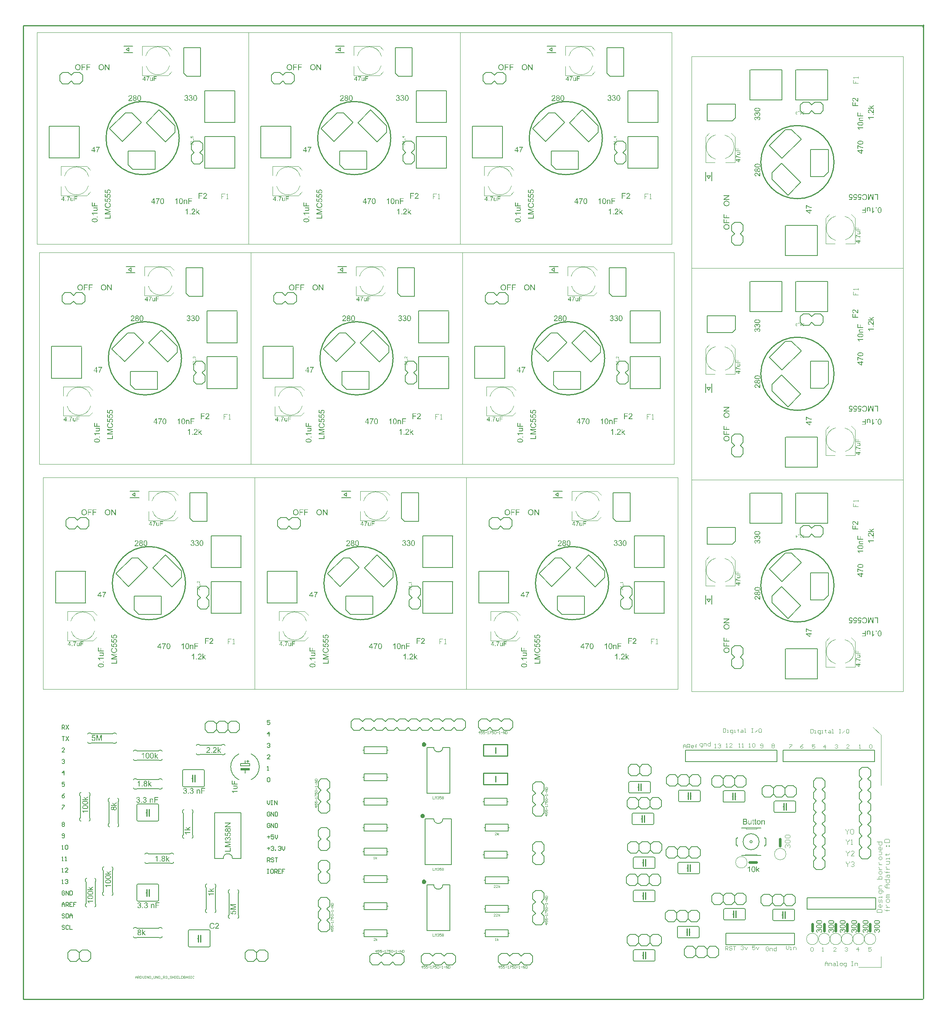
<source format=gbo>
G04 Layer_Color=32896*
%FSLAX43Y43*%
%MOMM*%
G71*
G01*
G75*
%ADD28C,0.610*%
%ADD30C,0.152*%
%ADD31C,0.254*%
%ADD36C,0.069*%
%ADD41C,0.000*%
%ADD42C,0.102*%
%ADD43C,0.203*%
%ADD44C,0.127*%
%ADD45C,0.051*%
%ADD46C,0.086*%
%ADD47C,0.130*%
%ADD48C,0.108*%
%ADD49C,0.041*%
G36*
X969897Y758063D02*
X969724D01*
X969065Y759052D01*
Y758063D01*
X968905D01*
Y759323D01*
X969076D01*
X969737Y758333D01*
Y759323D01*
X969897D01*
Y758063D01*
D02*
G37*
G36*
X922907D02*
X922734D01*
X922075Y759052D01*
Y758063D01*
X921915D01*
Y759323D01*
X922086D01*
X922747Y758333D01*
Y759323D01*
X922907D01*
Y758063D01*
D02*
G37*
G36*
X875917D02*
X875744D01*
X875085Y759052D01*
Y758063D01*
X874925D01*
Y759323D01*
X875096D01*
X875757Y758333D01*
Y759323D01*
X875917D01*
Y758063D01*
D02*
G37*
G36*
X965635Y759174D02*
X964951D01*
Y758784D01*
X965543D01*
Y758635D01*
X964951D01*
Y758063D01*
X964783D01*
Y759323D01*
X965635D01*
Y759174D01*
D02*
G37*
G36*
X964559D02*
X963874D01*
Y758784D01*
X964466D01*
Y758635D01*
X963874D01*
Y758063D01*
X963707D01*
Y759323D01*
X964559D01*
Y759174D01*
D02*
G37*
G36*
X918645D02*
X917961D01*
Y758784D01*
X918553D01*
Y758635D01*
X917961D01*
Y758063D01*
X917793D01*
Y759323D01*
X918645D01*
Y759174D01*
D02*
G37*
G36*
X917569D02*
X916884D01*
Y758784D01*
X917476D01*
Y758635D01*
X916884D01*
Y758063D01*
X916717D01*
Y759323D01*
X917569D01*
Y759174D01*
D02*
G37*
G36*
X871655D02*
X870971D01*
Y758784D01*
X871563D01*
Y758635D01*
X870971D01*
Y758063D01*
X870803D01*
Y759323D01*
X871655D01*
Y759174D01*
D02*
G37*
G36*
X870579D02*
X869894D01*
Y758784D01*
X870486D01*
Y758635D01*
X869894D01*
Y758063D01*
X869727D01*
Y759323D01*
X870579D01*
Y759174D01*
D02*
G37*
G36*
X968118Y759343D02*
X968134D01*
X968151Y759341D01*
X968173Y759338D01*
X968194Y759334D01*
X968242Y759325D01*
X968296Y759310D01*
X968349Y759289D01*
X968377Y759276D01*
X968404Y759261D01*
X968406Y759260D01*
X968409Y759258D01*
X968417Y759252D01*
X968428Y759247D01*
X968438Y759238D01*
X968453Y759227D01*
X968484Y759201D01*
X968517Y759168D01*
X968553Y759128D01*
X968588Y759081D01*
X968617Y759028D01*
Y759026D01*
X968621Y759021D01*
X968624Y759014D01*
X968628Y759003D01*
X968635Y758988D01*
X968641Y758972D01*
X968648Y758952D01*
X968655Y758930D01*
X968661Y758906D01*
X968668Y758881D01*
X968675Y758852D01*
X968681Y758822D01*
X968688Y758759D01*
X968692Y758690D01*
Y758688D01*
Y758680D01*
Y758671D01*
X968690Y758657D01*
Y758640D01*
X968688Y758620D01*
X968684Y758598D01*
X968682Y758575D01*
X968673Y758522D01*
X968659Y758464D01*
X968639Y758405D01*
X968628Y758376D01*
X968613Y758347D01*
Y758345D01*
X968610Y758340D01*
X968606Y758333D01*
X968599Y758322D01*
X968591Y758309D01*
X968582Y758296D01*
X968557Y758262D01*
X968526Y758225D01*
X968489Y758187D01*
X968446Y758150D01*
X968395Y758118D01*
X968393D01*
X968389Y758114D01*
X968380Y758110D01*
X968369Y758105D01*
X968357Y758099D01*
X968342Y758094D01*
X968324Y758087D01*
X968304Y758079D01*
X968282Y758072D01*
X968258Y758065D01*
X968205Y758054D01*
X968149Y758045D01*
X968089Y758041D01*
X968071D01*
X968060Y758043D01*
X968043D01*
X968025Y758047D01*
X968005Y758048D01*
X967981Y758052D01*
X967932Y758063D01*
X967879Y758078D01*
X967825Y758099D01*
X967797Y758112D01*
X967770Y758127D01*
X967768Y758129D01*
X967765Y758130D01*
X967757Y758136D01*
X967746Y758143D01*
X967735Y758150D01*
X967723Y758161D01*
X967692Y758189D01*
X967657Y758221D01*
X967621Y758262D01*
X967588Y758307D01*
X967557Y758360D01*
Y758362D01*
X967553Y758367D01*
X967550Y758374D01*
X967546Y758385D01*
X967541Y758400D01*
X967535Y758416D01*
X967528Y758435D01*
X967522Y758455D01*
X967515Y758478D01*
X967508Y758502D01*
X967497Y758557D01*
X967490Y758613D01*
X967486Y758675D01*
Y758677D01*
Y758679D01*
Y758690D01*
X967488Y758706D01*
Y758728D01*
X967491Y758753D01*
X967495Y758784D01*
X967501Y758819D01*
X967508Y758855D01*
X967515Y758893D01*
X967526Y758934D01*
X967541Y758974D01*
X967557Y759016D01*
X967575Y759056D01*
X967599Y759096D01*
X967624Y759132D01*
X967654Y759167D01*
X967655Y759168D01*
X967661Y759174D01*
X967672Y759183D01*
X967685Y759194D01*
X967701Y759208D01*
X967721Y759223D01*
X967745Y759240D01*
X967772Y759256D01*
X967801Y759272D01*
X967834Y759289D01*
X967870Y759303D01*
X967909Y759318D01*
X967950Y759329D01*
X967994Y759338D01*
X968040Y759343D01*
X968089Y759345D01*
X968105D01*
X968118Y759343D01*
D02*
G37*
G36*
X962911D02*
X962927D01*
X962944Y759341D01*
X962966Y759338D01*
X962987Y759334D01*
X963035Y759325D01*
X963089Y759310D01*
X963142Y759289D01*
X963170Y759276D01*
X963197Y759261D01*
X963199Y759260D01*
X963202Y759258D01*
X963210Y759252D01*
X963221Y759247D01*
X963232Y759238D01*
X963246Y759227D01*
X963277Y759201D01*
X963310Y759168D01*
X963346Y759128D01*
X963381Y759081D01*
X963410Y759028D01*
Y759026D01*
X963414Y759021D01*
X963417Y759014D01*
X963421Y759003D01*
X963428Y758988D01*
X963434Y758972D01*
X963441Y758952D01*
X963448Y758930D01*
X963454Y758906D01*
X963461Y758881D01*
X963468Y758852D01*
X963474Y758822D01*
X963481Y758759D01*
X963485Y758690D01*
Y758688D01*
Y758680D01*
Y758671D01*
X963483Y758657D01*
Y758640D01*
X963481Y758620D01*
X963477Y758598D01*
X963476Y758575D01*
X963466Y758522D01*
X963452Y758464D01*
X963432Y758405D01*
X963421Y758376D01*
X963406Y758347D01*
Y758345D01*
X963403Y758340D01*
X963399Y758333D01*
X963392Y758322D01*
X963384Y758309D01*
X963375Y758296D01*
X963350Y758262D01*
X963319Y758225D01*
X963282Y758187D01*
X963239Y758150D01*
X963188Y758118D01*
X963186D01*
X963182Y758114D01*
X963173Y758110D01*
X963162Y758105D01*
X963150Y758099D01*
X963135Y758094D01*
X963117Y758087D01*
X963097Y758079D01*
X963075Y758072D01*
X963051Y758065D01*
X962998Y758054D01*
X962942Y758045D01*
X962882Y758041D01*
X962864D01*
X962853Y758043D01*
X962836D01*
X962818Y758047D01*
X962798Y758048D01*
X962774Y758052D01*
X962725Y758063D01*
X962672Y758078D01*
X962618Y758099D01*
X962590Y758112D01*
X962563Y758127D01*
X962561Y758129D01*
X962558Y758130D01*
X962550Y758136D01*
X962539Y758143D01*
X962529Y758150D01*
X962516Y758161D01*
X962485Y758189D01*
X962450Y758221D01*
X962414Y758262D01*
X962381Y758307D01*
X962350Y758360D01*
Y758362D01*
X962346Y758367D01*
X962343Y758374D01*
X962339Y758385D01*
X962334Y758400D01*
X962328Y758416D01*
X962321Y758435D01*
X962315Y758455D01*
X962308Y758478D01*
X962301Y758502D01*
X962290Y758557D01*
X962283Y758613D01*
X962279Y758675D01*
Y758677D01*
Y758679D01*
Y758690D01*
X962281Y758706D01*
Y758728D01*
X962284Y758753D01*
X962288Y758784D01*
X962294Y758819D01*
X962301Y758855D01*
X962308Y758893D01*
X962319Y758934D01*
X962334Y758974D01*
X962350Y759016D01*
X962368Y759056D01*
X962392Y759096D01*
X962417Y759132D01*
X962447Y759167D01*
X962448Y759168D01*
X962454Y759174D01*
X962465Y759183D01*
X962478Y759194D01*
X962494Y759208D01*
X962514Y759223D01*
X962538Y759240D01*
X962565Y759256D01*
X962594Y759272D01*
X962627Y759289D01*
X962663Y759303D01*
X962702Y759318D01*
X962743Y759329D01*
X962787Y759338D01*
X962833Y759343D01*
X962882Y759345D01*
X962898D01*
X962911Y759343D01*
D02*
G37*
G36*
X921128D02*
X921144D01*
X921161Y759341D01*
X921183Y759338D01*
X921204Y759334D01*
X921252Y759325D01*
X921306Y759310D01*
X921359Y759289D01*
X921387Y759276D01*
X921414Y759261D01*
X921416Y759260D01*
X921419Y759258D01*
X921427Y759252D01*
X921438Y759247D01*
X921448Y759238D01*
X921463Y759227D01*
X921494Y759201D01*
X921527Y759168D01*
X921563Y759128D01*
X921598Y759081D01*
X921627Y759028D01*
Y759026D01*
X921631Y759021D01*
X921634Y759014D01*
X921638Y759003D01*
X921645Y758988D01*
X921651Y758972D01*
X921658Y758952D01*
X921665Y758930D01*
X921671Y758906D01*
X921678Y758881D01*
X921685Y758852D01*
X921691Y758822D01*
X921698Y758759D01*
X921702Y758690D01*
Y758688D01*
Y758680D01*
Y758671D01*
X921700Y758657D01*
Y758640D01*
X921698Y758620D01*
X921694Y758598D01*
X921693Y758575D01*
X921683Y758522D01*
X921669Y758464D01*
X921649Y758405D01*
X921638Y758376D01*
X921623Y758347D01*
Y758345D01*
X921620Y758340D01*
X921616Y758333D01*
X921609Y758322D01*
X921601Y758309D01*
X921592Y758296D01*
X921567Y758262D01*
X921536Y758225D01*
X921499Y758187D01*
X921456Y758150D01*
X921405Y758118D01*
X921403D01*
X921399Y758114D01*
X921390Y758110D01*
X921379Y758105D01*
X921367Y758099D01*
X921352Y758094D01*
X921334Y758087D01*
X921314Y758079D01*
X921292Y758072D01*
X921268Y758065D01*
X921215Y758054D01*
X921159Y758045D01*
X921099Y758041D01*
X921081D01*
X921070Y758043D01*
X921053D01*
X921035Y758047D01*
X921015Y758048D01*
X920991Y758052D01*
X920942Y758063D01*
X920889Y758078D01*
X920835Y758099D01*
X920807Y758112D01*
X920780Y758127D01*
X920778Y758129D01*
X920775Y758130D01*
X920767Y758136D01*
X920756Y758143D01*
X920745Y758150D01*
X920733Y758161D01*
X920702Y758189D01*
X920667Y758221D01*
X920631Y758262D01*
X920598Y758307D01*
X920567Y758360D01*
Y758362D01*
X920563Y758367D01*
X920560Y758374D01*
X920556Y758385D01*
X920551Y758400D01*
X920545Y758416D01*
X920538Y758435D01*
X920532Y758455D01*
X920525Y758478D01*
X920518Y758502D01*
X920507Y758557D01*
X920500Y758613D01*
X920496Y758675D01*
Y758677D01*
Y758679D01*
Y758690D01*
X920498Y758706D01*
Y758728D01*
X920501Y758753D01*
X920505Y758784D01*
X920511Y758819D01*
X920518Y758855D01*
X920525Y758893D01*
X920536Y758934D01*
X920551Y758974D01*
X920567Y759016D01*
X920585Y759056D01*
X920609Y759096D01*
X920634Y759132D01*
X920664Y759167D01*
X920665Y759168D01*
X920671Y759174D01*
X920682Y759183D01*
X920695Y759194D01*
X920711Y759208D01*
X920731Y759223D01*
X920755Y759240D01*
X920782Y759256D01*
X920811Y759272D01*
X920844Y759289D01*
X920880Y759303D01*
X920919Y759318D01*
X920960Y759329D01*
X921004Y759338D01*
X921050Y759343D01*
X921099Y759345D01*
X921115D01*
X921128Y759343D01*
D02*
G37*
G36*
X915921D02*
X915937D01*
X915954Y759341D01*
X915976Y759338D01*
X915997Y759334D01*
X916045Y759325D01*
X916099Y759310D01*
X916152Y759289D01*
X916180Y759276D01*
X916207Y759261D01*
X916209Y759260D01*
X916212Y759258D01*
X916220Y759252D01*
X916231Y759247D01*
X916241Y759238D01*
X916256Y759227D01*
X916287Y759201D01*
X916320Y759168D01*
X916356Y759128D01*
X916391Y759081D01*
X916420Y759028D01*
Y759026D01*
X916424Y759021D01*
X916427Y759014D01*
X916431Y759003D01*
X916438Y758988D01*
X916444Y758972D01*
X916451Y758952D01*
X916458Y758930D01*
X916464Y758906D01*
X916471Y758881D01*
X916478Y758852D01*
X916484Y758822D01*
X916491Y758759D01*
X916495Y758690D01*
Y758688D01*
Y758680D01*
Y758671D01*
X916493Y758657D01*
Y758640D01*
X916491Y758620D01*
X916487Y758598D01*
X916486Y758575D01*
X916476Y758522D01*
X916462Y758464D01*
X916442Y758405D01*
X916431Y758376D01*
X916416Y758347D01*
Y758345D01*
X916413Y758340D01*
X916409Y758333D01*
X916402Y758322D01*
X916394Y758309D01*
X916385Y758296D01*
X916360Y758262D01*
X916329Y758225D01*
X916292Y758187D01*
X916249Y758150D01*
X916198Y758118D01*
X916196D01*
X916192Y758114D01*
X916183Y758110D01*
X916172Y758105D01*
X916160Y758099D01*
X916145Y758094D01*
X916127Y758087D01*
X916107Y758079D01*
X916085Y758072D01*
X916061Y758065D01*
X916008Y758054D01*
X915952Y758045D01*
X915892Y758041D01*
X915874D01*
X915863Y758043D01*
X915846D01*
X915828Y758047D01*
X915808Y758048D01*
X915784Y758052D01*
X915735Y758063D01*
X915682Y758078D01*
X915628Y758099D01*
X915600Y758112D01*
X915573Y758127D01*
X915571Y758129D01*
X915568Y758130D01*
X915560Y758136D01*
X915549Y758143D01*
X915539Y758150D01*
X915526Y758161D01*
X915495Y758189D01*
X915460Y758221D01*
X915424Y758262D01*
X915391Y758307D01*
X915360Y758360D01*
Y758362D01*
X915356Y758367D01*
X915353Y758374D01*
X915349Y758385D01*
X915344Y758400D01*
X915338Y758416D01*
X915331Y758435D01*
X915325Y758455D01*
X915318Y758478D01*
X915311Y758502D01*
X915300Y758557D01*
X915293Y758613D01*
X915289Y758675D01*
Y758677D01*
Y758679D01*
Y758690D01*
X915291Y758706D01*
Y758728D01*
X915294Y758753D01*
X915298Y758784D01*
X915304Y758819D01*
X915311Y758855D01*
X915318Y758893D01*
X915329Y758934D01*
X915344Y758974D01*
X915360Y759016D01*
X915378Y759056D01*
X915402Y759096D01*
X915427Y759132D01*
X915457Y759167D01*
X915458Y759168D01*
X915464Y759174D01*
X915475Y759183D01*
X915487Y759194D01*
X915504Y759208D01*
X915524Y759223D01*
X915548Y759240D01*
X915575Y759256D01*
X915604Y759272D01*
X915637Y759289D01*
X915673Y759303D01*
X915711Y759318D01*
X915753Y759329D01*
X915797Y759338D01*
X915843Y759343D01*
X915892Y759345D01*
X915908D01*
X915921Y759343D01*
D02*
G37*
G36*
X874138D02*
X874154D01*
X874171Y759341D01*
X874193Y759338D01*
X874214Y759334D01*
X874262Y759325D01*
X874316Y759310D01*
X874369Y759289D01*
X874397Y759276D01*
X874424Y759261D01*
X874426Y759260D01*
X874429Y759258D01*
X874437Y759252D01*
X874448Y759247D01*
X874458Y759238D01*
X874473Y759227D01*
X874504Y759201D01*
X874537Y759168D01*
X874573Y759128D01*
X874608Y759081D01*
X874637Y759028D01*
Y759026D01*
X874641Y759021D01*
X874644Y759014D01*
X874648Y759003D01*
X874655Y758988D01*
X874661Y758972D01*
X874668Y758952D01*
X874675Y758930D01*
X874681Y758906D01*
X874688Y758881D01*
X874695Y758852D01*
X874701Y758822D01*
X874708Y758759D01*
X874712Y758690D01*
Y758688D01*
Y758680D01*
Y758671D01*
X874710Y758657D01*
Y758640D01*
X874708Y758620D01*
X874704Y758598D01*
X874703Y758575D01*
X874693Y758522D01*
X874679Y758464D01*
X874659Y758405D01*
X874648Y758376D01*
X874633Y758347D01*
Y758345D01*
X874630Y758340D01*
X874626Y758333D01*
X874619Y758322D01*
X874611Y758309D01*
X874602Y758296D01*
X874577Y758262D01*
X874546Y758225D01*
X874509Y758187D01*
X874466Y758150D01*
X874415Y758118D01*
X874413D01*
X874409Y758114D01*
X874400Y758110D01*
X874389Y758105D01*
X874377Y758099D01*
X874362Y758094D01*
X874344Y758087D01*
X874324Y758079D01*
X874302Y758072D01*
X874278Y758065D01*
X874225Y758054D01*
X874169Y758045D01*
X874109Y758041D01*
X874091D01*
X874080Y758043D01*
X874063D01*
X874045Y758047D01*
X874025Y758048D01*
X874001Y758052D01*
X873952Y758063D01*
X873899Y758078D01*
X873845Y758099D01*
X873817Y758112D01*
X873790Y758127D01*
X873788Y758129D01*
X873785Y758130D01*
X873777Y758136D01*
X873766Y758143D01*
X873755Y758150D01*
X873743Y758161D01*
X873712Y758189D01*
X873677Y758221D01*
X873641Y758262D01*
X873608Y758307D01*
X873577Y758360D01*
Y758362D01*
X873573Y758367D01*
X873570Y758374D01*
X873566Y758385D01*
X873561Y758400D01*
X873555Y758416D01*
X873548Y758435D01*
X873542Y758455D01*
X873535Y758478D01*
X873528Y758502D01*
X873517Y758557D01*
X873510Y758613D01*
X873506Y758675D01*
Y758677D01*
Y758679D01*
Y758690D01*
X873508Y758706D01*
Y758728D01*
X873511Y758753D01*
X873515Y758784D01*
X873521Y758819D01*
X873528Y758855D01*
X873535Y758893D01*
X873546Y758934D01*
X873561Y758974D01*
X873577Y759016D01*
X873595Y759056D01*
X873619Y759096D01*
X873644Y759132D01*
X873674Y759167D01*
X873675Y759168D01*
X873681Y759174D01*
X873692Y759183D01*
X873705Y759194D01*
X873721Y759208D01*
X873741Y759223D01*
X873765Y759240D01*
X873792Y759256D01*
X873821Y759272D01*
X873854Y759289D01*
X873890Y759303D01*
X873929Y759318D01*
X873970Y759329D01*
X874014Y759338D01*
X874060Y759343D01*
X874109Y759345D01*
X874125D01*
X874138Y759343D01*
D02*
G37*
G36*
X868931D02*
X868947D01*
X868964Y759341D01*
X868986Y759338D01*
X869007Y759334D01*
X869055Y759325D01*
X869109Y759310D01*
X869162Y759289D01*
X869190Y759276D01*
X869217Y759261D01*
X869219Y759260D01*
X869222Y759258D01*
X869230Y759252D01*
X869241Y759247D01*
X869251Y759238D01*
X869266Y759227D01*
X869297Y759201D01*
X869330Y759168D01*
X869366Y759128D01*
X869401Y759081D01*
X869430Y759028D01*
Y759026D01*
X869434Y759021D01*
X869437Y759014D01*
X869441Y759003D01*
X869448Y758988D01*
X869454Y758972D01*
X869461Y758952D01*
X869468Y758930D01*
X869474Y758906D01*
X869481Y758881D01*
X869488Y758852D01*
X869494Y758822D01*
X869501Y758759D01*
X869505Y758690D01*
Y758688D01*
Y758680D01*
Y758671D01*
X869503Y758657D01*
Y758640D01*
X869501Y758620D01*
X869497Y758598D01*
X869496Y758575D01*
X869486Y758522D01*
X869472Y758464D01*
X869452Y758405D01*
X869441Y758376D01*
X869426Y758347D01*
Y758345D01*
X869423Y758340D01*
X869419Y758333D01*
X869412Y758322D01*
X869404Y758309D01*
X869395Y758296D01*
X869370Y758262D01*
X869339Y758225D01*
X869302Y758187D01*
X869259Y758150D01*
X869208Y758118D01*
X869206D01*
X869202Y758114D01*
X869193Y758110D01*
X869182Y758105D01*
X869169Y758099D01*
X869155Y758094D01*
X869137Y758087D01*
X869117Y758079D01*
X869095Y758072D01*
X869071Y758065D01*
X869018Y758054D01*
X868962Y758045D01*
X868902Y758041D01*
X868884D01*
X868873Y758043D01*
X868856D01*
X868838Y758047D01*
X868818Y758048D01*
X868794Y758052D01*
X868745Y758063D01*
X868692Y758078D01*
X868638Y758099D01*
X868610Y758112D01*
X868583Y758127D01*
X868581Y758129D01*
X868578Y758130D01*
X868570Y758136D01*
X868559Y758143D01*
X868549Y758150D01*
X868536Y758161D01*
X868505Y758189D01*
X868470Y758221D01*
X868434Y758262D01*
X868401Y758307D01*
X868370Y758360D01*
Y758362D01*
X868366Y758367D01*
X868363Y758374D01*
X868359Y758385D01*
X868354Y758400D01*
X868348Y758416D01*
X868341Y758435D01*
X868335Y758455D01*
X868328Y758478D01*
X868321Y758502D01*
X868310Y758557D01*
X868303Y758613D01*
X868299Y758675D01*
Y758677D01*
Y758679D01*
Y758690D01*
X868301Y758706D01*
Y758728D01*
X868304Y758753D01*
X868308Y758784D01*
X868314Y758819D01*
X868321Y758855D01*
X868328Y758893D01*
X868339Y758934D01*
X868354Y758974D01*
X868370Y759016D01*
X868388Y759056D01*
X868412Y759096D01*
X868437Y759132D01*
X868467Y759167D01*
X868468Y759168D01*
X868474Y759174D01*
X868485Y759183D01*
X868497Y759194D01*
X868514Y759208D01*
X868534Y759223D01*
X868558Y759240D01*
X868585Y759256D01*
X868614Y759272D01*
X868647Y759289D01*
X868683Y759303D01*
X868721Y759318D01*
X868763Y759329D01*
X868807Y759338D01*
X868853Y759343D01*
X868902Y759345D01*
X868918D01*
X868931Y759343D01*
D02*
G37*
G36*
X979502Y755650D02*
X979391D01*
Y755756D01*
X979389Y755755D01*
X979386Y755751D01*
X979382Y755745D01*
X979375Y755737D01*
X979366Y755729D01*
X979356Y755717D01*
X979344Y755707D01*
X979329Y755695D01*
X979313Y755684D01*
X979296Y755673D01*
X979277Y755663D01*
X979257Y755653D01*
X979233Y755646D01*
X979210Y755640D01*
X979184Y755635D01*
X979157Y755634D01*
X979147D01*
X979134Y755635D01*
X979118Y755637D01*
X979099Y755640D01*
X979079Y755644D01*
X979058Y755650D01*
X979036Y755659D01*
X979034Y755660D01*
X979028Y755663D01*
X979017Y755669D01*
X979006Y755676D01*
X978991Y755685D01*
X978978Y755695D01*
X978965Y755707D01*
X978953Y755720D01*
X978952Y755721D01*
X978949Y755727D01*
X978945Y755735D01*
X978939Y755746D01*
X978931Y755759D01*
X978926Y755775D01*
X978920Y755793D01*
X978915Y755812D01*
Y755813D01*
X978914Y755819D01*
X978912Y755828D01*
Y755840D01*
X978911Y755857D01*
X978910Y755876D01*
X978908Y755901D01*
Y755928D01*
Y756382D01*
X979032D01*
Y755975D01*
Y755974D01*
Y755971D01*
Y755966D01*
Y755959D01*
Y755943D01*
X979034Y755923D01*
Y755901D01*
X979035Y755879D01*
X979036Y755860D01*
X979039Y755844D01*
Y755842D01*
X979042Y755837D01*
X979045Y755828D01*
X979050Y755816D01*
X979057Y755805D01*
X979066Y755791D01*
X979076Y755780D01*
X979089Y755768D01*
X979090Y755767D01*
X979096Y755764D01*
X979104Y755759D01*
X979115Y755755D01*
X979128Y755749D01*
X979144Y755745D01*
X979162Y755742D01*
X979182Y755740D01*
X979192D01*
X979203Y755742D01*
X979216Y755743D01*
X979232Y755748D01*
X979249Y755752D01*
X979268Y755759D01*
X979287Y755768D01*
X979290Y755770D01*
X979296Y755774D01*
X979305Y755780D01*
X979315Y755789D01*
X979327Y755800D01*
X979338Y755813D01*
X979348Y755828D01*
X979357Y755845D01*
X979359Y755848D01*
X979360Y755854D01*
X979363Y755866D01*
X979367Y755882D01*
X979372Y755902D01*
X979375Y755927D01*
X979376Y755956D01*
X979378Y755990D01*
Y756382D01*
X979502D01*
Y755650D01*
D02*
G37*
G36*
X932512D02*
X932401D01*
Y755756D01*
X932399Y755755D01*
X932396Y755751D01*
X932392Y755745D01*
X932385Y755737D01*
X932376Y755729D01*
X932366Y755717D01*
X932354Y755707D01*
X932339Y755695D01*
X932323Y755684D01*
X932306Y755673D01*
X932287Y755663D01*
X932267Y755653D01*
X932243Y755646D01*
X932220Y755640D01*
X932194Y755635D01*
X932167Y755634D01*
X932157D01*
X932144Y755635D01*
X932128Y755637D01*
X932109Y755640D01*
X932089Y755644D01*
X932068Y755650D01*
X932046Y755659D01*
X932044Y755660D01*
X932038Y755663D01*
X932027Y755669D01*
X932016Y755676D01*
X932001Y755685D01*
X931988Y755695D01*
X931975Y755707D01*
X931963Y755720D01*
X931962Y755721D01*
X931959Y755727D01*
X931955Y755735D01*
X931949Y755746D01*
X931941Y755759D01*
X931936Y755775D01*
X931930Y755793D01*
X931925Y755812D01*
Y755813D01*
X931924Y755819D01*
X931922Y755828D01*
Y755840D01*
X931921Y755857D01*
X931920Y755876D01*
X931918Y755901D01*
Y755928D01*
Y756382D01*
X932042D01*
Y755975D01*
Y755974D01*
Y755971D01*
Y755966D01*
Y755959D01*
Y755943D01*
X932044Y755923D01*
Y755901D01*
X932045Y755879D01*
X932046Y755860D01*
X932049Y755844D01*
Y755842D01*
X932052Y755837D01*
X932055Y755828D01*
X932060Y755816D01*
X932067Y755805D01*
X932076Y755791D01*
X932086Y755780D01*
X932099Y755768D01*
X932100Y755767D01*
X932106Y755764D01*
X932113Y755759D01*
X932125Y755755D01*
X932138Y755749D01*
X932154Y755745D01*
X932172Y755742D01*
X932192Y755740D01*
X932202D01*
X932213Y755742D01*
X932226Y755743D01*
X932242Y755748D01*
X932259Y755752D01*
X932278Y755759D01*
X932297Y755768D01*
X932300Y755770D01*
X932306Y755774D01*
X932315Y755780D01*
X932325Y755789D01*
X932337Y755800D01*
X932348Y755813D01*
X932358Y755828D01*
X932367Y755845D01*
X932369Y755848D01*
X932370Y755854D01*
X932373Y755866D01*
X932377Y755882D01*
X932382Y755902D01*
X932385Y755927D01*
X932386Y755956D01*
X932388Y755990D01*
Y756382D01*
X932512D01*
Y755650D01*
D02*
G37*
G36*
X885521D02*
X885411D01*
Y755756D01*
X885409Y755755D01*
X885406Y755751D01*
X885402Y755745D01*
X885395Y755737D01*
X885386Y755729D01*
X885376Y755717D01*
X885364Y755707D01*
X885349Y755695D01*
X885333Y755684D01*
X885316Y755673D01*
X885297Y755663D01*
X885277Y755653D01*
X885253Y755646D01*
X885230Y755640D01*
X885204Y755635D01*
X885177Y755634D01*
X885167D01*
X885154Y755635D01*
X885138Y755637D01*
X885119Y755640D01*
X885099Y755644D01*
X885078Y755650D01*
X885056Y755659D01*
X885054Y755660D01*
X885048Y755663D01*
X885037Y755669D01*
X885026Y755676D01*
X885011Y755685D01*
X884998Y755695D01*
X884985Y755707D01*
X884973Y755720D01*
X884972Y755721D01*
X884969Y755727D01*
X884965Y755735D01*
X884959Y755746D01*
X884951Y755759D01*
X884946Y755775D01*
X884940Y755793D01*
X884935Y755812D01*
Y755813D01*
X884934Y755819D01*
X884932Y755828D01*
Y755840D01*
X884931Y755857D01*
X884930Y755876D01*
X884928Y755901D01*
Y755928D01*
Y756382D01*
X885052D01*
Y755975D01*
Y755974D01*
Y755971D01*
Y755966D01*
Y755959D01*
Y755943D01*
X885054Y755923D01*
Y755901D01*
X885055Y755879D01*
X885056Y755860D01*
X885059Y755844D01*
Y755842D01*
X885062Y755837D01*
X885065Y755828D01*
X885070Y755816D01*
X885077Y755805D01*
X885086Y755791D01*
X885096Y755780D01*
X885109Y755768D01*
X885110Y755767D01*
X885116Y755764D01*
X885123Y755759D01*
X885135Y755755D01*
X885148Y755749D01*
X885164Y755745D01*
X885182Y755742D01*
X885202Y755740D01*
X885212D01*
X885223Y755742D01*
X885236Y755743D01*
X885252Y755748D01*
X885269Y755752D01*
X885288Y755759D01*
X885307Y755768D01*
X885310Y755770D01*
X885316Y755774D01*
X885325Y755780D01*
X885335Y755789D01*
X885347Y755800D01*
X885358Y755813D01*
X885368Y755828D01*
X885377Y755845D01*
X885379Y755848D01*
X885380Y755854D01*
X885383Y755866D01*
X885387Y755882D01*
X885392Y755902D01*
X885395Y755927D01*
X885396Y755956D01*
X885398Y755990D01*
Y756382D01*
X885521D01*
Y755650D01*
D02*
G37*
G36*
X980400Y756539D02*
X979851D01*
Y756227D01*
X980325D01*
Y756108D01*
X979851D01*
Y755650D01*
X979717D01*
Y756659D01*
X980400D01*
Y756539D01*
D02*
G37*
G36*
X978754Y756548D02*
X978752Y756547D01*
X978749Y756544D01*
X978743Y756538D01*
X978738Y756529D01*
X978729Y756519D01*
X978717Y756507D01*
X978705Y756493D01*
X978692Y756475D01*
X978679Y756458D01*
X978663Y756437D01*
X978647Y756414D01*
X978631Y756391D01*
X978614Y756364D01*
X978596Y756337D01*
X978579Y756306D01*
X978561Y756275D01*
X978560Y756274D01*
X978557Y756268D01*
X978552Y756259D01*
X978545Y756246D01*
X978538Y756230D01*
X978529Y756213D01*
X978519Y756192D01*
X978509Y756169D01*
X978497Y756143D01*
X978484Y756117D01*
X978472Y756087D01*
X978461Y756057D01*
X978437Y755994D01*
X978415Y755927D01*
Y755926D01*
X978414Y755921D01*
X978412Y755914D01*
X978409Y755905D01*
X978407Y755893D01*
X978404Y755879D01*
X978399Y755863D01*
X978396Y755845D01*
X978392Y755825D01*
X978388Y755803D01*
X978380Y755756D01*
X978373Y755705D01*
X978369Y755650D01*
X978242D01*
Y755651D01*
Y755656D01*
Y755662D01*
X978243Y755670D01*
Y755682D01*
X978245Y755697D01*
X978246Y755713D01*
X978248Y755730D01*
X978251Y755751D01*
X978253Y755771D01*
X978258Y755796D01*
X978262Y755821D01*
X978267Y755847D01*
X978272Y755876D01*
X978287Y755936D01*
Y755937D01*
X978289Y755943D01*
X978291Y755952D01*
X978296Y755965D01*
X978300Y755979D01*
X978306Y755997D01*
X978312Y756017D01*
X978321Y756039D01*
X978329Y756064D01*
X978338Y756089D01*
X978360Y756144D01*
X978386Y756203D01*
X978415Y756261D01*
X978417Y756262D01*
X978420Y756268D01*
X978424Y756275D01*
X978430Y756287D01*
X978437Y756300D01*
X978447Y756316D01*
X978458Y756334D01*
X978469Y756353D01*
X978497Y756395D01*
X978526Y756439D01*
X978560Y756484D01*
X978595Y756526D01*
X978100D01*
Y756646D01*
X978754D01*
Y756548D01*
D02*
G37*
G36*
X977828Y756006D02*
X977965D01*
Y755892D01*
X977828D01*
Y755650D01*
X977704D01*
Y755892D01*
X977265D01*
Y756006D01*
X977727Y756659D01*
X977828D01*
Y756006D01*
D02*
G37*
G36*
X933410Y756539D02*
X932861D01*
Y756227D01*
X933335D01*
Y756108D01*
X932861D01*
Y755650D01*
X932727D01*
Y756659D01*
X933410D01*
Y756539D01*
D02*
G37*
G36*
X931764Y756548D02*
X931762Y756547D01*
X931759Y756544D01*
X931753Y756538D01*
X931748Y756529D01*
X931739Y756519D01*
X931727Y756507D01*
X931715Y756493D01*
X931702Y756475D01*
X931689Y756458D01*
X931673Y756437D01*
X931657Y756414D01*
X931641Y756391D01*
X931624Y756364D01*
X931606Y756337D01*
X931589Y756306D01*
X931571Y756275D01*
X931570Y756274D01*
X931567Y756268D01*
X931562Y756259D01*
X931555Y756246D01*
X931548Y756230D01*
X931539Y756213D01*
X931529Y756192D01*
X931519Y756169D01*
X931507Y756143D01*
X931494Y756117D01*
X931482Y756087D01*
X931471Y756057D01*
X931447Y755994D01*
X931425Y755927D01*
Y755926D01*
X931424Y755921D01*
X931422Y755914D01*
X931419Y755905D01*
X931417Y755893D01*
X931414Y755879D01*
X931409Y755863D01*
X931406Y755845D01*
X931402Y755825D01*
X931398Y755803D01*
X931390Y755756D01*
X931383Y755705D01*
X931379Y755650D01*
X931252D01*
Y755651D01*
Y755656D01*
Y755662D01*
X931253Y755670D01*
Y755682D01*
X931255Y755697D01*
X931256Y755713D01*
X931258Y755730D01*
X931261Y755751D01*
X931263Y755771D01*
X931268Y755796D01*
X931272Y755821D01*
X931277Y755847D01*
X931282Y755876D01*
X931297Y755936D01*
Y755937D01*
X931298Y755943D01*
X931301Y755952D01*
X931306Y755965D01*
X931310Y755979D01*
X931316Y755997D01*
X931322Y756017D01*
X931331Y756039D01*
X931339Y756064D01*
X931348Y756089D01*
X931370Y756144D01*
X931396Y756203D01*
X931425Y756261D01*
X931427Y756262D01*
X931430Y756268D01*
X931434Y756275D01*
X931440Y756287D01*
X931447Y756300D01*
X931457Y756316D01*
X931468Y756334D01*
X931479Y756353D01*
X931507Y756395D01*
X931536Y756439D01*
X931570Y756484D01*
X931605Y756526D01*
X931110D01*
Y756646D01*
X931764D01*
Y756548D01*
D02*
G37*
G36*
X930838Y756006D02*
X930975D01*
Y755892D01*
X930838D01*
Y755650D01*
X930714D01*
Y755892D01*
X930275D01*
Y756006D01*
X930737Y756659D01*
X930838D01*
Y756006D01*
D02*
G37*
G36*
X886420Y756539D02*
X885871D01*
Y756227D01*
X886345D01*
Y756108D01*
X885871D01*
Y755650D01*
X885737D01*
Y756659D01*
X886420D01*
Y756539D01*
D02*
G37*
G36*
X884774Y756548D02*
X884772Y756547D01*
X884769Y756544D01*
X884763Y756538D01*
X884758Y756529D01*
X884749Y756519D01*
X884737Y756507D01*
X884725Y756493D01*
X884712Y756475D01*
X884699Y756458D01*
X884683Y756437D01*
X884667Y756414D01*
X884651Y756391D01*
X884634Y756364D01*
X884616Y756337D01*
X884599Y756306D01*
X884581Y756275D01*
X884580Y756274D01*
X884577Y756268D01*
X884572Y756259D01*
X884565Y756246D01*
X884558Y756230D01*
X884549Y756213D01*
X884539Y756192D01*
X884529Y756169D01*
X884517Y756143D01*
X884504Y756117D01*
X884492Y756087D01*
X884481Y756057D01*
X884457Y755994D01*
X884435Y755927D01*
Y755926D01*
X884434Y755921D01*
X884432Y755914D01*
X884430Y755905D01*
X884427Y755893D01*
X884424Y755879D01*
X884419Y755863D01*
X884416Y755845D01*
X884412Y755825D01*
X884408Y755803D01*
X884400Y755756D01*
X884393Y755705D01*
X884389Y755650D01*
X884262D01*
Y755651D01*
Y755656D01*
Y755662D01*
X884263Y755670D01*
Y755682D01*
X884265Y755697D01*
X884266Y755713D01*
X884268Y755730D01*
X884271Y755751D01*
X884273Y755771D01*
X884278Y755796D01*
X884282Y755821D01*
X884287Y755847D01*
X884292Y755876D01*
X884307Y755936D01*
Y755937D01*
X884308Y755943D01*
X884311Y755952D01*
X884316Y755965D01*
X884320Y755979D01*
X884326Y755997D01*
X884332Y756017D01*
X884341Y756039D01*
X884349Y756064D01*
X884358Y756089D01*
X884380Y756144D01*
X884406Y756203D01*
X884435Y756261D01*
X884437Y756262D01*
X884440Y756268D01*
X884444Y756275D01*
X884450Y756287D01*
X884457Y756300D01*
X884467Y756316D01*
X884478Y756334D01*
X884489Y756353D01*
X884517Y756395D01*
X884546Y756439D01*
X884580Y756484D01*
X884615Y756526D01*
X884120D01*
Y756646D01*
X884774D01*
Y756548D01*
D02*
G37*
G36*
X883848Y756006D02*
X883985D01*
Y755892D01*
X883848D01*
Y755650D01*
X883724D01*
Y755892D01*
X883285D01*
Y756006D01*
X883747Y756659D01*
X883848D01*
Y756006D01*
D02*
G37*
G36*
X987960Y752495D02*
X987984Y752491D01*
X988013Y752486D01*
X988046Y752477D01*
X988079Y752466D01*
X988112Y752451D01*
X988113D01*
X988115Y752450D01*
X988126Y752444D01*
X988143Y752433D01*
X988161Y752420D01*
X988183Y752402D01*
X988205Y752382D01*
X988226Y752358D01*
X988245Y752331D01*
X988246Y752327D01*
X988252Y752318D01*
X988259Y752302D01*
X988268Y752282D01*
X988277Y752258D01*
X988285Y752231D01*
X988290Y752200D01*
X988292Y752169D01*
Y752165D01*
Y752154D01*
X988290Y752140D01*
X988286Y752120D01*
X988281Y752096D01*
X988272Y752071D01*
X988261Y752045D01*
X988246Y752020D01*
X988245Y752016D01*
X988239Y752009D01*
X988228Y751996D01*
X988214Y751981D01*
X988195Y751965D01*
X988174Y751947D01*
X988148Y751930D01*
X988117Y751914D01*
X988119D01*
X988123Y751912D01*
X988128Y751910D01*
X988135Y751909D01*
X988155Y751901D01*
X988181Y751890D01*
X988210Y751876D01*
X988239Y751858D01*
X988266Y751834D01*
X988292Y751807D01*
X988294Y751803D01*
X988301Y751792D01*
X988312Y751774D01*
X988323Y751750D01*
X988334Y751721D01*
X988345Y751686D01*
X988352Y751646D01*
X988354Y751603D01*
Y751601D01*
Y751595D01*
Y751586D01*
X988352Y751575D01*
X988350Y751561D01*
X988347Y751544D01*
X988343Y751526D01*
X988339Y751506D01*
X988325Y751462D01*
X988314Y751439D01*
X988303Y751417D01*
X988288Y751393D01*
X988272Y751370D01*
X988254Y751346D01*
X988232Y751324D01*
X988230Y751322D01*
X988226Y751319D01*
X988219Y751313D01*
X988210Y751306D01*
X988199Y751297D01*
X988185Y751288D01*
X988168Y751277D01*
X988148Y751268D01*
X988128Y751257D01*
X988104Y751246D01*
X988081Y751237D01*
X988053Y751227D01*
X988024Y751220D01*
X987993Y751215D01*
X987962Y751211D01*
X987928Y751209D01*
X987911D01*
X987900Y751211D01*
X987886Y751213D01*
X987869Y751215D01*
X987851Y751218D01*
X987831Y751222D01*
X987787Y751233D01*
X987742Y751251D01*
X987718Y751262D01*
X987696Y751275D01*
X987675Y751291D01*
X987653Y751308D01*
X987651Y751309D01*
X987647Y751313D01*
X987642Y751319D01*
X987636Y751326D01*
X987627Y751335D01*
X987618Y751348D01*
X987607Y751360D01*
X987596Y751377D01*
X987585Y751395D01*
X987574Y751413D01*
X987554Y751457D01*
X987538Y751508D01*
X987532Y751535D01*
X987529Y751564D01*
X987684Y751584D01*
Y751583D01*
X987685Y751579D01*
X987687Y751572D01*
X987689Y751563D01*
X987691Y751552D01*
X987695Y751539D01*
X987704Y751512D01*
X987716Y751479D01*
X987733Y751448D01*
X987751Y751419D01*
X987773Y751393D01*
X987777Y751391D01*
X987784Y751384D01*
X987798Y751375D01*
X987817Y751366D01*
X987838Y751355D01*
X987866Y751346D01*
X987897Y751339D01*
X987930Y751337D01*
X987940D01*
X987948Y751339D01*
X987968Y751340D01*
X987993Y751346D01*
X988022Y751355D01*
X988053Y751368D01*
X988084Y751386D01*
X988113Y751411D01*
X988117Y751415D01*
X988126Y751426D01*
X988137Y751442D01*
X988152Y751464D01*
X988166Y751492D01*
X988177Y751523D01*
X988186Y751559D01*
X988190Y751599D01*
Y751601D01*
Y751604D01*
Y751610D01*
X988188Y751617D01*
X988186Y751637D01*
X988181Y751661D01*
X988174Y751690D01*
X988161Y751719D01*
X988143Y751748D01*
X988119Y751776D01*
X988115Y751779D01*
X988106Y751787D01*
X988092Y751798D01*
X988072Y751810D01*
X988046Y751823D01*
X988015Y751834D01*
X987981Y751841D01*
X987942Y751845D01*
X987926D01*
X987913Y751843D01*
X987897Y751841D01*
X987879Y751838D01*
X987857Y751834D01*
X987833Y751828D01*
X987851Y751965D01*
X987860D01*
X987868Y751963D01*
X987891D01*
X987911Y751967D01*
X987935Y751971D01*
X987962Y751976D01*
X987993Y751985D01*
X988022Y751998D01*
X988053Y752014D01*
X988055D01*
X988057Y752016D01*
X988066Y752023D01*
X988079Y752036D01*
X988093Y752052D01*
X988108Y752076D01*
X988121Y752103D01*
X988130Y752134D01*
X988133Y752153D01*
Y752173D01*
Y752174D01*
Y752176D01*
Y752187D01*
X988130Y752202D01*
X988126Y752222D01*
X988119Y752244D01*
X988110Y752267D01*
X988095Y752291D01*
X988075Y752313D01*
X988073Y752315D01*
X988064Y752322D01*
X988052Y752331D01*
X988035Y752342D01*
X988013Y752351D01*
X987988Y752360D01*
X987959Y752368D01*
X987926Y752369D01*
X987911D01*
X987895Y752366D01*
X987873Y752362D01*
X987849Y752355D01*
X987826Y752346D01*
X987800Y752331D01*
X987777Y752313D01*
X987775Y752311D01*
X987767Y752302D01*
X987756Y752289D01*
X987744Y752271D01*
X987731Y752247D01*
X987718Y752218D01*
X987707Y752184D01*
X987700Y752144D01*
X987545Y752171D01*
Y752173D01*
X987547Y752178D01*
X987549Y752185D01*
X987551Y752196D01*
X987554Y752209D01*
X987560Y752224D01*
X987571Y752258D01*
X987589Y752298D01*
X987611Y752338D01*
X987638Y752377D01*
X987673Y752411D01*
X987675Y752413D01*
X987678Y752415D01*
X987684Y752419D01*
X987691Y752424D01*
X987700Y752431D01*
X987713Y752439D01*
X987726Y752446D01*
X987742Y752455D01*
X987778Y752470D01*
X987820Y752484D01*
X987869Y752493D01*
X987895Y752497D01*
X987940D01*
X987960Y752495D01*
D02*
G37*
G36*
X986981D02*
X987004Y752491D01*
X987034Y752486D01*
X987066Y752477D01*
X987099Y752466D01*
X987132Y752451D01*
X987134D01*
X987135Y752450D01*
X987146Y752444D01*
X987163Y752433D01*
X987181Y752420D01*
X987203Y752402D01*
X987225Y752382D01*
X987247Y752358D01*
X987265Y752331D01*
X987267Y752327D01*
X987272Y752318D01*
X987279Y752302D01*
X987288Y752282D01*
X987298Y752258D01*
X987305Y752231D01*
X987310Y752200D01*
X987312Y752169D01*
Y752165D01*
Y752154D01*
X987310Y752140D01*
X987307Y752120D01*
X987301Y752096D01*
X987292Y752071D01*
X987281Y752045D01*
X987267Y752020D01*
X987265Y752016D01*
X987259Y752009D01*
X987248Y751996D01*
X987234Y751981D01*
X987216Y751965D01*
X987194Y751947D01*
X987168Y751930D01*
X987137Y751914D01*
X987139D01*
X987143Y751912D01*
X987148Y751910D01*
X987156Y751909D01*
X987176Y751901D01*
X987201Y751890D01*
X987230Y751876D01*
X987259Y751858D01*
X987287Y751834D01*
X987312Y751807D01*
X987314Y751803D01*
X987321Y751792D01*
X987332Y751774D01*
X987343Y751750D01*
X987354Y751721D01*
X987365Y751686D01*
X987372Y751646D01*
X987374Y751603D01*
Y751601D01*
Y751595D01*
Y751586D01*
X987372Y751575D01*
X987370Y751561D01*
X987367Y751544D01*
X987363Y751526D01*
X987359Y751506D01*
X987345Y751462D01*
X987334Y751439D01*
X987323Y751417D01*
X987308Y751393D01*
X987292Y751370D01*
X987274Y751346D01*
X987252Y751324D01*
X987250Y751322D01*
X987247Y751319D01*
X987239Y751313D01*
X987230Y751306D01*
X987219Y751297D01*
X987205Y751288D01*
X987188Y751277D01*
X987168Y751268D01*
X987148Y751257D01*
X987125Y751246D01*
X987101Y751237D01*
X987074Y751227D01*
X987044Y751220D01*
X987013Y751215D01*
X986982Y751211D01*
X986948Y751209D01*
X986932D01*
X986921Y751211D01*
X986906Y751213D01*
X986890Y751215D01*
X986871Y751218D01*
X986851Y751222D01*
X986808Y751233D01*
X986762Y751251D01*
X986738Y751262D01*
X986717Y751275D01*
X986695Y751291D01*
X986673Y751308D01*
X986671Y751309D01*
X986667Y751313D01*
X986662Y751319D01*
X986656Y751326D01*
X986647Y751335D01*
X986638Y751348D01*
X986627Y751360D01*
X986616Y751377D01*
X986606Y751395D01*
X986595Y751413D01*
X986575Y751457D01*
X986558Y751508D01*
X986553Y751535D01*
X986549Y751564D01*
X986704Y751584D01*
Y751583D01*
X986706Y751579D01*
X986708Y751572D01*
X986709Y751563D01*
X986711Y751552D01*
X986715Y751539D01*
X986724Y751512D01*
X986737Y751479D01*
X986753Y751448D01*
X986771Y751419D01*
X986793Y751393D01*
X986797Y751391D01*
X986804Y751384D01*
X986819Y751375D01*
X986837Y751366D01*
X986859Y751355D01*
X986886Y751346D01*
X986917Y751339D01*
X986950Y751337D01*
X986961D01*
X986968Y751339D01*
X986988Y751340D01*
X987013Y751346D01*
X987043Y751355D01*
X987074Y751368D01*
X987104Y751386D01*
X987134Y751411D01*
X987137Y751415D01*
X987146Y751426D01*
X987157Y751442D01*
X987172Y751464D01*
X987186Y751492D01*
X987197Y751523D01*
X987206Y751559D01*
X987210Y751599D01*
Y751601D01*
Y751604D01*
Y751610D01*
X987208Y751617D01*
X987206Y751637D01*
X987201Y751661D01*
X987194Y751690D01*
X987181Y751719D01*
X987163Y751748D01*
X987139Y751776D01*
X987135Y751779D01*
X987126Y751787D01*
X987112Y751798D01*
X987092Y751810D01*
X987066Y751823D01*
X987035Y751834D01*
X987001Y751841D01*
X986962Y751845D01*
X986946D01*
X986933Y751843D01*
X986917Y751841D01*
X986899Y751838D01*
X986877Y751834D01*
X986853Y751828D01*
X986871Y751965D01*
X986880D01*
X986888Y751963D01*
X986911D01*
X986932Y751967D01*
X986955Y751971D01*
X986982Y751976D01*
X987013Y751985D01*
X987043Y751998D01*
X987074Y752014D01*
X987075D01*
X987077Y752016D01*
X987086Y752023D01*
X987099Y752036D01*
X987114Y752052D01*
X987128Y752076D01*
X987141Y752103D01*
X987150Y752134D01*
X987154Y752153D01*
Y752173D01*
Y752174D01*
Y752176D01*
Y752187D01*
X987150Y752202D01*
X987146Y752222D01*
X987139Y752244D01*
X987130Y752267D01*
X987115Y752291D01*
X987095Y752313D01*
X987094Y752315D01*
X987084Y752322D01*
X987072Y752331D01*
X987055Y752342D01*
X987034Y752351D01*
X987008Y752360D01*
X986979Y752368D01*
X986946Y752369D01*
X986932D01*
X986915Y752366D01*
X986893Y752362D01*
X986870Y752355D01*
X986846Y752346D01*
X986820Y752331D01*
X986797Y752313D01*
X986795Y752311D01*
X986788Y752302D01*
X986777Y752289D01*
X986764Y752271D01*
X986751Y752247D01*
X986738Y752218D01*
X986728Y752184D01*
X986720Y752144D01*
X986565Y752171D01*
Y752173D01*
X986567Y752178D01*
X986569Y752185D01*
X986571Y752196D01*
X986575Y752209D01*
X986580Y752224D01*
X986591Y752258D01*
X986609Y752298D01*
X986631Y752338D01*
X986658Y752377D01*
X986693Y752411D01*
X986695Y752413D01*
X986698Y752415D01*
X986704Y752419D01*
X986711Y752424D01*
X986720Y752431D01*
X986733Y752439D01*
X986746Y752446D01*
X986762Y752455D01*
X986799Y752470D01*
X986840Y752484D01*
X986890Y752493D01*
X986915Y752497D01*
X986961D01*
X986981Y752495D01*
D02*
G37*
G36*
X940970D02*
X940994Y752491D01*
X941023Y752486D01*
X941056Y752477D01*
X941089Y752466D01*
X941122Y752451D01*
X941123D01*
X941125Y752450D01*
X941136Y752444D01*
X941153Y752433D01*
X941171Y752420D01*
X941193Y752402D01*
X941215Y752382D01*
X941236Y752358D01*
X941255Y752331D01*
X941256Y752327D01*
X941262Y752318D01*
X941269Y752302D01*
X941278Y752282D01*
X941287Y752258D01*
X941295Y752231D01*
X941300Y752200D01*
X941302Y752169D01*
Y752165D01*
Y752154D01*
X941300Y752140D01*
X941296Y752120D01*
X941291Y752096D01*
X941282Y752071D01*
X941271Y752045D01*
X941256Y752020D01*
X941255Y752016D01*
X941249Y752009D01*
X941238Y751996D01*
X941224Y751981D01*
X941205Y751965D01*
X941184Y751947D01*
X941158Y751930D01*
X941127Y751914D01*
X941129D01*
X941133Y751912D01*
X941138Y751910D01*
X941145Y751909D01*
X941165Y751901D01*
X941191Y751890D01*
X941220Y751876D01*
X941249Y751858D01*
X941276Y751834D01*
X941302Y751807D01*
X941304Y751803D01*
X941311Y751792D01*
X941322Y751774D01*
X941333Y751750D01*
X941344Y751721D01*
X941355Y751686D01*
X941362Y751646D01*
X941364Y751603D01*
Y751601D01*
Y751595D01*
Y751586D01*
X941362Y751575D01*
X941360Y751561D01*
X941357Y751544D01*
X941353Y751526D01*
X941349Y751506D01*
X941335Y751462D01*
X941324Y751439D01*
X941313Y751417D01*
X941298Y751393D01*
X941282Y751370D01*
X941264Y751346D01*
X941242Y751324D01*
X941240Y751322D01*
X941236Y751319D01*
X941229Y751313D01*
X941220Y751306D01*
X941209Y751297D01*
X941194Y751288D01*
X941178Y751277D01*
X941158Y751268D01*
X941138Y751257D01*
X941114Y751246D01*
X941091Y751237D01*
X941063Y751227D01*
X941034Y751220D01*
X941003Y751215D01*
X940972Y751211D01*
X940938Y751209D01*
X940921D01*
X940910Y751211D01*
X940896Y751213D01*
X940879Y751215D01*
X940861Y751218D01*
X940841Y751222D01*
X940797Y751233D01*
X940752Y751251D01*
X940728Y751262D01*
X940706Y751275D01*
X940685Y751291D01*
X940663Y751308D01*
X940661Y751309D01*
X940657Y751313D01*
X940652Y751319D01*
X940646Y751326D01*
X940637Y751335D01*
X940628Y751348D01*
X940617Y751360D01*
X940606Y751377D01*
X940595Y751395D01*
X940584Y751413D01*
X940564Y751457D01*
X940548Y751508D01*
X940542Y751535D01*
X940539Y751564D01*
X940694Y751584D01*
Y751583D01*
X940695Y751579D01*
X940697Y751572D01*
X940699Y751563D01*
X940701Y751552D01*
X940705Y751539D01*
X940714Y751512D01*
X940726Y751479D01*
X940743Y751448D01*
X940761Y751419D01*
X940783Y751393D01*
X940787Y751391D01*
X940794Y751384D01*
X940808Y751375D01*
X940827Y751366D01*
X940848Y751355D01*
X940876Y751346D01*
X940907Y751339D01*
X940940Y751337D01*
X940950D01*
X940958Y751339D01*
X940978Y751340D01*
X941003Y751346D01*
X941032Y751355D01*
X941063Y751368D01*
X941094Y751386D01*
X941123Y751411D01*
X941127Y751415D01*
X941136Y751426D01*
X941147Y751442D01*
X941162Y751464D01*
X941176Y751492D01*
X941187Y751523D01*
X941196Y751559D01*
X941200Y751599D01*
Y751601D01*
Y751604D01*
Y751610D01*
X941198Y751617D01*
X941196Y751637D01*
X941191Y751661D01*
X941184Y751690D01*
X941171Y751719D01*
X941153Y751748D01*
X941129Y751776D01*
X941125Y751779D01*
X941116Y751787D01*
X941102Y751798D01*
X941082Y751810D01*
X941056Y751823D01*
X941025Y751834D01*
X940991Y751841D01*
X940952Y751845D01*
X940936D01*
X940923Y751843D01*
X940907Y751841D01*
X940889Y751838D01*
X940867Y751834D01*
X940843Y751828D01*
X940861Y751965D01*
X940870D01*
X940878Y751963D01*
X940901D01*
X940921Y751967D01*
X940945Y751971D01*
X940972Y751976D01*
X941003Y751985D01*
X941032Y751998D01*
X941063Y752014D01*
X941065D01*
X941067Y752016D01*
X941076Y752023D01*
X941089Y752036D01*
X941103Y752052D01*
X941118Y752076D01*
X941131Y752103D01*
X941140Y752134D01*
X941143Y752153D01*
Y752173D01*
Y752174D01*
Y752176D01*
Y752187D01*
X941140Y752202D01*
X941136Y752222D01*
X941129Y752244D01*
X941120Y752267D01*
X941105Y752291D01*
X941085Y752313D01*
X941083Y752315D01*
X941074Y752322D01*
X941062Y752331D01*
X941045Y752342D01*
X941023Y752351D01*
X940998Y752360D01*
X940969Y752368D01*
X940936Y752369D01*
X940921D01*
X940905Y752366D01*
X940883Y752362D01*
X940859Y752355D01*
X940836Y752346D01*
X940810Y752331D01*
X940787Y752313D01*
X940785Y752311D01*
X940777Y752302D01*
X940766Y752289D01*
X940754Y752271D01*
X940741Y752247D01*
X940728Y752218D01*
X940717Y752184D01*
X940710Y752144D01*
X940555Y752171D01*
Y752173D01*
X940557Y752178D01*
X940559Y752185D01*
X940561Y752196D01*
X940564Y752209D01*
X940570Y752224D01*
X940581Y752258D01*
X940599Y752298D01*
X940621Y752338D01*
X940648Y752377D01*
X940683Y752411D01*
X940685Y752413D01*
X940688Y752415D01*
X940694Y752419D01*
X940701Y752424D01*
X940710Y752431D01*
X940723Y752439D01*
X940736Y752446D01*
X940752Y752455D01*
X940788Y752470D01*
X940830Y752484D01*
X940879Y752493D01*
X940905Y752497D01*
X940950D01*
X940970Y752495D01*
D02*
G37*
G36*
X939991D02*
X940014Y752491D01*
X940044Y752486D01*
X940076Y752477D01*
X940109Y752466D01*
X940142Y752451D01*
X940144D01*
X940146Y752450D01*
X940156Y752444D01*
X940173Y752433D01*
X940191Y752420D01*
X940213Y752402D01*
X940235Y752382D01*
X940257Y752358D01*
X940275Y752331D01*
X940277Y752327D01*
X940282Y752318D01*
X940289Y752302D01*
X940298Y752282D01*
X940308Y752258D01*
X940315Y752231D01*
X940320Y752200D01*
X940322Y752169D01*
Y752165D01*
Y752154D01*
X940320Y752140D01*
X940317Y752120D01*
X940311Y752096D01*
X940302Y752071D01*
X940291Y752045D01*
X940277Y752020D01*
X940275Y752016D01*
X940269Y752009D01*
X940258Y751996D01*
X940244Y751981D01*
X940226Y751965D01*
X940204Y751947D01*
X940178Y751930D01*
X940147Y751914D01*
X940149D01*
X940153Y751912D01*
X940158Y751910D01*
X940166Y751909D01*
X940186Y751901D01*
X940211Y751890D01*
X940240Y751876D01*
X940269Y751858D01*
X940297Y751834D01*
X940322Y751807D01*
X940324Y751803D01*
X940331Y751792D01*
X940342Y751774D01*
X940353Y751750D01*
X940364Y751721D01*
X940375Y751686D01*
X940382Y751646D01*
X940384Y751603D01*
Y751601D01*
Y751595D01*
Y751586D01*
X940382Y751575D01*
X940380Y751561D01*
X940377Y751544D01*
X940373Y751526D01*
X940370Y751506D01*
X940355Y751462D01*
X940344Y751439D01*
X940333Y751417D01*
X940318Y751393D01*
X940302Y751370D01*
X940284Y751346D01*
X940262Y751324D01*
X940260Y751322D01*
X940257Y751319D01*
X940249Y751313D01*
X940240Y751306D01*
X940229Y751297D01*
X940215Y751288D01*
X940198Y751277D01*
X940178Y751268D01*
X940158Y751257D01*
X940135Y751246D01*
X940111Y751237D01*
X940084Y751227D01*
X940054Y751220D01*
X940023Y751215D01*
X939992Y751211D01*
X939958Y751209D01*
X939942D01*
X939931Y751211D01*
X939916Y751213D01*
X939900Y751215D01*
X939881Y751218D01*
X939861Y751222D01*
X939818Y751233D01*
X939772Y751251D01*
X939748Y751262D01*
X939727Y751275D01*
X939705Y751291D01*
X939683Y751308D01*
X939681Y751309D01*
X939677Y751313D01*
X939672Y751319D01*
X939667Y751326D01*
X939657Y751335D01*
X939648Y751348D01*
X939637Y751360D01*
X939626Y751377D01*
X939616Y751395D01*
X939605Y751413D01*
X939585Y751457D01*
X939568Y751508D01*
X939563Y751535D01*
X939559Y751564D01*
X939714Y751584D01*
Y751583D01*
X939716Y751579D01*
X939718Y751572D01*
X939719Y751563D01*
X939721Y751552D01*
X939725Y751539D01*
X939734Y751512D01*
X939747Y751479D01*
X939763Y751448D01*
X939781Y751419D01*
X939803Y751393D01*
X939807Y751391D01*
X939814Y751384D01*
X939829Y751375D01*
X939847Y751366D01*
X939869Y751355D01*
X939896Y751346D01*
X939927Y751339D01*
X939960Y751337D01*
X939971D01*
X939978Y751339D01*
X939998Y751340D01*
X940023Y751346D01*
X940053Y751355D01*
X940084Y751368D01*
X940115Y751386D01*
X940144Y751411D01*
X940147Y751415D01*
X940156Y751426D01*
X940167Y751442D01*
X940182Y751464D01*
X940196Y751492D01*
X940207Y751523D01*
X940216Y751559D01*
X940220Y751599D01*
Y751601D01*
Y751604D01*
Y751610D01*
X940218Y751617D01*
X940216Y751637D01*
X940211Y751661D01*
X940204Y751690D01*
X940191Y751719D01*
X940173Y751748D01*
X940149Y751776D01*
X940146Y751779D01*
X940136Y751787D01*
X940122Y751798D01*
X940102Y751810D01*
X940076Y751823D01*
X940045Y751834D01*
X940011Y751841D01*
X939972Y751845D01*
X939956D01*
X939943Y751843D01*
X939927Y751841D01*
X939909Y751838D01*
X939887Y751834D01*
X939863Y751828D01*
X939881Y751965D01*
X939891D01*
X939898Y751963D01*
X939921D01*
X939942Y751967D01*
X939965Y751971D01*
X939992Y751976D01*
X940023Y751985D01*
X940053Y751998D01*
X940084Y752014D01*
X940085D01*
X940087Y752016D01*
X940096Y752023D01*
X940109Y752036D01*
X940124Y752052D01*
X940138Y752076D01*
X940151Y752103D01*
X940160Y752134D01*
X940164Y752153D01*
Y752173D01*
Y752174D01*
Y752176D01*
Y752187D01*
X940160Y752202D01*
X940156Y752222D01*
X940149Y752244D01*
X940140Y752267D01*
X940125Y752291D01*
X940105Y752313D01*
X940104Y752315D01*
X940094Y752322D01*
X940082Y752331D01*
X940065Y752342D01*
X940044Y752351D01*
X940018Y752360D01*
X939989Y752368D01*
X939956Y752369D01*
X939942D01*
X939925Y752366D01*
X939903Y752362D01*
X939880Y752355D01*
X939856Y752346D01*
X939830Y752331D01*
X939807Y752313D01*
X939805Y752311D01*
X939798Y752302D01*
X939787Y752289D01*
X939774Y752271D01*
X939761Y752247D01*
X939748Y752218D01*
X939738Y752184D01*
X939730Y752144D01*
X939575Y752171D01*
Y752173D01*
X939577Y752178D01*
X939579Y752185D01*
X939581Y752196D01*
X939585Y752209D01*
X939590Y752224D01*
X939601Y752258D01*
X939619Y752298D01*
X939641Y752338D01*
X939668Y752377D01*
X939703Y752411D01*
X939705Y752413D01*
X939708Y752415D01*
X939714Y752419D01*
X939721Y752424D01*
X939730Y752431D01*
X939743Y752439D01*
X939756Y752446D01*
X939772Y752455D01*
X939809Y752470D01*
X939850Y752484D01*
X939900Y752493D01*
X939925Y752497D01*
X939971D01*
X939991Y752495D01*
D02*
G37*
G36*
X893980D02*
X894004Y752491D01*
X894033Y752486D01*
X894066Y752477D01*
X894099Y752466D01*
X894132Y752451D01*
X894133D01*
X894135Y752450D01*
X894146Y752444D01*
X894163Y752433D01*
X894181Y752420D01*
X894203Y752402D01*
X894224Y752382D01*
X894246Y752358D01*
X894265Y752331D01*
X894266Y752327D01*
X894272Y752318D01*
X894279Y752302D01*
X894288Y752282D01*
X894297Y752258D01*
X894305Y752231D01*
X894310Y752200D01*
X894312Y752169D01*
Y752165D01*
Y752154D01*
X894310Y752140D01*
X894306Y752120D01*
X894301Y752096D01*
X894292Y752071D01*
X894281Y752045D01*
X894266Y752020D01*
X894265Y752016D01*
X894259Y752009D01*
X894248Y751996D01*
X894234Y751981D01*
X894215Y751965D01*
X894194Y751947D01*
X894168Y751930D01*
X894137Y751914D01*
X894139D01*
X894143Y751912D01*
X894148Y751910D01*
X894155Y751909D01*
X894175Y751901D01*
X894201Y751890D01*
X894230Y751876D01*
X894259Y751858D01*
X894286Y751834D01*
X894312Y751807D01*
X894314Y751803D01*
X894321Y751792D01*
X894332Y751774D01*
X894343Y751750D01*
X894354Y751721D01*
X894365Y751686D01*
X894372Y751646D01*
X894374Y751603D01*
Y751601D01*
Y751595D01*
Y751586D01*
X894372Y751575D01*
X894370Y751561D01*
X894367Y751544D01*
X894363Y751526D01*
X894359Y751506D01*
X894345Y751462D01*
X894334Y751439D01*
X894323Y751417D01*
X894308Y751393D01*
X894292Y751370D01*
X894274Y751346D01*
X894252Y751324D01*
X894250Y751322D01*
X894246Y751319D01*
X894239Y751313D01*
X894230Y751306D01*
X894219Y751297D01*
X894204Y751288D01*
X894188Y751277D01*
X894168Y751268D01*
X894148Y751257D01*
X894124Y751246D01*
X894101Y751237D01*
X894073Y751227D01*
X894044Y751220D01*
X894013Y751215D01*
X893982Y751211D01*
X893948Y751209D01*
X893931D01*
X893920Y751211D01*
X893906Y751213D01*
X893889Y751215D01*
X893871Y751218D01*
X893851Y751222D01*
X893807Y751233D01*
X893762Y751251D01*
X893738Y751262D01*
X893716Y751275D01*
X893695Y751291D01*
X893673Y751308D01*
X893671Y751309D01*
X893667Y751313D01*
X893662Y751319D01*
X893656Y751326D01*
X893647Y751335D01*
X893638Y751348D01*
X893627Y751360D01*
X893616Y751377D01*
X893605Y751395D01*
X893594Y751413D01*
X893574Y751457D01*
X893558Y751508D01*
X893552Y751535D01*
X893549Y751564D01*
X893704Y751584D01*
Y751583D01*
X893705Y751579D01*
X893707Y751572D01*
X893709Y751563D01*
X893711Y751552D01*
X893715Y751539D01*
X893724Y751512D01*
X893736Y751479D01*
X893753Y751448D01*
X893771Y751419D01*
X893793Y751393D01*
X893797Y751391D01*
X893804Y751384D01*
X893818Y751375D01*
X893837Y751366D01*
X893858Y751355D01*
X893886Y751346D01*
X893917Y751339D01*
X893950Y751337D01*
X893960D01*
X893968Y751339D01*
X893988Y751340D01*
X894013Y751346D01*
X894042Y751355D01*
X894073Y751368D01*
X894104Y751386D01*
X894133Y751411D01*
X894137Y751415D01*
X894146Y751426D01*
X894157Y751442D01*
X894172Y751464D01*
X894186Y751492D01*
X894197Y751523D01*
X894206Y751559D01*
X894210Y751599D01*
Y751601D01*
Y751604D01*
Y751610D01*
X894208Y751617D01*
X894206Y751637D01*
X894201Y751661D01*
X894194Y751690D01*
X894181Y751719D01*
X894163Y751748D01*
X894139Y751776D01*
X894135Y751779D01*
X894126Y751787D01*
X894112Y751798D01*
X894092Y751810D01*
X894066Y751823D01*
X894035Y751834D01*
X894000Y751841D01*
X893962Y751845D01*
X893946D01*
X893933Y751843D01*
X893917Y751841D01*
X893898Y751838D01*
X893877Y751834D01*
X893853Y751828D01*
X893871Y751965D01*
X893880D01*
X893888Y751963D01*
X893911D01*
X893931Y751967D01*
X893955Y751971D01*
X893982Y751976D01*
X894013Y751985D01*
X894042Y751998D01*
X894073Y752014D01*
X894075D01*
X894077Y752016D01*
X894086Y752023D01*
X894099Y752036D01*
X894113Y752052D01*
X894128Y752076D01*
X894141Y752103D01*
X894150Y752134D01*
X894154Y752153D01*
Y752173D01*
Y752174D01*
Y752176D01*
Y752187D01*
X894150Y752202D01*
X894146Y752222D01*
X894139Y752244D01*
X894130Y752267D01*
X894115Y752291D01*
X894095Y752313D01*
X894093Y752315D01*
X894084Y752322D01*
X894072Y752331D01*
X894055Y752342D01*
X894033Y752351D01*
X894008Y752360D01*
X893979Y752368D01*
X893946Y752369D01*
X893931D01*
X893915Y752366D01*
X893893Y752362D01*
X893869Y752355D01*
X893846Y752346D01*
X893820Y752331D01*
X893797Y752313D01*
X893795Y752311D01*
X893787Y752302D01*
X893776Y752289D01*
X893764Y752271D01*
X893751Y752247D01*
X893738Y752218D01*
X893727Y752184D01*
X893720Y752144D01*
X893565Y752171D01*
Y752173D01*
X893567Y752178D01*
X893569Y752185D01*
X893571Y752196D01*
X893574Y752209D01*
X893580Y752224D01*
X893591Y752258D01*
X893609Y752298D01*
X893631Y752338D01*
X893658Y752377D01*
X893693Y752411D01*
X893695Y752413D01*
X893698Y752415D01*
X893704Y752419D01*
X893711Y752424D01*
X893720Y752431D01*
X893733Y752439D01*
X893746Y752446D01*
X893762Y752455D01*
X893798Y752470D01*
X893840Y752484D01*
X893889Y752493D01*
X893915Y752497D01*
X893960D01*
X893980Y752495D01*
D02*
G37*
G36*
X893001D02*
X893024Y752491D01*
X893053Y752486D01*
X893086Y752477D01*
X893119Y752466D01*
X893152Y752451D01*
X893154D01*
X893155Y752450D01*
X893166Y752444D01*
X893183Y752433D01*
X893201Y752420D01*
X893223Y752402D01*
X893245Y752382D01*
X893267Y752358D01*
X893285Y752331D01*
X893287Y752327D01*
X893292Y752318D01*
X893299Y752302D01*
X893308Y752282D01*
X893318Y752258D01*
X893325Y752231D01*
X893330Y752200D01*
X893332Y752169D01*
Y752165D01*
Y752154D01*
X893330Y752140D01*
X893327Y752120D01*
X893321Y752096D01*
X893312Y752071D01*
X893301Y752045D01*
X893287Y752020D01*
X893285Y752016D01*
X893279Y752009D01*
X893268Y751996D01*
X893254Y751981D01*
X893236Y751965D01*
X893214Y751947D01*
X893188Y751930D01*
X893157Y751914D01*
X893159D01*
X893163Y751912D01*
X893168Y751910D01*
X893176Y751909D01*
X893196Y751901D01*
X893221Y751890D01*
X893250Y751876D01*
X893279Y751858D01*
X893307Y751834D01*
X893332Y751807D01*
X893334Y751803D01*
X893341Y751792D01*
X893352Y751774D01*
X893363Y751750D01*
X893374Y751721D01*
X893385Y751686D01*
X893392Y751646D01*
X893394Y751603D01*
Y751601D01*
Y751595D01*
Y751586D01*
X893392Y751575D01*
X893390Y751561D01*
X893387Y751544D01*
X893383Y751526D01*
X893379Y751506D01*
X893365Y751462D01*
X893354Y751439D01*
X893343Y751417D01*
X893328Y751393D01*
X893312Y751370D01*
X893294Y751346D01*
X893272Y751324D01*
X893270Y751322D01*
X893267Y751319D01*
X893259Y751313D01*
X893250Y751306D01*
X893239Y751297D01*
X893225Y751288D01*
X893208Y751277D01*
X893188Y751268D01*
X893168Y751257D01*
X893145Y751246D01*
X893121Y751237D01*
X893094Y751227D01*
X893064Y751220D01*
X893033Y751215D01*
X893003Y751211D01*
X892968Y751209D01*
X892952D01*
X892941Y751211D01*
X892926Y751213D01*
X892910Y751215D01*
X892891Y751218D01*
X892871Y751222D01*
X892828Y751233D01*
X892782Y751251D01*
X892758Y751262D01*
X892737Y751275D01*
X892715Y751291D01*
X892693Y751308D01*
X892691Y751309D01*
X892687Y751313D01*
X892682Y751319D01*
X892677Y751326D01*
X892667Y751335D01*
X892658Y751348D01*
X892647Y751360D01*
X892636Y751377D01*
X892625Y751395D01*
X892615Y751413D01*
X892595Y751457D01*
X892578Y751508D01*
X892573Y751535D01*
X892569Y751564D01*
X892724Y751584D01*
Y751583D01*
X892726Y751579D01*
X892727Y751572D01*
X892729Y751563D01*
X892731Y751552D01*
X892735Y751539D01*
X892744Y751512D01*
X892757Y751479D01*
X892773Y751448D01*
X892791Y751419D01*
X892813Y751393D01*
X892817Y751391D01*
X892824Y751384D01*
X892839Y751375D01*
X892857Y751366D01*
X892879Y751355D01*
X892906Y751346D01*
X892937Y751339D01*
X892970Y751337D01*
X892981D01*
X892988Y751339D01*
X893008Y751340D01*
X893033Y751346D01*
X893063Y751355D01*
X893094Y751368D01*
X893125Y751386D01*
X893154Y751411D01*
X893157Y751415D01*
X893166Y751426D01*
X893177Y751442D01*
X893192Y751464D01*
X893206Y751492D01*
X893217Y751523D01*
X893227Y751559D01*
X893230Y751599D01*
Y751601D01*
Y751604D01*
Y751610D01*
X893228Y751617D01*
X893227Y751637D01*
X893221Y751661D01*
X893214Y751690D01*
X893201Y751719D01*
X893183Y751748D01*
X893159Y751776D01*
X893155Y751779D01*
X893146Y751787D01*
X893132Y751798D01*
X893112Y751810D01*
X893086Y751823D01*
X893055Y751834D01*
X893021Y751841D01*
X892982Y751845D01*
X892966D01*
X892953Y751843D01*
X892937Y751841D01*
X892919Y751838D01*
X892897Y751834D01*
X892873Y751828D01*
X892891Y751965D01*
X892901D01*
X892908Y751963D01*
X892931D01*
X892952Y751967D01*
X892975Y751971D01*
X893003Y751976D01*
X893033Y751985D01*
X893063Y751998D01*
X893094Y752014D01*
X893095D01*
X893097Y752016D01*
X893106Y752023D01*
X893119Y752036D01*
X893134Y752052D01*
X893148Y752076D01*
X893161Y752103D01*
X893170Y752134D01*
X893174Y752153D01*
Y752173D01*
Y752174D01*
Y752176D01*
Y752187D01*
X893170Y752202D01*
X893166Y752222D01*
X893159Y752244D01*
X893150Y752267D01*
X893135Y752291D01*
X893115Y752313D01*
X893114Y752315D01*
X893104Y752322D01*
X893092Y752331D01*
X893075Y752342D01*
X893053Y752351D01*
X893028Y752360D01*
X892999Y752368D01*
X892966Y752369D01*
X892952D01*
X892935Y752366D01*
X892913Y752362D01*
X892890Y752355D01*
X892866Y752346D01*
X892840Y752331D01*
X892817Y752313D01*
X892815Y752311D01*
X892808Y752302D01*
X892797Y752289D01*
X892784Y752271D01*
X892771Y752247D01*
X892758Y752218D01*
X892748Y752184D01*
X892740Y752144D01*
X892585Y752171D01*
Y752173D01*
X892587Y752178D01*
X892589Y752185D01*
X892591Y752196D01*
X892595Y752209D01*
X892600Y752224D01*
X892611Y752258D01*
X892629Y752298D01*
X892651Y752338D01*
X892678Y752377D01*
X892713Y752411D01*
X892715Y752413D01*
X892718Y752415D01*
X892724Y752419D01*
X892731Y752424D01*
X892740Y752431D01*
X892753Y752439D01*
X892766Y752446D01*
X892782Y752455D01*
X892819Y752470D01*
X892860Y752484D01*
X892910Y752493D01*
X892935Y752497D01*
X892981D01*
X893001Y752495D01*
D02*
G37*
G36*
X1042162Y751045D02*
X1042142D01*
X1042127Y751047D01*
X1042111Y751049D01*
X1042093Y751053D01*
X1042075Y751056D01*
X1042055Y751064D01*
X1042053D01*
X1042051Y751065D01*
X1042040Y751069D01*
X1042024Y751076D01*
X1042002Y751087D01*
X1041976Y751102D01*
X1041947Y751120D01*
X1041918Y751140D01*
X1041887Y751166D01*
X1041885D01*
X1041883Y751169D01*
X1041872Y751178D01*
X1041856Y751195D01*
X1041832Y751218D01*
X1041805Y751246D01*
X1041772Y751280D01*
X1041736Y751322D01*
X1041698Y751368D01*
X1041696Y751370D01*
X1041690Y751377D01*
X1041681Y751388D01*
X1041670Y751401D01*
X1041656Y751417D01*
X1041639Y751437D01*
X1041621Y751457D01*
X1041601Y751481D01*
X1041557Y751526D01*
X1041514Y751572D01*
X1041492Y751594D01*
X1041470Y751614D01*
X1041450Y751632D01*
X1041430Y751646D01*
X1041428D01*
X1041426Y751650D01*
X1041421Y751654D01*
X1041413Y751657D01*
X1041393Y751670D01*
X1041370Y751685D01*
X1041341Y751697D01*
X1041310Y751710D01*
X1041275Y751717D01*
X1041242Y751721D01*
X1041239D01*
X1041228Y751719D01*
X1041209Y751717D01*
X1041189Y751712D01*
X1041164Y751705D01*
X1041139Y751692D01*
X1041113Y751676D01*
X1041088Y751654D01*
X1041084Y751650D01*
X1041077Y751641D01*
X1041068Y751628D01*
X1041055Y751608D01*
X1041044Y751583D01*
X1041033Y751554D01*
X1041026Y751519D01*
X1041024Y751481D01*
Y751479D01*
Y751475D01*
Y751470D01*
X1041026Y751462D01*
X1041027Y751441D01*
X1041033Y751415D01*
X1041040Y751388D01*
X1041053Y751357D01*
X1041069Y751328D01*
X1041091Y751300D01*
X1041095Y751297D01*
X1041104Y751289D01*
X1041118Y751279D01*
X1041140Y751268D01*
X1041166Y751255D01*
X1041199Y751244D01*
X1041235Y751237D01*
X1041277Y751233D01*
X1041260Y751075D01*
X1041259D01*
X1041253Y751076D01*
X1041244D01*
X1041231Y751078D01*
X1041217Y751082D01*
X1041200Y751086D01*
X1041180Y751091D01*
X1041160Y751096D01*
X1041117Y751111D01*
X1041073Y751133D01*
X1041051Y751146D01*
X1041029Y751162D01*
X1041009Y751178D01*
X1040991Y751197D01*
X1040989Y751198D01*
X1040987Y751202D01*
X1040982Y751208D01*
X1040976Y751217D01*
X1040969Y751228D01*
X1040962Y751240D01*
X1040953Y751255D01*
X1040944Y751273D01*
X1040935Y751293D01*
X1040925Y751315D01*
X1040918Y751339D01*
X1040911Y751364D01*
X1040905Y751391D01*
X1040900Y751421D01*
X1040898Y751452D01*
X1040896Y751484D01*
Y751486D01*
Y751492D01*
Y751503D01*
X1040898Y751515D01*
X1040900Y751530D01*
X1040902Y751548D01*
X1040905Y751568D01*
X1040909Y751588D01*
X1040922Y751635D01*
X1040940Y751683D01*
X1040951Y751707D01*
X1040964Y751730D01*
X1040980Y751752D01*
X1040998Y751772D01*
X1041000Y751774D01*
X1041002Y751778D01*
X1041009Y751781D01*
X1041016Y751788D01*
X1041026Y751798D01*
X1041038Y751807D01*
X1041051Y751816D01*
X1041068Y751827D01*
X1041102Y751845D01*
X1041146Y751863D01*
X1041168Y751870D01*
X1041193Y751874D01*
X1041219Y751878D01*
X1041246Y751880D01*
X1041259D01*
X1041273Y751878D01*
X1041293Y751876D01*
X1041315Y751872D01*
X1041341Y751865D01*
X1041368Y751858D01*
X1041395Y751847D01*
X1041399Y751845D01*
X1041408Y751841D01*
X1041423Y751834D01*
X1041443Y751823D01*
X1041464Y751809D01*
X1041492Y751790D01*
X1041519Y751768D01*
X1041550Y751743D01*
X1041554Y751739D01*
X1041565Y751730D01*
X1041574Y751721D01*
X1041583Y751712D01*
X1041594Y751701D01*
X1041608Y751686D01*
X1041623Y751672D01*
X1041639Y751654D01*
X1041657Y751635D01*
X1041678Y751614D01*
X1041698Y751590D01*
X1041721Y751564D01*
X1041745Y751535D01*
X1041771Y751506D01*
X1041772Y751504D01*
X1041776Y751501D01*
X1041781Y751493D01*
X1041789Y751484D01*
X1041800Y751473D01*
X1041811Y751461D01*
X1041834Y751432D01*
X1041861Y751401D01*
X1041889Y751371D01*
X1041912Y751346D01*
X1041922Y751335D01*
X1041931Y751326D01*
X1041932Y751324D01*
X1041938Y751319D01*
X1041945Y751311D01*
X1041956Y751302D01*
X1041969Y751293D01*
X1041982Y751282D01*
X1042013Y751260D01*
Y751881D01*
X1042162D01*
Y751045D01*
D02*
G37*
G36*
X988955Y752495D02*
X988979Y752491D01*
X989006Y752486D01*
X989035Y752479D01*
X989066Y752470D01*
X989095Y752455D01*
X989097D01*
X989099Y752453D01*
X989108Y752448D01*
X989122Y752439D01*
X989141Y752426D01*
X989161Y752408D01*
X989182Y752388D01*
X989203Y752364D01*
X989223Y752337D01*
X989224Y752333D01*
X989232Y752324D01*
X989239Y752307D01*
X989252Y752284D01*
X989263Y752256D01*
X989277Y752226D01*
X989290Y752189D01*
X989301Y752149D01*
Y752147D01*
X989303Y752144D01*
X989305Y752138D01*
X989306Y752129D01*
X989308Y752118D01*
X989310Y752105D01*
X989314Y752089D01*
X989315Y752071D01*
X989319Y752051D01*
X989321Y752029D01*
X989323Y752003D01*
X989326Y751978D01*
X989328Y751949D01*
Y751920D01*
X989330Y751887D01*
Y751852D01*
Y751850D01*
Y751843D01*
Y751830D01*
Y751816D01*
X989328Y751796D01*
Y751774D01*
X989326Y751750D01*
X989325Y751725D01*
X989319Y751666D01*
X989310Y751606D01*
X989299Y751548D01*
X989292Y751521D01*
X989283Y751493D01*
Y751492D01*
X989281Y751488D01*
X989277Y751481D01*
X989274Y751472D01*
X989270Y751459D01*
X989263Y751446D01*
X989248Y751415D01*
X989230Y751382D01*
X989206Y751346D01*
X989179Y751313D01*
X989146Y751282D01*
X989144D01*
X989142Y751279D01*
X989137Y751275D01*
X989130Y751271D01*
X989121Y751266D01*
X989111Y751258D01*
X989084Y751246D01*
X989051Y751233D01*
X989013Y751220D01*
X988968Y751213D01*
X988918Y751209D01*
X988900D01*
X988887Y751211D01*
X988873Y751213D01*
X988855Y751217D01*
X988835Y751220D01*
X988813Y751226D01*
X988791Y751233D01*
X988767Y751240D01*
X988744Y751251D01*
X988720Y751264D01*
X988696Y751279D01*
X988673Y751297D01*
X988651Y751317D01*
X988631Y751339D01*
X988629Y751340D01*
X988625Y751346D01*
X988620Y751355D01*
X988611Y751370D01*
X988602Y751386D01*
X988592Y751408D01*
X988580Y751433D01*
X988569Y751462D01*
X988558Y751495D01*
X988547Y751533D01*
X988536Y751575D01*
X988527Y751623D01*
X988518Y751674D01*
X988512Y751728D01*
X988509Y751788D01*
X988507Y751852D01*
Y751854D01*
Y751861D01*
Y751874D01*
Y751889D01*
X988509Y751909D01*
Y751930D01*
X988510Y751954D01*
X988512Y751981D01*
X988518Y752038D01*
X988527Y752098D01*
X988538Y752158D01*
X988545Y752185D01*
X988552Y752213D01*
Y752215D01*
X988554Y752218D01*
X988558Y752226D01*
X988561Y752235D01*
X988565Y752247D01*
X988572Y752260D01*
X988587Y752291D01*
X988605Y752324D01*
X988629Y752358D01*
X988656Y752393D01*
X988689Y752422D01*
X988691D01*
X988693Y752426D01*
X988698Y752429D01*
X988705Y752433D01*
X988714Y752440D01*
X988725Y752446D01*
X988753Y752460D01*
X988785Y752473D01*
X988824Y752486D01*
X988869Y752493D01*
X988918Y752497D01*
X988935D01*
X988955Y752495D01*
D02*
G37*
G36*
X941965D02*
X941989Y752491D01*
X942016Y752486D01*
X942045Y752479D01*
X942076Y752470D01*
X942105Y752455D01*
X942107D01*
X942109Y752453D01*
X942118Y752448D01*
X942132Y752439D01*
X942151Y752426D01*
X942171Y752408D01*
X942193Y752388D01*
X942213Y752364D01*
X942233Y752337D01*
X942234Y752333D01*
X942242Y752324D01*
X942249Y752307D01*
X942262Y752284D01*
X942273Y752256D01*
X942287Y752226D01*
X942300Y752189D01*
X942311Y752149D01*
Y752147D01*
X942313Y752144D01*
X942315Y752138D01*
X942316Y752129D01*
X942318Y752118D01*
X942320Y752105D01*
X942324Y752089D01*
X942325Y752071D01*
X942329Y752051D01*
X942331Y752029D01*
X942333Y752003D01*
X942336Y751978D01*
X942338Y751949D01*
Y751920D01*
X942340Y751887D01*
Y751852D01*
Y751850D01*
Y751843D01*
Y751830D01*
Y751816D01*
X942338Y751796D01*
Y751774D01*
X942336Y751750D01*
X942335Y751725D01*
X942329Y751666D01*
X942320Y751606D01*
X942309Y751548D01*
X942302Y751521D01*
X942293Y751493D01*
Y751492D01*
X942291Y751488D01*
X942287Y751481D01*
X942284Y751472D01*
X942280Y751459D01*
X942273Y751446D01*
X942258Y751415D01*
X942240Y751382D01*
X942216Y751346D01*
X942189Y751313D01*
X942156Y751282D01*
X942154D01*
X942152Y751279D01*
X942147Y751275D01*
X942140Y751271D01*
X942131Y751266D01*
X942121Y751258D01*
X942094Y751246D01*
X942061Y751233D01*
X942023Y751220D01*
X941978Y751213D01*
X941928Y751209D01*
X941910D01*
X941897Y751211D01*
X941883Y751213D01*
X941865Y751217D01*
X941845Y751220D01*
X941823Y751226D01*
X941801Y751233D01*
X941777Y751240D01*
X941754Y751251D01*
X941730Y751264D01*
X941706Y751279D01*
X941683Y751297D01*
X941661Y751317D01*
X941641Y751339D01*
X941639Y751340D01*
X941635Y751346D01*
X941630Y751355D01*
X941621Y751370D01*
X941612Y751386D01*
X941602Y751408D01*
X941590Y751433D01*
X941579Y751462D01*
X941568Y751495D01*
X941557Y751533D01*
X941546Y751575D01*
X941537Y751623D01*
X941528Y751674D01*
X941522Y751728D01*
X941519Y751788D01*
X941517Y751852D01*
Y751854D01*
Y751861D01*
Y751874D01*
Y751889D01*
X941519Y751909D01*
Y751930D01*
X941520Y751954D01*
X941522Y751981D01*
X941528Y752038D01*
X941537Y752098D01*
X941548Y752158D01*
X941555Y752185D01*
X941562Y752213D01*
Y752215D01*
X941564Y752218D01*
X941568Y752226D01*
X941571Y752235D01*
X941575Y752247D01*
X941582Y752260D01*
X941597Y752291D01*
X941615Y752324D01*
X941639Y752358D01*
X941666Y752393D01*
X941699Y752422D01*
X941701D01*
X941703Y752426D01*
X941708Y752429D01*
X941715Y752433D01*
X941724Y752440D01*
X941735Y752446D01*
X941763Y752460D01*
X941795Y752473D01*
X941834Y752486D01*
X941879Y752493D01*
X941928Y752497D01*
X941945D01*
X941965Y752495D01*
D02*
G37*
G36*
X894975D02*
X894999Y752491D01*
X895026Y752486D01*
X895055Y752479D01*
X895086Y752470D01*
X895115Y752455D01*
X895117D01*
X895119Y752453D01*
X895128Y752448D01*
X895142Y752439D01*
X895161Y752426D01*
X895181Y752408D01*
X895202Y752388D01*
X895223Y752364D01*
X895243Y752337D01*
X895244Y752333D01*
X895252Y752324D01*
X895259Y752307D01*
X895272Y752284D01*
X895283Y752256D01*
X895297Y752226D01*
X895310Y752189D01*
X895321Y752149D01*
Y752147D01*
X895323Y752144D01*
X895325Y752138D01*
X895326Y752129D01*
X895328Y752118D01*
X895330Y752105D01*
X895334Y752089D01*
X895335Y752071D01*
X895339Y752051D01*
X895341Y752029D01*
X895343Y752003D01*
X895346Y751978D01*
X895348Y751949D01*
Y751920D01*
X895350Y751887D01*
Y751852D01*
Y751850D01*
Y751843D01*
Y751830D01*
Y751816D01*
X895348Y751796D01*
Y751774D01*
X895346Y751750D01*
X895345Y751725D01*
X895339Y751666D01*
X895330Y751606D01*
X895319Y751548D01*
X895312Y751521D01*
X895303Y751493D01*
Y751492D01*
X895301Y751488D01*
X895297Y751481D01*
X895294Y751472D01*
X895290Y751459D01*
X895283Y751446D01*
X895268Y751415D01*
X895250Y751382D01*
X895226Y751346D01*
X895199Y751313D01*
X895166Y751282D01*
X895164D01*
X895162Y751279D01*
X895157Y751275D01*
X895150Y751271D01*
X895141Y751266D01*
X895131Y751258D01*
X895104Y751246D01*
X895071Y751233D01*
X895033Y751220D01*
X894988Y751213D01*
X894938Y751209D01*
X894920D01*
X894907Y751211D01*
X894893Y751213D01*
X894875Y751217D01*
X894855Y751220D01*
X894833Y751226D01*
X894811Y751233D01*
X894787Y751240D01*
X894764Y751251D01*
X894740Y751264D01*
X894716Y751279D01*
X894693Y751297D01*
X894671Y751317D01*
X894651Y751339D01*
X894649Y751340D01*
X894645Y751346D01*
X894640Y751355D01*
X894631Y751370D01*
X894622Y751386D01*
X894612Y751408D01*
X894600Y751433D01*
X894589Y751462D01*
X894578Y751495D01*
X894567Y751533D01*
X894556Y751575D01*
X894547Y751623D01*
X894538Y751674D01*
X894532Y751728D01*
X894529Y751788D01*
X894527Y751852D01*
Y751854D01*
Y751861D01*
Y751874D01*
Y751889D01*
X894529Y751909D01*
Y751930D01*
X894530Y751954D01*
X894532Y751981D01*
X894538Y752038D01*
X894547Y752098D01*
X894558Y752158D01*
X894565Y752185D01*
X894572Y752213D01*
Y752215D01*
X894574Y752218D01*
X894578Y752226D01*
X894581Y752235D01*
X894585Y752247D01*
X894592Y752260D01*
X894607Y752291D01*
X894625Y752324D01*
X894649Y752358D01*
X894676Y752393D01*
X894709Y752422D01*
X894711D01*
X894713Y752426D01*
X894718Y752429D01*
X894725Y752433D01*
X894734Y752440D01*
X894745Y752446D01*
X894773Y752460D01*
X894805Y752473D01*
X894844Y752486D01*
X894889Y752493D01*
X894938Y752497D01*
X894955D01*
X894975Y752495D01*
D02*
G37*
G36*
X974562Y752469D02*
X974576Y752467D01*
X974594Y752465D01*
X974615Y752462D01*
X974635Y752458D01*
X974682Y752445D01*
X974729Y752427D01*
X974753Y752416D01*
X974777Y752403D01*
X974798Y752387D01*
X974818Y752369D01*
X974820Y752367D01*
X974824Y752365D01*
X974828Y752358D01*
X974835Y752351D01*
X974844Y752341D01*
X974853Y752329D01*
X974862Y752316D01*
X974873Y752299D01*
X974891Y752265D01*
X974910Y752221D01*
X974917Y752199D01*
X974920Y752174D01*
X974924Y752148D01*
X974926Y752121D01*
Y752117D01*
Y752108D01*
X974924Y752094D01*
X974922Y752074D01*
X974919Y752052D01*
X974911Y752026D01*
X974904Y751999D01*
X974893Y751972D01*
X974891Y751968D01*
X974888Y751959D01*
X974880Y751944D01*
X974869Y751924D01*
X974855Y751903D01*
X974837Y751875D01*
X974815Y751848D01*
X974789Y751817D01*
X974786Y751813D01*
X974777Y751802D01*
X974767Y751793D01*
X974758Y751784D01*
X974747Y751773D01*
X974733Y751759D01*
X974718Y751744D01*
X974700Y751728D01*
X974682Y751709D01*
X974660Y751689D01*
X974636Y751669D01*
X974611Y751646D01*
X974582Y751622D01*
X974553Y751597D01*
X974551Y751595D01*
X974547Y751591D01*
X974540Y751586D01*
X974531Y751578D01*
X974520Y751567D01*
X974507Y751557D01*
X974478Y751533D01*
X974447Y751505D01*
X974418Y751478D01*
X974392Y751455D01*
X974381Y751445D01*
X974372Y751436D01*
X974370Y751434D01*
X974365Y751429D01*
X974358Y751422D01*
X974349Y751411D01*
X974339Y751398D01*
X974329Y751385D01*
X974307Y751354D01*
X974928D01*
Y751205D01*
X974092D01*
Y751207D01*
Y751214D01*
Y751225D01*
X974094Y751240D01*
X974095Y751256D01*
X974099Y751274D01*
X974103Y751292D01*
X974110Y751312D01*
Y751314D01*
X974112Y751316D01*
X974115Y751327D01*
X974123Y751343D01*
X974134Y751365D01*
X974148Y751391D01*
X974167Y751420D01*
X974187Y751449D01*
X974212Y751480D01*
Y751482D01*
X974216Y751484D01*
X974225Y751495D01*
X974241Y751511D01*
X974265Y751535D01*
X974292Y751562D01*
X974327Y751595D01*
X974369Y751631D01*
X974414Y751669D01*
X974416Y751671D01*
X974423Y751677D01*
X974434Y751686D01*
X974447Y751697D01*
X974463Y751711D01*
X974483Y751728D01*
X974503Y751746D01*
X974527Y751766D01*
X974573Y751810D01*
X974618Y751853D01*
X974640Y751875D01*
X974660Y751897D01*
X974678Y751917D01*
X974693Y751937D01*
Y751939D01*
X974696Y751941D01*
X974700Y751946D01*
X974704Y751953D01*
X974716Y751974D01*
X974731Y751997D01*
X974744Y752026D01*
X974757Y752057D01*
X974764Y752092D01*
X974767Y752125D01*
Y752127D01*
Y752128D01*
X974766Y752139D01*
X974764Y752157D01*
X974758Y752177D01*
X974751Y752203D01*
X974738Y752229D01*
X974722Y752254D01*
X974700Y752279D01*
X974696Y752283D01*
X974687Y752290D01*
X974675Y752299D01*
X974655Y752312D01*
X974629Y752323D01*
X974600Y752334D01*
X974565Y752341D01*
X974527Y752343D01*
X974516D01*
X974509Y752341D01*
X974487Y752340D01*
X974462Y752334D01*
X974434Y752327D01*
X974403Y752314D01*
X974374Y752298D01*
X974347Y752276D01*
X974343Y752272D01*
X974336Y752263D01*
X974325Y752249D01*
X974314Y752227D01*
X974301Y752201D01*
X974290Y752168D01*
X974283Y752132D01*
X974279Y752090D01*
X974121Y752107D01*
Y752108D01*
X974123Y752114D01*
Y752123D01*
X974125Y752136D01*
X974128Y752150D01*
X974132Y752167D01*
X974137Y752187D01*
X974143Y752207D01*
X974157Y752250D01*
X974179Y752294D01*
X974192Y752316D01*
X974208Y752338D01*
X974225Y752358D01*
X974243Y752376D01*
X974245Y752378D01*
X974248Y752380D01*
X974254Y752385D01*
X974263Y752391D01*
X974274Y752398D01*
X974287Y752405D01*
X974301Y752414D01*
X974319Y752423D01*
X974339Y752432D01*
X974361Y752442D01*
X974385Y752449D01*
X974411Y752456D01*
X974438Y752462D01*
X974467Y752467D01*
X974498Y752469D01*
X974531Y752471D01*
X974549D01*
X974562Y752469D01*
D02*
G37*
G36*
X927572D02*
X927586Y752467D01*
X927604Y752465D01*
X927625Y752462D01*
X927645Y752458D01*
X927692Y752445D01*
X927739Y752427D01*
X927763Y752416D01*
X927787Y752403D01*
X927808Y752387D01*
X927828Y752369D01*
X927830Y752367D01*
X927834Y752365D01*
X927838Y752358D01*
X927845Y752351D01*
X927854Y752341D01*
X927863Y752329D01*
X927872Y752316D01*
X927883Y752299D01*
X927901Y752265D01*
X927920Y752221D01*
X927927Y752199D01*
X927930Y752174D01*
X927934Y752148D01*
X927936Y752121D01*
Y752117D01*
Y752108D01*
X927934Y752094D01*
X927932Y752074D01*
X927929Y752052D01*
X927921Y752026D01*
X927914Y751999D01*
X927903Y751972D01*
X927901Y751968D01*
X927898Y751959D01*
X927890Y751944D01*
X927879Y751924D01*
X927865Y751903D01*
X927847Y751875D01*
X927825Y751848D01*
X927799Y751817D01*
X927796Y751813D01*
X927787Y751802D01*
X927777Y751793D01*
X927768Y751784D01*
X927757Y751773D01*
X927743Y751759D01*
X927728Y751744D01*
X927710Y751728D01*
X927692Y751709D01*
X927670Y751689D01*
X927646Y751669D01*
X927621Y751646D01*
X927592Y751622D01*
X927563Y751597D01*
X927561Y751595D01*
X927557Y751591D01*
X927550Y751586D01*
X927541Y751578D01*
X927530Y751567D01*
X927517Y751557D01*
X927488Y751533D01*
X927457Y751505D01*
X927428Y751478D01*
X927402Y751455D01*
X927391Y751445D01*
X927382Y751436D01*
X927380Y751434D01*
X927375Y751429D01*
X927368Y751422D01*
X927359Y751411D01*
X927349Y751398D01*
X927339Y751385D01*
X927317Y751354D01*
X927938D01*
Y751205D01*
X927102D01*
Y751207D01*
Y751214D01*
Y751225D01*
X927104Y751240D01*
X927105Y751256D01*
X927109Y751274D01*
X927113Y751292D01*
X927120Y751312D01*
Y751314D01*
X927122Y751316D01*
X927125Y751327D01*
X927133Y751343D01*
X927144Y751365D01*
X927158Y751391D01*
X927177Y751420D01*
X927197Y751449D01*
X927222Y751480D01*
Y751482D01*
X927226Y751484D01*
X927235Y751495D01*
X927251Y751511D01*
X927275Y751535D01*
X927302Y751562D01*
X927337Y751595D01*
X927379Y751631D01*
X927424Y751669D01*
X927426Y751671D01*
X927433Y751677D01*
X927444Y751686D01*
X927457Y751697D01*
X927473Y751711D01*
X927493Y751728D01*
X927513Y751746D01*
X927537Y751766D01*
X927583Y751810D01*
X927628Y751853D01*
X927650Y751875D01*
X927670Y751897D01*
X927688Y751917D01*
X927703Y751937D01*
Y751939D01*
X927706Y751941D01*
X927710Y751946D01*
X927714Y751953D01*
X927727Y751974D01*
X927741Y751997D01*
X927754Y752026D01*
X927767Y752057D01*
X927774Y752092D01*
X927777Y752125D01*
Y752127D01*
Y752128D01*
X927776Y752139D01*
X927774Y752157D01*
X927768Y752177D01*
X927761Y752203D01*
X927748Y752229D01*
X927732Y752254D01*
X927710Y752279D01*
X927706Y752283D01*
X927697Y752290D01*
X927685Y752299D01*
X927665Y752312D01*
X927639Y752323D01*
X927610Y752334D01*
X927575Y752341D01*
X927537Y752343D01*
X927526D01*
X927519Y752341D01*
X927497Y752340D01*
X927471Y752334D01*
X927444Y752327D01*
X927413Y752314D01*
X927384Y752298D01*
X927357Y752276D01*
X927353Y752272D01*
X927346Y752263D01*
X927335Y752249D01*
X927324Y752227D01*
X927311Y752201D01*
X927300Y752168D01*
X927293Y752132D01*
X927289Y752090D01*
X927131Y752107D01*
Y752108D01*
X927133Y752114D01*
Y752123D01*
X927135Y752136D01*
X927138Y752150D01*
X927142Y752167D01*
X927147Y752187D01*
X927153Y752207D01*
X927167Y752250D01*
X927189Y752294D01*
X927202Y752316D01*
X927218Y752338D01*
X927235Y752358D01*
X927253Y752376D01*
X927255Y752378D01*
X927258Y752380D01*
X927264Y752385D01*
X927273Y752391D01*
X927284Y752398D01*
X927297Y752405D01*
X927311Y752414D01*
X927329Y752423D01*
X927349Y752432D01*
X927371Y752442D01*
X927395Y752449D01*
X927421Y752456D01*
X927448Y752462D01*
X927477Y752467D01*
X927508Y752469D01*
X927541Y752471D01*
X927559D01*
X927572Y752469D01*
D02*
G37*
G36*
X880582D02*
X880596Y752467D01*
X880614Y752465D01*
X880635Y752462D01*
X880655Y752458D01*
X880702Y752445D01*
X880749Y752427D01*
X880773Y752416D01*
X880797Y752403D01*
X880818Y752387D01*
X880838Y752369D01*
X880840Y752367D01*
X880844Y752365D01*
X880848Y752358D01*
X880855Y752351D01*
X880864Y752341D01*
X880873Y752329D01*
X880882Y752316D01*
X880893Y752299D01*
X880911Y752265D01*
X880930Y752221D01*
X880937Y752199D01*
X880940Y752174D01*
X880944Y752148D01*
X880946Y752121D01*
Y752117D01*
Y752108D01*
X880944Y752094D01*
X880942Y752074D01*
X880939Y752052D01*
X880931Y752026D01*
X880924Y751999D01*
X880913Y751972D01*
X880911Y751968D01*
X880908Y751959D01*
X880900Y751944D01*
X880889Y751924D01*
X880875Y751903D01*
X880857Y751875D01*
X880835Y751848D01*
X880809Y751817D01*
X880806Y751813D01*
X880797Y751802D01*
X880787Y751793D01*
X880778Y751784D01*
X880767Y751773D01*
X880753Y751759D01*
X880738Y751744D01*
X880720Y751728D01*
X880702Y751709D01*
X880680Y751689D01*
X880656Y751669D01*
X880631Y751646D01*
X880602Y751622D01*
X880573Y751597D01*
X880571Y751595D01*
X880567Y751591D01*
X880560Y751586D01*
X880551Y751578D01*
X880540Y751567D01*
X880527Y751557D01*
X880498Y751533D01*
X880467Y751505D01*
X880438Y751478D01*
X880412Y751455D01*
X880401Y751445D01*
X880392Y751436D01*
X880390Y751434D01*
X880385Y751429D01*
X880378Y751422D01*
X880369Y751411D01*
X880359Y751398D01*
X880349Y751385D01*
X880327Y751354D01*
X880948D01*
Y751205D01*
X880112D01*
Y751207D01*
Y751214D01*
Y751225D01*
X880114Y751240D01*
X880115Y751256D01*
X880119Y751274D01*
X880123Y751292D01*
X880130Y751312D01*
Y751314D01*
X880132Y751316D01*
X880135Y751327D01*
X880143Y751343D01*
X880154Y751365D01*
X880168Y751391D01*
X880186Y751420D01*
X880207Y751449D01*
X880232Y751480D01*
Y751482D01*
X880236Y751484D01*
X880245Y751495D01*
X880261Y751511D01*
X880285Y751535D01*
X880312Y751562D01*
X880347Y751595D01*
X880389Y751631D01*
X880434Y751669D01*
X880436Y751671D01*
X880443Y751677D01*
X880454Y751686D01*
X880467Y751697D01*
X880483Y751711D01*
X880503Y751728D01*
X880523Y751746D01*
X880547Y751766D01*
X880593Y751810D01*
X880638Y751853D01*
X880660Y751875D01*
X880680Y751897D01*
X880698Y751917D01*
X880713Y751937D01*
Y751939D01*
X880716Y751941D01*
X880720Y751946D01*
X880724Y751953D01*
X880737Y751974D01*
X880751Y751997D01*
X880764Y752026D01*
X880777Y752057D01*
X880784Y752092D01*
X880787Y752125D01*
Y752127D01*
Y752128D01*
X880786Y752139D01*
X880784Y752157D01*
X880778Y752177D01*
X880771Y752203D01*
X880758Y752229D01*
X880742Y752254D01*
X880720Y752279D01*
X880716Y752283D01*
X880707Y752290D01*
X880695Y752299D01*
X880675Y752312D01*
X880649Y752323D01*
X880620Y752334D01*
X880585Y752341D01*
X880547Y752343D01*
X880536D01*
X880529Y752341D01*
X880507Y752340D01*
X880482Y752334D01*
X880454Y752327D01*
X880423Y752314D01*
X880394Y752298D01*
X880367Y752276D01*
X880363Y752272D01*
X880356Y752263D01*
X880345Y752249D01*
X880334Y752227D01*
X880321Y752201D01*
X880310Y752168D01*
X880303Y752132D01*
X880299Y752090D01*
X880141Y752107D01*
Y752108D01*
X880143Y752114D01*
Y752123D01*
X880145Y752136D01*
X880148Y752150D01*
X880152Y752167D01*
X880157Y752187D01*
X880163Y752207D01*
X880177Y752250D01*
X880199Y752294D01*
X880212Y752316D01*
X880228Y752338D01*
X880245Y752358D01*
X880263Y752376D01*
X880265Y752378D01*
X880268Y752380D01*
X880274Y752385D01*
X880283Y752391D01*
X880294Y752398D01*
X880307Y752405D01*
X880321Y752414D01*
X880339Y752423D01*
X880359Y752432D01*
X880381Y752442D01*
X880405Y752449D01*
X880431Y752456D01*
X880458Y752462D01*
X880487Y752467D01*
X880518Y752469D01*
X880551Y752471D01*
X880569D01*
X880582Y752469D01*
D02*
G37*
G36*
X976521D02*
X976545Y752465D01*
X976572Y752460D01*
X976601Y752453D01*
X976632Y752443D01*
X976661Y752429D01*
X976663D01*
X976665Y752427D01*
X976674Y752422D01*
X976689Y752412D01*
X976707Y752400D01*
X976727Y752381D01*
X976749Y752361D01*
X976769Y752338D01*
X976789Y752310D01*
X976791Y752307D01*
X976798Y752298D01*
X976805Y752281D01*
X976818Y752258D01*
X976829Y752230D01*
X976844Y752199D01*
X976856Y752163D01*
X976867Y752123D01*
Y752121D01*
X976869Y752117D01*
X976871Y752112D01*
X976873Y752103D01*
X976875Y752092D01*
X976876Y752079D01*
X976880Y752063D01*
X976882Y752045D01*
X976885Y752025D01*
X976887Y752003D01*
X976889Y751977D01*
X976893Y751952D01*
X976895Y751923D01*
Y751893D01*
X976896Y751861D01*
Y751826D01*
Y751824D01*
Y751817D01*
Y751804D01*
Y751790D01*
X976895Y751770D01*
Y751748D01*
X976893Y751724D01*
X976891Y751699D01*
X976885Y751640D01*
X976876Y751580D01*
X976865Y751522D01*
X976858Y751495D01*
X976849Y751467D01*
Y751465D01*
X976847Y751462D01*
X976844Y751455D01*
X976840Y751445D01*
X976836Y751433D01*
X976829Y751420D01*
X976815Y751389D01*
X976796Y751356D01*
X976773Y751320D01*
X976745Y751287D01*
X976713Y751256D01*
X976711D01*
X976709Y751252D01*
X976703Y751249D01*
X976696Y751245D01*
X976687Y751240D01*
X976678Y751232D01*
X976651Y751220D01*
X976618Y751207D01*
X976580Y751194D01*
X976534Y751187D01*
X976485Y751183D01*
X976467D01*
X976454Y751185D01*
X976439Y751187D01*
X976421Y751190D01*
X976401Y751194D01*
X976379Y751200D01*
X976357Y751207D01*
X976334Y751214D01*
X976310Y751225D01*
X976286Y751238D01*
X976263Y751252D01*
X976239Y751271D01*
X976217Y751291D01*
X976197Y751312D01*
X976195Y751314D01*
X976192Y751320D01*
X976186Y751329D01*
X976177Y751343D01*
X976168Y751360D01*
X976159Y751382D01*
X976146Y751407D01*
X976135Y751436D01*
X976124Y751469D01*
X976113Y751507D01*
X976102Y751549D01*
X976093Y751597D01*
X976084Y751648D01*
X976079Y751702D01*
X976075Y751762D01*
X976073Y751826D01*
Y751828D01*
Y751835D01*
Y751848D01*
Y751862D01*
X976075Y751883D01*
Y751904D01*
X976077Y751928D01*
X976079Y751955D01*
X976084Y752012D01*
X976093Y752072D01*
X976104Y752132D01*
X976112Y752159D01*
X976119Y752187D01*
Y752188D01*
X976121Y752192D01*
X976124Y752199D01*
X976128Y752208D01*
X976132Y752221D01*
X976139Y752234D01*
X976153Y752265D01*
X976172Y752298D01*
X976195Y752332D01*
X976223Y752367D01*
X976255Y752396D01*
X976257D01*
X976259Y752400D01*
X976264Y752403D01*
X976272Y752407D01*
X976281Y752414D01*
X976292Y752420D01*
X976319Y752434D01*
X976352Y752447D01*
X976390Y752460D01*
X976436Y752467D01*
X976485Y752471D01*
X976501D01*
X976521Y752469D01*
D02*
G37*
G36*
X975531D02*
X975545Y752467D01*
X975562Y752465D01*
X975580Y752463D01*
X975598Y752458D01*
X975642Y752447D01*
X975685Y752431D01*
X975707Y752420D01*
X975729Y752407D01*
X975749Y752391D01*
X975769Y752374D01*
X975771Y752372D01*
X975773Y752371D01*
X975778Y752365D01*
X975786Y752358D01*
X975793Y752347D01*
X975802Y752336D01*
X975820Y752309D01*
X975838Y752274D01*
X975855Y752234D01*
X975867Y752188D01*
X975869Y752165D01*
X975871Y752139D01*
Y752137D01*
Y752136D01*
Y752125D01*
X975869Y752108D01*
X975866Y752088D01*
X975860Y752063D01*
X975851Y752037D01*
X975840Y752012D01*
X975824Y751986D01*
X975822Y751983D01*
X975815Y751975D01*
X975804Y751964D01*
X975789Y751950D01*
X975769Y751933D01*
X975745Y751917D01*
X975718Y751901D01*
X975685Y751886D01*
X975687D01*
X975691Y751884D01*
X975696Y751883D01*
X975704Y751879D01*
X975725Y751870D01*
X975751Y751857D01*
X975778Y751839D01*
X975807Y751819D01*
X975835Y751793D01*
X975860Y751764D01*
Y751762D01*
X975862Y751760D01*
X975869Y751750D01*
X975880Y751731D01*
X975891Y751708D01*
X975902Y751679D01*
X975913Y751644D01*
X975920Y751606D01*
X975922Y751564D01*
Y751562D01*
Y751557D01*
Y751547D01*
X975920Y751536D01*
X975918Y751524D01*
X975917Y751507D01*
X975913Y751489D01*
X975908Y751469D01*
X975895Y751427D01*
X975886Y751404D01*
X975873Y751382D01*
X975860Y751358D01*
X975846Y751336D01*
X975827Y751314D01*
X975807Y751292D01*
X975806Y751291D01*
X975802Y751287D01*
X975796Y751281D01*
X975787Y751276D01*
X975775Y751267D01*
X975762Y751258D01*
X975745Y751249D01*
X975727Y751238D01*
X975707Y751227D01*
X975684Y751218D01*
X975658Y751209D01*
X975633Y751200D01*
X975603Y751194D01*
X975572Y751189D01*
X975542Y751185D01*
X975507Y751183D01*
X975489D01*
X975476Y751185D01*
X975460Y751187D01*
X975441Y751189D01*
X975421Y751192D01*
X975399Y751198D01*
X975350Y751210D01*
X975325Y751220D01*
X975301Y751229D01*
X975276Y751241D01*
X975250Y751256D01*
X975226Y751272D01*
X975205Y751292D01*
X975203Y751294D01*
X975199Y751298D01*
X975194Y751303D01*
X975186Y751312D01*
X975179Y751323D01*
X975168Y751336D01*
X975159Y751351D01*
X975148Y751369D01*
X975137Y751387D01*
X975128Y751409D01*
X975110Y751455D01*
X975103Y751482D01*
X975097Y751509D01*
X975093Y751538D01*
X975092Y751567D01*
Y751569D01*
Y751573D01*
Y751580D01*
X975093Y751587D01*
Y751598D01*
X975095Y751611D01*
X975099Y751640D01*
X975106Y751673D01*
X975117Y751706D01*
X975134Y751740D01*
X975154Y751773D01*
Y751775D01*
X975157Y751777D01*
X975164Y751786D01*
X975179Y751801D01*
X975199Y751819D01*
X975225Y751837D01*
X975256Y751857D01*
X975290Y751873D01*
X975332Y751886D01*
X975330D01*
X975328Y751888D01*
X975323Y751890D01*
X975316Y751893D01*
X975299Y751901D01*
X975277Y751912D01*
X975254Y751926D01*
X975230Y751944D01*
X975208Y751964D01*
X975188Y751986D01*
X975186Y751990D01*
X975181Y751997D01*
X975174Y752012D01*
X975166Y752030D01*
X975157Y752054D01*
X975150Y752081D01*
X975144Y752112D01*
X975143Y752145D01*
Y752147D01*
Y752150D01*
Y752157D01*
X975144Y752168D01*
X975146Y752179D01*
X975148Y752194D01*
X975155Y752225D01*
X975166Y752261D01*
X975185Y752299D01*
X975195Y752320D01*
X975208Y752340D01*
X975225Y752358D01*
X975241Y752376D01*
X975243Y752378D01*
X975246Y752380D01*
X975252Y752385D01*
X975259Y752391D01*
X975268Y752398D01*
X975281Y752405D01*
X975296Y752414D01*
X975310Y752423D01*
X975328Y752432D01*
X975348Y752442D01*
X975370Y752449D01*
X975394Y752456D01*
X975445Y752467D01*
X975474Y752469D01*
X975503Y752471D01*
X975520D01*
X975531Y752469D01*
D02*
G37*
G36*
X929531D02*
X929555Y752465D01*
X929582Y752460D01*
X929611Y752453D01*
X929642Y752443D01*
X929672Y752429D01*
X929673D01*
X929675Y752427D01*
X929684Y752422D01*
X929699Y752412D01*
X929717Y752400D01*
X929737Y752381D01*
X929759Y752361D01*
X929779Y752338D01*
X929799Y752310D01*
X929801Y752307D01*
X929808Y752298D01*
X929815Y752281D01*
X929828Y752258D01*
X929839Y752230D01*
X929854Y752199D01*
X929866Y752163D01*
X929877Y752123D01*
Y752121D01*
X929879Y752117D01*
X929881Y752112D01*
X929883Y752103D01*
X929885Y752092D01*
X929886Y752079D01*
X929890Y752063D01*
X929892Y752045D01*
X929896Y752025D01*
X929897Y752003D01*
X929899Y751977D01*
X929903Y751952D01*
X929905Y751923D01*
Y751893D01*
X929906Y751861D01*
Y751826D01*
Y751824D01*
Y751817D01*
Y751804D01*
Y751790D01*
X929905Y751770D01*
Y751748D01*
X929903Y751724D01*
X929901Y751699D01*
X929896Y751640D01*
X929886Y751580D01*
X929875Y751522D01*
X929868Y751495D01*
X929859Y751467D01*
Y751465D01*
X929857Y751462D01*
X929854Y751455D01*
X929850Y751445D01*
X929846Y751433D01*
X929839Y751420D01*
X929824Y751389D01*
X929806Y751356D01*
X929783Y751320D01*
X929755Y751287D01*
X929722Y751256D01*
X929721D01*
X929719Y751252D01*
X929713Y751249D01*
X929706Y751245D01*
X929697Y751240D01*
X929688Y751232D01*
X929661Y751220D01*
X929628Y751207D01*
X929590Y751194D01*
X929544Y751187D01*
X929495Y751183D01*
X929477D01*
X929464Y751185D01*
X929449Y751187D01*
X929431Y751190D01*
X929411Y751194D01*
X929389Y751200D01*
X929367Y751207D01*
X929344Y751214D01*
X929320Y751225D01*
X929296Y751238D01*
X929273Y751252D01*
X929249Y751271D01*
X929227Y751291D01*
X929207Y751312D01*
X929205Y751314D01*
X929202Y751320D01*
X929196Y751329D01*
X929187Y751343D01*
X929178Y751360D01*
X929169Y751382D01*
X929156Y751407D01*
X929145Y751436D01*
X929134Y751469D01*
X929123Y751507D01*
X929112Y751549D01*
X929103Y751597D01*
X929094Y751648D01*
X929089Y751702D01*
X929085Y751762D01*
X929083Y751826D01*
Y751828D01*
Y751835D01*
Y751848D01*
Y751862D01*
X929085Y751883D01*
Y751904D01*
X929087Y751928D01*
X929089Y751955D01*
X929094Y752012D01*
X929103Y752072D01*
X929114Y752132D01*
X929122Y752159D01*
X929129Y752187D01*
Y752188D01*
X929131Y752192D01*
X929134Y752199D01*
X929138Y752208D01*
X929142Y752221D01*
X929149Y752234D01*
X929163Y752265D01*
X929182Y752298D01*
X929205Y752332D01*
X929233Y752367D01*
X929265Y752396D01*
X929267D01*
X929269Y752400D01*
X929274Y752403D01*
X929282Y752407D01*
X929291Y752414D01*
X929302Y752420D01*
X929329Y752434D01*
X929362Y752447D01*
X929400Y752460D01*
X929446Y752467D01*
X929495Y752471D01*
X929511D01*
X929531Y752469D01*
D02*
G37*
G36*
X928541D02*
X928555Y752467D01*
X928572Y752465D01*
X928590Y752463D01*
X928608Y752458D01*
X928652Y752447D01*
X928695Y752431D01*
X928717Y752420D01*
X928739Y752407D01*
X928759Y752391D01*
X928779Y752374D01*
X928781Y752372D01*
X928783Y752371D01*
X928788Y752365D01*
X928796Y752358D01*
X928803Y752347D01*
X928812Y752336D01*
X928830Y752309D01*
X928848Y752274D01*
X928865Y752234D01*
X928877Y752188D01*
X928879Y752165D01*
X928881Y752139D01*
Y752137D01*
Y752136D01*
Y752125D01*
X928879Y752108D01*
X928876Y752088D01*
X928870Y752063D01*
X928861Y752037D01*
X928850Y752012D01*
X928834Y751986D01*
X928832Y751983D01*
X928825Y751975D01*
X928814Y751964D01*
X928799Y751950D01*
X928779Y751933D01*
X928755Y751917D01*
X928728Y751901D01*
X928695Y751886D01*
X928697D01*
X928701Y751884D01*
X928706Y751883D01*
X928714Y751879D01*
X928735Y751870D01*
X928761Y751857D01*
X928788Y751839D01*
X928817Y751819D01*
X928845Y751793D01*
X928870Y751764D01*
Y751762D01*
X928872Y751760D01*
X928879Y751750D01*
X928890Y751731D01*
X928901Y751708D01*
X928912Y751679D01*
X928923Y751644D01*
X928930Y751606D01*
X928932Y751564D01*
Y751562D01*
Y751557D01*
Y751547D01*
X928930Y751536D01*
X928928Y751524D01*
X928927Y751507D01*
X928923Y751489D01*
X928918Y751469D01*
X928905Y751427D01*
X928896Y751404D01*
X928883Y751382D01*
X928870Y751358D01*
X928856Y751336D01*
X928837Y751314D01*
X928817Y751292D01*
X928816Y751291D01*
X928812Y751287D01*
X928806Y751281D01*
X928797Y751276D01*
X928785Y751267D01*
X928772Y751258D01*
X928755Y751249D01*
X928737Y751238D01*
X928717Y751227D01*
X928694Y751218D01*
X928668Y751209D01*
X928643Y751200D01*
X928613Y751194D01*
X928582Y751189D01*
X928551Y751185D01*
X928517Y751183D01*
X928499D01*
X928486Y751185D01*
X928470Y751187D01*
X928451Y751189D01*
X928431Y751192D01*
X928409Y751198D01*
X928360Y751210D01*
X928335Y751220D01*
X928311Y751229D01*
X928286Y751241D01*
X928260Y751256D01*
X928236Y751272D01*
X928215Y751292D01*
X928213Y751294D01*
X928209Y751298D01*
X928204Y751303D01*
X928196Y751312D01*
X928189Y751323D01*
X928178Y751336D01*
X928169Y751351D01*
X928158Y751369D01*
X928147Y751387D01*
X928138Y751409D01*
X928120Y751455D01*
X928113Y751482D01*
X928107Y751509D01*
X928103Y751538D01*
X928102Y751567D01*
Y751569D01*
Y751573D01*
Y751580D01*
X928103Y751587D01*
Y751598D01*
X928105Y751611D01*
X928109Y751640D01*
X928116Y751673D01*
X928127Y751706D01*
X928144Y751740D01*
X928164Y751773D01*
Y751775D01*
X928167Y751777D01*
X928174Y751786D01*
X928189Y751801D01*
X928209Y751819D01*
X928235Y751837D01*
X928266Y751857D01*
X928300Y751873D01*
X928342Y751886D01*
X928340D01*
X928338Y751888D01*
X928333Y751890D01*
X928326Y751893D01*
X928309Y751901D01*
X928287Y751912D01*
X928264Y751926D01*
X928240Y751944D01*
X928218Y751964D01*
X928198Y751986D01*
X928196Y751990D01*
X928191Y751997D01*
X928184Y752012D01*
X928176Y752030D01*
X928167Y752054D01*
X928160Y752081D01*
X928154Y752112D01*
X928153Y752145D01*
Y752147D01*
Y752150D01*
Y752157D01*
X928154Y752168D01*
X928156Y752179D01*
X928158Y752194D01*
X928165Y752225D01*
X928176Y752261D01*
X928195Y752299D01*
X928205Y752320D01*
X928218Y752340D01*
X928235Y752358D01*
X928251Y752376D01*
X928253Y752378D01*
X928256Y752380D01*
X928262Y752385D01*
X928269Y752391D01*
X928278Y752398D01*
X928291Y752405D01*
X928306Y752414D01*
X928320Y752423D01*
X928338Y752432D01*
X928358Y752442D01*
X928380Y752449D01*
X928404Y752456D01*
X928455Y752467D01*
X928484Y752469D01*
X928513Y752471D01*
X928530D01*
X928541Y752469D01*
D02*
G37*
G36*
X882541D02*
X882565Y752465D01*
X882592Y752460D01*
X882621Y752453D01*
X882652Y752443D01*
X882682Y752429D01*
X882683D01*
X882685Y752427D01*
X882694Y752422D01*
X882709Y752412D01*
X882727Y752400D01*
X882747Y752381D01*
X882769Y752361D01*
X882789Y752338D01*
X882809Y752310D01*
X882811Y752307D01*
X882818Y752298D01*
X882825Y752281D01*
X882838Y752258D01*
X882849Y752230D01*
X882864Y752199D01*
X882876Y752163D01*
X882887Y752123D01*
Y752121D01*
X882889Y752117D01*
X882891Y752112D01*
X882893Y752103D01*
X882895Y752092D01*
X882896Y752079D01*
X882900Y752063D01*
X882902Y752045D01*
X882906Y752025D01*
X882907Y752003D01*
X882909Y751977D01*
X882913Y751952D01*
X882915Y751923D01*
Y751893D01*
X882916Y751861D01*
Y751826D01*
Y751824D01*
Y751817D01*
Y751804D01*
Y751790D01*
X882915Y751770D01*
Y751748D01*
X882913Y751724D01*
X882911Y751699D01*
X882906Y751640D01*
X882896Y751580D01*
X882885Y751522D01*
X882878Y751495D01*
X882869Y751467D01*
Y751465D01*
X882867Y751462D01*
X882864Y751455D01*
X882860Y751445D01*
X882856Y751433D01*
X882849Y751420D01*
X882834Y751389D01*
X882816Y751356D01*
X882793Y751320D01*
X882765Y751287D01*
X882732Y751256D01*
X882731D01*
X882729Y751252D01*
X882723Y751249D01*
X882716Y751245D01*
X882707Y751240D01*
X882698Y751232D01*
X882671Y751220D01*
X882638Y751207D01*
X882600Y751194D01*
X882554Y751187D01*
X882505Y751183D01*
X882487D01*
X882474Y751185D01*
X882459Y751187D01*
X882441Y751190D01*
X882421Y751194D01*
X882399Y751200D01*
X882377Y751207D01*
X882354Y751214D01*
X882330Y751225D01*
X882306Y751238D01*
X882283Y751252D01*
X882259Y751271D01*
X882237Y751291D01*
X882217Y751312D01*
X882215Y751314D01*
X882212Y751320D01*
X882206Y751329D01*
X882197Y751343D01*
X882188Y751360D01*
X882179Y751382D01*
X882166Y751407D01*
X882155Y751436D01*
X882144Y751469D01*
X882133Y751507D01*
X882122Y751549D01*
X882113Y751597D01*
X882104Y751648D01*
X882099Y751702D01*
X882095Y751762D01*
X882093Y751826D01*
Y751828D01*
Y751835D01*
Y751848D01*
Y751862D01*
X882095Y751883D01*
Y751904D01*
X882097Y751928D01*
X882099Y751955D01*
X882104Y752012D01*
X882113Y752072D01*
X882124Y752132D01*
X882132Y752159D01*
X882139Y752187D01*
Y752188D01*
X882141Y752192D01*
X882144Y752199D01*
X882148Y752208D01*
X882152Y752221D01*
X882159Y752234D01*
X882173Y752265D01*
X882192Y752298D01*
X882215Y752332D01*
X882243Y752367D01*
X882275Y752396D01*
X882277D01*
X882279Y752400D01*
X882284Y752403D01*
X882292Y752407D01*
X882301Y752414D01*
X882312Y752420D01*
X882339Y752434D01*
X882372Y752447D01*
X882410Y752460D01*
X882456Y752467D01*
X882505Y752471D01*
X882521D01*
X882541Y752469D01*
D02*
G37*
G36*
X881551D02*
X881565Y752467D01*
X881581Y752465D01*
X881600Y752463D01*
X881618Y752458D01*
X881662Y752447D01*
X881705Y752431D01*
X881727Y752420D01*
X881749Y752407D01*
X881769Y752391D01*
X881789Y752374D01*
X881791Y752372D01*
X881793Y752371D01*
X881798Y752365D01*
X881806Y752358D01*
X881813Y752347D01*
X881822Y752336D01*
X881840Y752309D01*
X881858Y752274D01*
X881875Y752234D01*
X881887Y752188D01*
X881889Y752165D01*
X881891Y752139D01*
Y752137D01*
Y752136D01*
Y752125D01*
X881889Y752108D01*
X881886Y752088D01*
X881880Y752063D01*
X881871Y752037D01*
X881860Y752012D01*
X881844Y751986D01*
X881842Y751983D01*
X881835Y751975D01*
X881824Y751964D01*
X881809Y751950D01*
X881789Y751933D01*
X881765Y751917D01*
X881738Y751901D01*
X881705Y751886D01*
X881707D01*
X881711Y751884D01*
X881716Y751883D01*
X881724Y751879D01*
X881745Y751870D01*
X881771Y751857D01*
X881798Y751839D01*
X881827Y751819D01*
X881855Y751793D01*
X881880Y751764D01*
Y751762D01*
X881882Y751760D01*
X881889Y751750D01*
X881900Y751731D01*
X881911Y751708D01*
X881922Y751679D01*
X881933Y751644D01*
X881940Y751606D01*
X881942Y751564D01*
Y751562D01*
Y751557D01*
Y751547D01*
X881940Y751536D01*
X881938Y751524D01*
X881937Y751507D01*
X881933Y751489D01*
X881928Y751469D01*
X881915Y751427D01*
X881906Y751404D01*
X881893Y751382D01*
X881880Y751358D01*
X881866Y751336D01*
X881847Y751314D01*
X881827Y751292D01*
X881826Y751291D01*
X881822Y751287D01*
X881816Y751281D01*
X881807Y751276D01*
X881795Y751267D01*
X881782Y751258D01*
X881765Y751249D01*
X881747Y751238D01*
X881727Y751227D01*
X881704Y751218D01*
X881678Y751209D01*
X881653Y751200D01*
X881623Y751194D01*
X881592Y751189D01*
X881561Y751185D01*
X881527Y751183D01*
X881509D01*
X881496Y751185D01*
X881480Y751187D01*
X881461Y751189D01*
X881441Y751192D01*
X881419Y751198D01*
X881370Y751210D01*
X881345Y751220D01*
X881321Y751229D01*
X881296Y751241D01*
X881270Y751256D01*
X881246Y751272D01*
X881225Y751292D01*
X881223Y751294D01*
X881219Y751298D01*
X881214Y751303D01*
X881206Y751312D01*
X881199Y751323D01*
X881188Y751336D01*
X881179Y751351D01*
X881168Y751369D01*
X881157Y751387D01*
X881148Y751409D01*
X881130Y751455D01*
X881123Y751482D01*
X881117Y751509D01*
X881113Y751538D01*
X881112Y751567D01*
Y751569D01*
Y751573D01*
Y751580D01*
X881113Y751587D01*
Y751598D01*
X881115Y751611D01*
X881119Y751640D01*
X881126Y751673D01*
X881137Y751706D01*
X881154Y751740D01*
X881174Y751773D01*
Y751775D01*
X881177Y751777D01*
X881185Y751786D01*
X881199Y751801D01*
X881219Y751819D01*
X881245Y751837D01*
X881276Y751857D01*
X881310Y751873D01*
X881352Y751886D01*
X881350D01*
X881348Y751888D01*
X881343Y751890D01*
X881336Y751893D01*
X881319Y751901D01*
X881297Y751912D01*
X881274Y751926D01*
X881250Y751944D01*
X881228Y751964D01*
X881208Y751986D01*
X881206Y751990D01*
X881201Y751997D01*
X881194Y752012D01*
X881186Y752030D01*
X881177Y752054D01*
X881170Y752081D01*
X881164Y752112D01*
X881163Y752145D01*
Y752147D01*
Y752150D01*
Y752157D01*
X881164Y752168D01*
X881166Y752179D01*
X881168Y752194D01*
X881175Y752225D01*
X881186Y752261D01*
X881205Y752299D01*
X881215Y752320D01*
X881228Y752340D01*
X881245Y752358D01*
X881261Y752376D01*
X881263Y752378D01*
X881266Y752380D01*
X881272Y752385D01*
X881279Y752391D01*
X881288Y752398D01*
X881301Y752405D01*
X881316Y752414D01*
X881330Y752423D01*
X881348Y752432D01*
X881368Y752442D01*
X881390Y752449D01*
X881414Y752456D01*
X881465Y752467D01*
X881494Y752469D01*
X881523Y752471D01*
X881540D01*
X881551Y752469D01*
D02*
G37*
G36*
X1041051Y750230D02*
X1041441D01*
Y750821D01*
X1041590D01*
Y750230D01*
X1042162D01*
Y750062D01*
X1040902D01*
Y750914D01*
X1041051D01*
Y750230D01*
D02*
G37*
G36*
X1045638Y750074D02*
X1045171Y749770D01*
X1045275Y749662D01*
X1045638D01*
Y749508D01*
X1044377D01*
Y749662D01*
X1045097D01*
X1044723Y750028D01*
Y750231D01*
X1045064Y749879D01*
X1045638Y750265D01*
Y750074D01*
D02*
G37*
G36*
X1019854Y749679D02*
X1019876D01*
X1019900Y749677D01*
X1019925Y749676D01*
X1019984Y749670D01*
X1020044Y749661D01*
X1020102Y749650D01*
X1020129Y749643D01*
X1020157Y749634D01*
X1020158D01*
X1020162Y749632D01*
X1020169Y749628D01*
X1020178Y749625D01*
X1020191Y749621D01*
X1020204Y749614D01*
X1020235Y749599D01*
X1020268Y749581D01*
X1020304Y749557D01*
X1020337Y749530D01*
X1020368Y749497D01*
Y749495D01*
X1020372Y749493D01*
X1020375Y749488D01*
X1020379Y749481D01*
X1020384Y749472D01*
X1020392Y749462D01*
X1020404Y749435D01*
X1020417Y749402D01*
X1020430Y749364D01*
X1020437Y749319D01*
X1020441Y749269D01*
Y749268D01*
Y749262D01*
Y749251D01*
X1020439Y749238D01*
X1020437Y749224D01*
X1020433Y749206D01*
X1020430Y749186D01*
X1020424Y749164D01*
X1020417Y749142D01*
X1020410Y749118D01*
X1020399Y749095D01*
X1020386Y749071D01*
X1020372Y749047D01*
X1020353Y749024D01*
X1020333Y749002D01*
X1020311Y748982D01*
X1020310Y748980D01*
X1020304Y748976D01*
X1020295Y748971D01*
X1020280Y748962D01*
X1020264Y748953D01*
X1020242Y748943D01*
X1020217Y748931D01*
X1020188Y748920D01*
X1020155Y748909D01*
X1020117Y748898D01*
X1020075Y748887D01*
X1020027Y748878D01*
X1019976Y748869D01*
X1019922Y748863D01*
X1019862Y748860D01*
X1019798Y748858D01*
X1019761D01*
X1019741Y748860D01*
X1019720D01*
X1019696Y748861D01*
X1019669Y748863D01*
X1019612Y748869D01*
X1019552Y748878D01*
X1019492Y748889D01*
X1019465Y748896D01*
X1019437Y748903D01*
X1019435D01*
X1019432Y748905D01*
X1019424Y748909D01*
X1019415Y748912D01*
X1019403Y748916D01*
X1019390Y748923D01*
X1019359Y748938D01*
X1019326Y748956D01*
X1019292Y748980D01*
X1019257Y749007D01*
X1019228Y749040D01*
Y749042D01*
X1019224Y749044D01*
X1019221Y749049D01*
X1019217Y749056D01*
X1019210Y749065D01*
X1019204Y749076D01*
X1019190Y749104D01*
X1019177Y749136D01*
X1019164Y749175D01*
X1019157Y749220D01*
X1019153Y749269D01*
Y749271D01*
Y749273D01*
Y749279D01*
Y749286D01*
X1019155Y749306D01*
X1019159Y749330D01*
X1019164Y749357D01*
X1019171Y749386D01*
X1019180Y749417D01*
X1019195Y749446D01*
Y749448D01*
X1019197Y749450D01*
X1019202Y749459D01*
X1019211Y749473D01*
X1019224Y749492D01*
X1019242Y749512D01*
X1019262Y749534D01*
X1019286Y749554D01*
X1019313Y749574D01*
X1019317Y749575D01*
X1019326Y749583D01*
X1019343Y749590D01*
X1019366Y749603D01*
X1019394Y749614D01*
X1019424Y749628D01*
X1019461Y749641D01*
X1019501Y749652D01*
X1019503D01*
X1019506Y749654D01*
X1019512Y749656D01*
X1019521Y749657D01*
X1019532Y749659D01*
X1019545Y749661D01*
X1019561Y749665D01*
X1019579Y749666D01*
X1019599Y749670D01*
X1019621Y749672D01*
X1019647Y749674D01*
X1019672Y749677D01*
X1019701Y749679D01*
X1019730D01*
X1019763Y749681D01*
X1019834D01*
X1019854Y749679D01*
D02*
G37*
G36*
X1045638Y748462D02*
X1045617D01*
X1045603Y748464D01*
X1045587Y748466D01*
X1045568Y748470D01*
X1045550Y748473D01*
X1045530Y748480D01*
X1045528D01*
X1045526Y748482D01*
X1045516Y748486D01*
X1045499Y748493D01*
X1045477Y748504D01*
X1045452Y748519D01*
X1045423Y748537D01*
X1045393Y748557D01*
X1045363Y748582D01*
X1045361D01*
X1045359Y748586D01*
X1045348Y748595D01*
X1045332Y748612D01*
X1045308Y748635D01*
X1045281Y748663D01*
X1045248Y748697D01*
X1045211Y748739D01*
X1045173Y748785D01*
X1045171Y748786D01*
X1045166Y748794D01*
X1045157Y748805D01*
X1045146Y748817D01*
X1045131Y748834D01*
X1045115Y748854D01*
X1045097Y748874D01*
X1045077Y748897D01*
X1045033Y748943D01*
X1044989Y748989D01*
X1044967Y749010D01*
X1044945Y749030D01*
X1044925Y749049D01*
X1044905Y749063D01*
X1044904D01*
X1044902Y749067D01*
X1044896Y749070D01*
X1044889Y749074D01*
X1044869Y749087D01*
X1044845Y749101D01*
X1044816Y749114D01*
X1044785Y749127D01*
X1044751Y749134D01*
X1044718Y749138D01*
X1044714D01*
X1044703Y749136D01*
X1044685Y749134D01*
X1044665Y749129D01*
X1044640Y749122D01*
X1044614Y749109D01*
X1044589Y749092D01*
X1044563Y749070D01*
X1044559Y749067D01*
X1044552Y749058D01*
X1044543Y749045D01*
X1044530Y749025D01*
X1044519Y748999D01*
X1044508Y748970D01*
X1044501Y748936D01*
X1044499Y748897D01*
Y748896D01*
Y748892D01*
Y748887D01*
X1044501Y748879D01*
X1044503Y748857D01*
X1044508Y748832D01*
X1044516Y748805D01*
X1044528Y748774D01*
X1044545Y748745D01*
X1044567Y748717D01*
X1044570Y748714D01*
X1044579Y748706D01*
X1044594Y748695D01*
X1044616Y748684D01*
X1044641Y748672D01*
X1044674Y748661D01*
X1044711Y748653D01*
X1044752Y748650D01*
X1044736Y748491D01*
X1044734D01*
X1044729Y748493D01*
X1044720D01*
X1044707Y748495D01*
X1044692Y748499D01*
X1044676Y748502D01*
X1044656Y748508D01*
X1044636Y748513D01*
X1044592Y748528D01*
X1044548Y748550D01*
X1044527Y748562D01*
X1044505Y748579D01*
X1044485Y748595D01*
X1044467Y748613D01*
X1044465Y748615D01*
X1044463Y748619D01*
X1044457Y748624D01*
X1044452Y748633D01*
X1044445Y748644D01*
X1044437Y748657D01*
X1044428Y748672D01*
X1044419Y748690D01*
X1044410Y748710D01*
X1044401Y748732D01*
X1044394Y748755D01*
X1044386Y748781D01*
X1044381Y748808D01*
X1044375Y748837D01*
X1044374Y748868D01*
X1044372Y748901D01*
Y748903D01*
Y748908D01*
Y748919D01*
X1044374Y748932D01*
X1044375Y748947D01*
X1044377Y748965D01*
X1044381Y748985D01*
X1044385Y749005D01*
X1044397Y749052D01*
X1044416Y749100D01*
X1044426Y749123D01*
X1044439Y749147D01*
X1044456Y749169D01*
X1044474Y749189D01*
X1044476Y749191D01*
X1044477Y749194D01*
X1044485Y749198D01*
X1044492Y749205D01*
X1044501Y749214D01*
X1044514Y749224D01*
X1044527Y749233D01*
X1044543Y749244D01*
X1044578Y749262D01*
X1044621Y749280D01*
X1044643Y749287D01*
X1044669Y749291D01*
X1044694Y749294D01*
X1044721Y749296D01*
X1044734D01*
X1044749Y749294D01*
X1044769Y749293D01*
X1044791Y749289D01*
X1044816Y749282D01*
X1044844Y749274D01*
X1044871Y749264D01*
X1044874Y749262D01*
X1044884Y749258D01*
X1044898Y749251D01*
X1044918Y749240D01*
X1044940Y749225D01*
X1044967Y749207D01*
X1044995Y749185D01*
X1045026Y749160D01*
X1045029Y749156D01*
X1045040Y749147D01*
X1045049Y749138D01*
X1045058Y749129D01*
X1045069Y749118D01*
X1045084Y749103D01*
X1045099Y749089D01*
X1045115Y749070D01*
X1045133Y749052D01*
X1045153Y749030D01*
X1045173Y749007D01*
X1045197Y748981D01*
X1045220Y748952D01*
X1045246Y748923D01*
X1045248Y748921D01*
X1045251Y748918D01*
X1045257Y748910D01*
X1045264Y748901D01*
X1045275Y748890D01*
X1045286Y748877D01*
X1045310Y748848D01*
X1045337Y748817D01*
X1045364Y748788D01*
X1045388Y748763D01*
X1045397Y748752D01*
X1045406Y748743D01*
X1045408Y748741D01*
X1045413Y748735D01*
X1045421Y748728D01*
X1045432Y748719D01*
X1045444Y748710D01*
X1045457Y748699D01*
X1045488Y748677D01*
Y749298D01*
X1045638D01*
Y748462D01*
D02*
G37*
G36*
X1020075Y748703D02*
X1020089Y748701D01*
X1020106Y748698D01*
X1020124Y748694D01*
X1020144Y748690D01*
X1020188Y748676D01*
X1020211Y748665D01*
X1020233Y748654D01*
X1020257Y748639D01*
X1020280Y748623D01*
X1020304Y748605D01*
X1020326Y748583D01*
X1020328Y748581D01*
X1020331Y748577D01*
X1020337Y748570D01*
X1020344Y748561D01*
X1020353Y748550D01*
X1020362Y748535D01*
X1020373Y748519D01*
X1020382Y748499D01*
X1020393Y748479D01*
X1020404Y748455D01*
X1020413Y748432D01*
X1020422Y748404D01*
X1020430Y748375D01*
X1020435Y748344D01*
X1020439Y748313D01*
X1020441Y748279D01*
Y748277D01*
Y748271D01*
Y748262D01*
X1020439Y748251D01*
X1020437Y748237D01*
X1020435Y748220D01*
X1020432Y748202D01*
X1020428Y748182D01*
X1020417Y748138D01*
X1020399Y748093D01*
X1020388Y748069D01*
X1020375Y748047D01*
X1020359Y748026D01*
X1020342Y748004D01*
X1020341Y748002D01*
X1020337Y747998D01*
X1020331Y747993D01*
X1020324Y747987D01*
X1020315Y747978D01*
X1020302Y747969D01*
X1020290Y747958D01*
X1020273Y747947D01*
X1020255Y747936D01*
X1020237Y747925D01*
X1020193Y747905D01*
X1020142Y747889D01*
X1020115Y747883D01*
X1020086Y747880D01*
X1020066Y748035D01*
X1020067D01*
X1020071Y748036D01*
X1020078Y748038D01*
X1020087Y748040D01*
X1020098Y748042D01*
X1020111Y748046D01*
X1020138Y748055D01*
X1020171Y748067D01*
X1020202Y748084D01*
X1020231Y748102D01*
X1020257Y748124D01*
X1020259Y748128D01*
X1020266Y748135D01*
X1020275Y748149D01*
X1020284Y748168D01*
X1020295Y748189D01*
X1020304Y748217D01*
X1020311Y748248D01*
X1020313Y748281D01*
Y748282D01*
Y748286D01*
Y748291D01*
X1020311Y748299D01*
X1020310Y748319D01*
X1020304Y748344D01*
X1020295Y748373D01*
X1020282Y748404D01*
X1020264Y748435D01*
X1020239Y748464D01*
X1020235Y748468D01*
X1020224Y748477D01*
X1020208Y748488D01*
X1020186Y748503D01*
X1020158Y748517D01*
X1020128Y748528D01*
X1020091Y748537D01*
X1020051Y748541D01*
X1020040D01*
X1020033Y748539D01*
X1020013Y748537D01*
X1019989Y748532D01*
X1019960Y748525D01*
X1019931Y748512D01*
X1019902Y748494D01*
X1019874Y748470D01*
X1019871Y748466D01*
X1019863Y748457D01*
X1019852Y748443D01*
X1019840Y748423D01*
X1019827Y748397D01*
X1019816Y748366D01*
X1019809Y748331D01*
X1019805Y748293D01*
Y748291D01*
Y748286D01*
Y748277D01*
X1019807Y748264D01*
X1019809Y748248D01*
X1019812Y748229D01*
X1019816Y748208D01*
X1019822Y748184D01*
X1019685Y748202D01*
Y748204D01*
Y748211D01*
X1019687Y748219D01*
Y748226D01*
Y748228D01*
Y748229D01*
Y748235D01*
Y748242D01*
X1019683Y748262D01*
X1019679Y748286D01*
X1019674Y748313D01*
X1019665Y748344D01*
X1019652Y748373D01*
X1019636Y748404D01*
Y748406D01*
X1019634Y748408D01*
X1019627Y748417D01*
X1019614Y748430D01*
X1019598Y748444D01*
X1019574Y748459D01*
X1019547Y748472D01*
X1019516Y748481D01*
X1019497Y748484D01*
X1019463D01*
X1019448Y748481D01*
X1019428Y748477D01*
X1019406Y748470D01*
X1019383Y748461D01*
X1019359Y748446D01*
X1019337Y748426D01*
X1019335Y748424D01*
X1019328Y748415D01*
X1019319Y748403D01*
X1019308Y748386D01*
X1019299Y748364D01*
X1019290Y748339D01*
X1019282Y748310D01*
X1019281Y748277D01*
Y748275D01*
Y748273D01*
Y748262D01*
X1019284Y748246D01*
X1019288Y748224D01*
X1019295Y748200D01*
X1019304Y748177D01*
X1019319Y748151D01*
X1019337Y748128D01*
X1019339Y748126D01*
X1019348Y748118D01*
X1019361Y748107D01*
X1019379Y748095D01*
X1019403Y748082D01*
X1019432Y748069D01*
X1019466Y748058D01*
X1019506Y748051D01*
X1019479Y747896D01*
X1019477D01*
X1019472Y747898D01*
X1019465Y747900D01*
X1019454Y747902D01*
X1019441Y747905D01*
X1019426Y747911D01*
X1019392Y747922D01*
X1019352Y747940D01*
X1019312Y747962D01*
X1019273Y747989D01*
X1019239Y748024D01*
X1019237Y748026D01*
X1019235Y748029D01*
X1019231Y748035D01*
X1019226Y748042D01*
X1019219Y748051D01*
X1019211Y748064D01*
X1019204Y748077D01*
X1019195Y748093D01*
X1019180Y748129D01*
X1019166Y748171D01*
X1019157Y748220D01*
X1019153Y748246D01*
Y748273D01*
Y748275D01*
Y748279D01*
Y748284D01*
Y748291D01*
X1019155Y748311D01*
X1019159Y748335D01*
X1019164Y748364D01*
X1019173Y748397D01*
X1019184Y748430D01*
X1019199Y748463D01*
Y748464D01*
X1019201Y748466D01*
X1019206Y748477D01*
X1019217Y748494D01*
X1019230Y748512D01*
X1019248Y748534D01*
X1019268Y748555D01*
X1019292Y748577D01*
X1019319Y748596D01*
X1019323Y748597D01*
X1019332Y748603D01*
X1019348Y748610D01*
X1019368Y748619D01*
X1019392Y748628D01*
X1019419Y748636D01*
X1019450Y748641D01*
X1019481Y748643D01*
X1019496D01*
X1019510Y748641D01*
X1019530Y748637D01*
X1019554Y748632D01*
X1019579Y748623D01*
X1019605Y748612D01*
X1019630Y748597D01*
X1019634Y748596D01*
X1019641Y748590D01*
X1019654Y748579D01*
X1019669Y748565D01*
X1019685Y748546D01*
X1019703Y748525D01*
X1019720Y748499D01*
X1019736Y748468D01*
Y748470D01*
X1019738Y748474D01*
X1019740Y748479D01*
X1019741Y748486D01*
X1019749Y748506D01*
X1019760Y748532D01*
X1019774Y748561D01*
X1019792Y748590D01*
X1019816Y748617D01*
X1019843Y748643D01*
X1019847Y748645D01*
X1019858Y748652D01*
X1019876Y748663D01*
X1019900Y748674D01*
X1019929Y748685D01*
X1019964Y748696D01*
X1020004Y748703D01*
X1020047Y748705D01*
X1020064D01*
X1020075Y748703D01*
D02*
G37*
G36*
X1045638Y748082D02*
X1045461D01*
Y748258D01*
X1045638D01*
Y748082D01*
D02*
G37*
G36*
X1042194Y747915D02*
X1042584D01*
Y748506D01*
X1042733D01*
Y747915D01*
X1043305D01*
Y747747D01*
X1042045D01*
Y748599D01*
X1042194D01*
Y747915D01*
D02*
G37*
G36*
X1020075Y747723D02*
X1020089Y747721D01*
X1020106Y747718D01*
X1020124Y747714D01*
X1020144Y747711D01*
X1020188Y747696D01*
X1020211Y747685D01*
X1020233Y747674D01*
X1020257Y747659D01*
X1020280Y747643D01*
X1020304Y747625D01*
X1020326Y747603D01*
X1020328Y747601D01*
X1020331Y747598D01*
X1020337Y747590D01*
X1020344Y747581D01*
X1020353Y747570D01*
X1020362Y747556D01*
X1020373Y747539D01*
X1020382Y747519D01*
X1020393Y747499D01*
X1020404Y747476D01*
X1020413Y747452D01*
X1020422Y747425D01*
X1020430Y747395D01*
X1020435Y747364D01*
X1020439Y747333D01*
X1020441Y747299D01*
Y747297D01*
Y747292D01*
Y747283D01*
X1020439Y747272D01*
X1020437Y747257D01*
X1020435Y747241D01*
X1020432Y747222D01*
X1020428Y747202D01*
X1020417Y747159D01*
X1020399Y747113D01*
X1020388Y747089D01*
X1020375Y747068D01*
X1020359Y747046D01*
X1020342Y747024D01*
X1020341Y747022D01*
X1020337Y747018D01*
X1020331Y747013D01*
X1020324Y747008D01*
X1020315Y746998D01*
X1020302Y746989D01*
X1020290Y746978D01*
X1020273Y746967D01*
X1020255Y746956D01*
X1020237Y746946D01*
X1020193Y746926D01*
X1020142Y746909D01*
X1020115Y746904D01*
X1020086Y746900D01*
X1020066Y747055D01*
X1020067D01*
X1020071Y747057D01*
X1020078Y747058D01*
X1020087Y747060D01*
X1020098Y747062D01*
X1020111Y747066D01*
X1020138Y747075D01*
X1020171Y747088D01*
X1020202Y747104D01*
X1020231Y747122D01*
X1020257Y747144D01*
X1020259Y747148D01*
X1020266Y747155D01*
X1020275Y747170D01*
X1020284Y747188D01*
X1020295Y747210D01*
X1020304Y747237D01*
X1020311Y747268D01*
X1020313Y747301D01*
Y747303D01*
Y747306D01*
Y747312D01*
X1020311Y747319D01*
X1020310Y747339D01*
X1020304Y747364D01*
X1020295Y747394D01*
X1020282Y747425D01*
X1020264Y747456D01*
X1020239Y747485D01*
X1020235Y747488D01*
X1020224Y747497D01*
X1020208Y747508D01*
X1020186Y747523D01*
X1020158Y747537D01*
X1020128Y747548D01*
X1020091Y747557D01*
X1020051Y747561D01*
X1020040D01*
X1020033Y747559D01*
X1020013Y747557D01*
X1019989Y747552D01*
X1019960Y747545D01*
X1019931Y747532D01*
X1019902Y747514D01*
X1019874Y747490D01*
X1019871Y747486D01*
X1019863Y747477D01*
X1019852Y747463D01*
X1019840Y747443D01*
X1019827Y747417D01*
X1019816Y747386D01*
X1019809Y747352D01*
X1019805Y747313D01*
Y747312D01*
Y747306D01*
Y747297D01*
X1019807Y747284D01*
X1019809Y747268D01*
X1019812Y747250D01*
X1019816Y747228D01*
X1019822Y747204D01*
X1019685Y747222D01*
Y747224D01*
Y747232D01*
X1019687Y747239D01*
Y747246D01*
Y747248D01*
Y747250D01*
Y747255D01*
Y747262D01*
X1019683Y747283D01*
X1019679Y747306D01*
X1019674Y747333D01*
X1019665Y747364D01*
X1019652Y747394D01*
X1019636Y747425D01*
Y747426D01*
X1019634Y747428D01*
X1019627Y747437D01*
X1019614Y747450D01*
X1019598Y747465D01*
X1019574Y747479D01*
X1019547Y747492D01*
X1019516Y747501D01*
X1019497Y747505D01*
X1019463D01*
X1019448Y747501D01*
X1019428Y747497D01*
X1019406Y747490D01*
X1019383Y747481D01*
X1019359Y747466D01*
X1019337Y747446D01*
X1019335Y747445D01*
X1019328Y747435D01*
X1019319Y747423D01*
X1019308Y747406D01*
X1019299Y747384D01*
X1019290Y747359D01*
X1019282Y747330D01*
X1019281Y747297D01*
Y747295D01*
Y747293D01*
Y747283D01*
X1019284Y747266D01*
X1019288Y747244D01*
X1019295Y747221D01*
X1019304Y747197D01*
X1019319Y747171D01*
X1019337Y747148D01*
X1019339Y747146D01*
X1019348Y747139D01*
X1019361Y747128D01*
X1019379Y747115D01*
X1019403Y747102D01*
X1019432Y747089D01*
X1019466Y747079D01*
X1019506Y747071D01*
X1019479Y746916D01*
X1019477D01*
X1019472Y746918D01*
X1019465Y746920D01*
X1019454Y746922D01*
X1019441Y746926D01*
X1019426Y746931D01*
X1019392Y746942D01*
X1019352Y746960D01*
X1019312Y746982D01*
X1019273Y747009D01*
X1019239Y747044D01*
X1019237Y747046D01*
X1019235Y747049D01*
X1019231Y747055D01*
X1019226Y747062D01*
X1019219Y747071D01*
X1019211Y747084D01*
X1019204Y747097D01*
X1019195Y747113D01*
X1019180Y747150D01*
X1019166Y747191D01*
X1019157Y747241D01*
X1019153Y747266D01*
Y747293D01*
Y747295D01*
Y747299D01*
Y747304D01*
Y747312D01*
X1019155Y747332D01*
X1019159Y747355D01*
X1019164Y747384D01*
X1019173Y747417D01*
X1019184Y747450D01*
X1019199Y747483D01*
Y747485D01*
X1019201Y747486D01*
X1019206Y747497D01*
X1019217Y747514D01*
X1019230Y747532D01*
X1019248Y747554D01*
X1019268Y747576D01*
X1019292Y747598D01*
X1019319Y747616D01*
X1019323Y747618D01*
X1019332Y747623D01*
X1019348Y747630D01*
X1019368Y747639D01*
X1019392Y747649D01*
X1019419Y747656D01*
X1019450Y747661D01*
X1019481Y747663D01*
X1019496D01*
X1019510Y747661D01*
X1019530Y747658D01*
X1019554Y747652D01*
X1019579Y747643D01*
X1019605Y747632D01*
X1019630Y747618D01*
X1019634Y747616D01*
X1019641Y747610D01*
X1019654Y747599D01*
X1019669Y747585D01*
X1019685Y747567D01*
X1019703Y747545D01*
X1019720Y747519D01*
X1019736Y747488D01*
Y747490D01*
X1019738Y747494D01*
X1019740Y747499D01*
X1019741Y747507D01*
X1019749Y747527D01*
X1019760Y747552D01*
X1019774Y747581D01*
X1019792Y747610D01*
X1019816Y747638D01*
X1019843Y747663D01*
X1019847Y747665D01*
X1019858Y747672D01*
X1019876Y747683D01*
X1019900Y747694D01*
X1019929Y747705D01*
X1019964Y747716D01*
X1020004Y747723D01*
X1020047Y747725D01*
X1020064D01*
X1020075Y747723D01*
D02*
G37*
G36*
X1045638Y747442D02*
X1044652D01*
X1044654Y747441D01*
X1044661Y747431D01*
X1044672Y747421D01*
X1044685Y747402D01*
X1044701Y747382D01*
X1044720Y747357D01*
X1044740Y747328D01*
X1044760Y747295D01*
Y747293D01*
X1044761Y747291D01*
X1044769Y747280D01*
X1044778Y747262D01*
X1044789Y747240D01*
X1044802Y747215D01*
X1044814Y747187D01*
X1044827Y747160D01*
X1044838Y747133D01*
X1044689D01*
Y747135D01*
X1044685Y747138D01*
X1044683Y747146D01*
X1044678Y747155D01*
X1044672Y747166D01*
X1044665Y747178D01*
X1044647Y747209D01*
X1044627Y747246D01*
X1044601Y747282D01*
X1044572Y747320D01*
X1044541Y747359D01*
X1044539Y747360D01*
X1044537Y747362D01*
X1044532Y747368D01*
X1044527Y747375D01*
X1044508Y747391D01*
X1044487Y747413D01*
X1044461Y747435D01*
X1044432Y747459D01*
X1044403Y747479D01*
X1044372Y747497D01*
Y747597D01*
X1045638D01*
Y747442D01*
D02*
G37*
G36*
X1043305Y747326D02*
X1042719D01*
X1042699Y747325D01*
X1042675Y747323D01*
X1042651Y747319D01*
X1042629Y747314D01*
X1042609Y747308D01*
X1042608D01*
X1042602Y747305D01*
X1042593Y747299D01*
X1042582Y747294D01*
X1042571Y747284D01*
X1042558Y747274D01*
X1042546Y747259D01*
X1042535Y747243D01*
X1042533Y747241D01*
X1042529Y747235D01*
X1042526Y747224D01*
X1042520Y747212D01*
X1042515Y747197D01*
X1042509Y747179D01*
X1042507Y747157D01*
X1042505Y747135D01*
Y747133D01*
Y747131D01*
Y747126D01*
X1042507Y747119D01*
X1042509Y747101D01*
X1042513Y747077D01*
X1042522Y747051D01*
X1042533Y747022D01*
X1042547Y746993D01*
X1042569Y746966D01*
X1042573Y746962D01*
X1042582Y746955D01*
X1042589Y746949D01*
X1042598Y746944D01*
X1042609Y746937D01*
X1042622Y746931D01*
X1042637Y746924D01*
X1042655Y746917D01*
X1042675Y746911D01*
X1042697Y746906D01*
X1042720Y746902D01*
X1042746Y746898D01*
X1042777Y746895D01*
X1043305D01*
Y746740D01*
X1042391D01*
Y746878D01*
X1042522D01*
X1042520Y746880D01*
X1042515Y746884D01*
X1042507Y746889D01*
X1042498Y746897D01*
X1042487Y746907D01*
X1042474Y746920D01*
X1042460Y746935D01*
X1042445Y746953D01*
X1042433Y746971D01*
X1042418Y746993D01*
X1042405Y747017D01*
X1042394Y747042D01*
X1042385Y747071D01*
X1042378Y747101D01*
X1042373Y747133D01*
X1042371Y747168D01*
Y747170D01*
Y747172D01*
Y747182D01*
X1042373Y747197D01*
X1042374Y747217D01*
X1042378Y747241D01*
X1042383Y747266D01*
X1042391Y747294D01*
X1042402Y747319D01*
X1042404Y747323D01*
X1042407Y747330D01*
X1042413Y747343D01*
X1042422Y747357D01*
X1042433Y747375D01*
X1042447Y747392D01*
X1042462Y747408D01*
X1042480Y747423D01*
X1042482Y747425D01*
X1042489Y747428D01*
X1042498Y747434D01*
X1042511Y747443D01*
X1042529Y747450D01*
X1042547Y747457D01*
X1042569Y747467D01*
X1042593Y747472D01*
X1042595D01*
X1042602Y747474D01*
X1042613Y747476D01*
X1042628Y747477D01*
X1042649D01*
X1042675Y747479D01*
X1042706Y747481D01*
X1043305D01*
Y747326D01*
D02*
G37*
G36*
X1042740Y746538D02*
X1042762D01*
X1042786Y746536D01*
X1042811Y746534D01*
X1042870Y746529D01*
X1042930Y746520D01*
X1042988Y746509D01*
X1043015Y746501D01*
X1043043Y746492D01*
X1043045D01*
X1043048Y746490D01*
X1043056Y746487D01*
X1043065Y746483D01*
X1043077Y746479D01*
X1043090Y746472D01*
X1043121Y746458D01*
X1043154Y746439D01*
X1043190Y746416D01*
X1043223Y746388D01*
X1043254Y746356D01*
Y746354D01*
X1043258Y746352D01*
X1043261Y746347D01*
X1043265Y746339D01*
X1043270Y746330D01*
X1043278Y746321D01*
X1043290Y746294D01*
X1043303Y746261D01*
X1043316Y746223D01*
X1043323Y746177D01*
X1043327Y746128D01*
Y746126D01*
Y746121D01*
Y746110D01*
X1043325Y746097D01*
X1043323Y746082D01*
X1043320Y746064D01*
X1043316Y746044D01*
X1043310Y746022D01*
X1043303Y746001D01*
X1043296Y745977D01*
X1043285Y745953D01*
X1043272Y745930D01*
X1043258Y745906D01*
X1043239Y745882D01*
X1043219Y745860D01*
X1043198Y745840D01*
X1043196Y745838D01*
X1043190Y745835D01*
X1043181Y745829D01*
X1043167Y745820D01*
X1043150Y745811D01*
X1043128Y745802D01*
X1043103Y745789D01*
X1043074Y745778D01*
X1043041Y745767D01*
X1043003Y745756D01*
X1042961Y745746D01*
X1042913Y745736D01*
X1042862Y745727D01*
X1042808Y745722D01*
X1042748Y745718D01*
X1042684Y745716D01*
X1042648D01*
X1042628Y745718D01*
X1042606D01*
X1042582Y745720D01*
X1042555Y745722D01*
X1042498Y745727D01*
X1042438Y745736D01*
X1042378Y745747D01*
X1042351Y745755D01*
X1042323Y745762D01*
X1042322D01*
X1042318Y745764D01*
X1042311Y745767D01*
X1042302Y745771D01*
X1042289Y745775D01*
X1042276Y745782D01*
X1042245Y745797D01*
X1042212Y745815D01*
X1042178Y745838D01*
X1042143Y745866D01*
X1042114Y745899D01*
Y745900D01*
X1042110Y745902D01*
X1042107Y745908D01*
X1042103Y745915D01*
X1042096Y745924D01*
X1042090Y745935D01*
X1042076Y745962D01*
X1042063Y745995D01*
X1042050Y746033D01*
X1042043Y746079D01*
X1042039Y746128D01*
Y746130D01*
Y746132D01*
Y746137D01*
Y746144D01*
X1042041Y746164D01*
X1042045Y746188D01*
X1042050Y746215D01*
X1042057Y746245D01*
X1042067Y746276D01*
X1042081Y746305D01*
Y746306D01*
X1042083Y746308D01*
X1042089Y746317D01*
X1042098Y746332D01*
X1042110Y746350D01*
X1042129Y746370D01*
X1042149Y746392D01*
X1042172Y746412D01*
X1042200Y746432D01*
X1042203Y746434D01*
X1042212Y746441D01*
X1042229Y746449D01*
X1042252Y746461D01*
X1042280Y746472D01*
X1042311Y746487D01*
X1042347Y746500D01*
X1042387Y746510D01*
X1042389D01*
X1042393Y746512D01*
X1042398Y746514D01*
X1042407Y746516D01*
X1042418Y746518D01*
X1042431Y746520D01*
X1042447Y746523D01*
X1042465Y746525D01*
X1042485Y746529D01*
X1042507Y746531D01*
X1042533Y746532D01*
X1042558Y746536D01*
X1042587Y746538D01*
X1042617D01*
X1042649Y746540D01*
X1042720D01*
X1042740Y746538D01*
D02*
G37*
G36*
X1043305Y745165D02*
X1042320D01*
X1042322Y745163D01*
X1042329Y745154D01*
X1042340Y745143D01*
X1042353Y745125D01*
X1042369Y745104D01*
X1042387Y745079D01*
X1042407Y745050D01*
X1042427Y745017D01*
Y745015D01*
X1042429Y745013D01*
X1042436Y745003D01*
X1042445Y744984D01*
X1042456Y744962D01*
X1042469Y744937D01*
X1042482Y744910D01*
X1042495Y744882D01*
X1042505Y744855D01*
X1042356D01*
Y744857D01*
X1042353Y744860D01*
X1042351Y744868D01*
X1042345Y744877D01*
X1042340Y744888D01*
X1042333Y744901D01*
X1042314Y744932D01*
X1042294Y744968D01*
X1042269Y745004D01*
X1042240Y745043D01*
X1042209Y745081D01*
X1042207Y745083D01*
X1042205Y745084D01*
X1042200Y745090D01*
X1042194Y745097D01*
X1042176Y745114D01*
X1042154Y745135D01*
X1042129Y745157D01*
X1042099Y745181D01*
X1042070Y745201D01*
X1042039Y745219D01*
Y745319D01*
X1043305D01*
Y745165D01*
D02*
G37*
G36*
X1042740Y742355D02*
X1042762D01*
X1042786Y742353D01*
X1042811Y742351D01*
X1042870Y742346D01*
X1042930Y742337D01*
X1042988Y742326D01*
X1043015Y742318D01*
X1043043Y742309D01*
X1043045D01*
X1043048Y742307D01*
X1043056Y742304D01*
X1043065Y742300D01*
X1043077Y742297D01*
X1043090Y742289D01*
X1043121Y742275D01*
X1043154Y742256D01*
X1043190Y742233D01*
X1043223Y742205D01*
X1043254Y742173D01*
Y742171D01*
X1043258Y742169D01*
X1043261Y742164D01*
X1043265Y742156D01*
X1043270Y742147D01*
X1043278Y742138D01*
X1043290Y742111D01*
X1043303Y742078D01*
X1043316Y742040D01*
X1043323Y741994D01*
X1043327Y741945D01*
Y741943D01*
Y741938D01*
Y741927D01*
X1043325Y741914D01*
X1043323Y741899D01*
X1043320Y741881D01*
X1043316Y741861D01*
X1043310Y741839D01*
X1043303Y741818D01*
X1043296Y741794D01*
X1043285Y741770D01*
X1043272Y741746D01*
X1043258Y741723D01*
X1043239Y741699D01*
X1043219Y741677D01*
X1043198Y741657D01*
X1043196Y741655D01*
X1043190Y741652D01*
X1043181Y741646D01*
X1043167Y741637D01*
X1043150Y741628D01*
X1043128Y741619D01*
X1043103Y741606D01*
X1043074Y741595D01*
X1043041Y741584D01*
X1043003Y741573D01*
X1042961Y741563D01*
X1042913Y741553D01*
X1042862Y741544D01*
X1042808Y741539D01*
X1042748Y741535D01*
X1042684Y741533D01*
X1042648D01*
X1042628Y741535D01*
X1042606D01*
X1042582Y741537D01*
X1042555Y741539D01*
X1042498Y741544D01*
X1042438Y741553D01*
X1042378Y741564D01*
X1042351Y741572D01*
X1042323Y741579D01*
X1042322D01*
X1042318Y741581D01*
X1042311Y741584D01*
X1042302Y741588D01*
X1042289Y741592D01*
X1042276Y741599D01*
X1042245Y741614D01*
X1042212Y741632D01*
X1042178Y741655D01*
X1042143Y741683D01*
X1042114Y741716D01*
Y741717D01*
X1042110Y741719D01*
X1042107Y741725D01*
X1042103Y741732D01*
X1042096Y741741D01*
X1042090Y741752D01*
X1042076Y741779D01*
X1042063Y741812D01*
X1042050Y741850D01*
X1042043Y741896D01*
X1042039Y741945D01*
Y741947D01*
Y741949D01*
Y741954D01*
Y741961D01*
X1042041Y741981D01*
X1042045Y742005D01*
X1042050Y742032D01*
X1042057Y742062D01*
X1042067Y742093D01*
X1042081Y742122D01*
Y742123D01*
X1042083Y742125D01*
X1042089Y742134D01*
X1042098Y742149D01*
X1042110Y742167D01*
X1042129Y742187D01*
X1042149Y742209D01*
X1042172Y742229D01*
X1042200Y742249D01*
X1042203Y742251D01*
X1042212Y742258D01*
X1042229Y742266D01*
X1042252Y742278D01*
X1042280Y742289D01*
X1042311Y742304D01*
X1042347Y742317D01*
X1042387Y742327D01*
X1042389D01*
X1042393Y742329D01*
X1042398Y742331D01*
X1042407Y742333D01*
X1042418Y742335D01*
X1042431Y742337D01*
X1042447Y742340D01*
X1042465Y742342D01*
X1042485Y742346D01*
X1042507Y742347D01*
X1042533Y742349D01*
X1042558Y742353D01*
X1042587Y742355D01*
X1042617D01*
X1042649Y742357D01*
X1042720D01*
X1042740Y742355D01*
D02*
G37*
G36*
X1042185Y741379D02*
X1042189Y741375D01*
X1042196Y741368D01*
X1042207Y741360D01*
X1042220Y741349D01*
X1042234Y741335D01*
X1042252Y741320D01*
X1042274Y741304D01*
X1042296Y741288D01*
X1042322Y741268D01*
X1042351Y741247D01*
X1042380Y741227D01*
X1042413Y741206D01*
X1042447Y741184D01*
X1042485Y741162D01*
X1042524Y741140D01*
X1042526Y741138D01*
X1042533Y741135D01*
X1042544Y741129D01*
X1042560Y741120D01*
X1042580Y741111D01*
X1042602Y741100D01*
X1042628Y741087D01*
X1042657Y741074D01*
X1042689Y741060D01*
X1042722Y741044D01*
X1042759Y741029D01*
X1042797Y741014D01*
X1042875Y740985D01*
X1042959Y740958D01*
X1042961D01*
X1042966Y740956D01*
X1042975Y740954D01*
X1042986Y740951D01*
X1043001Y740947D01*
X1043019Y740943D01*
X1043039Y740938D01*
X1043061Y740934D01*
X1043086Y740929D01*
X1043114Y740923D01*
X1043172Y740914D01*
X1043236Y740905D01*
X1043305Y740900D01*
Y740741D01*
X1043290D01*
X1043280Y740743D01*
X1043265D01*
X1043247Y740745D01*
X1043227Y740747D01*
X1043205Y740748D01*
X1043179Y740752D01*
X1043154Y740756D01*
X1043123Y740761D01*
X1043092Y740767D01*
X1043059Y740772D01*
X1043023Y740779D01*
X1042948Y740798D01*
X1042946D01*
X1042939Y740799D01*
X1042928Y740803D01*
X1042912Y740809D01*
X1042893Y740814D01*
X1042872Y740821D01*
X1042846Y740829D01*
X1042819Y740840D01*
X1042788Y740850D01*
X1042757Y740861D01*
X1042688Y740889D01*
X1042615Y740922D01*
X1042542Y740958D01*
X1042540Y740960D01*
X1042533Y740963D01*
X1042524Y740969D01*
X1042509Y740976D01*
X1042493Y740985D01*
X1042473Y740998D01*
X1042451Y741011D01*
X1042427Y741025D01*
X1042374Y741060D01*
X1042320Y741096D01*
X1042263Y741138D01*
X1042210Y741182D01*
Y740565D01*
X1042061D01*
Y741380D01*
X1042183D01*
X1042185Y741379D01*
D02*
G37*
G36*
X1015111Y740202D02*
X1015423D01*
Y740676D01*
X1015542D01*
Y740202D01*
X1016000D01*
Y740068D01*
X1014991D01*
Y740751D01*
X1015111D01*
Y740202D01*
D02*
G37*
G36*
X967740Y740907D02*
X967738Y740905D01*
X967735Y740901D01*
X967727Y740894D01*
X967720Y740883D01*
X967709Y740870D01*
X967694Y740856D01*
X967680Y740837D01*
X967664Y740816D01*
X967647Y740794D01*
X967627Y740768D01*
X967607Y740739D01*
X967587Y740710D01*
X967565Y740677D01*
X967543Y740643D01*
X967521Y740604D01*
X967500Y740566D01*
X967498Y740564D01*
X967494Y740557D01*
X967489Y740546D01*
X967480Y740530D01*
X967470Y740510D01*
X967460Y740488D01*
X967447Y740462D01*
X967434Y740433D01*
X967419Y740400D01*
X967403Y740367D01*
X967388Y740331D01*
X967374Y740293D01*
X967345Y740215D01*
X967318Y740131D01*
Y740129D01*
X967316Y740123D01*
X967314Y740114D01*
X967310Y740103D01*
X967307Y740089D01*
X967303Y740071D01*
X967297Y740051D01*
X967294Y740029D01*
X967288Y740003D01*
X967283Y739976D01*
X967274Y739918D01*
X967265Y739854D01*
X967259Y739785D01*
X967101D01*
Y739787D01*
Y739792D01*
Y739799D01*
X967103Y739810D01*
Y739825D01*
X967104Y739843D01*
X967106Y739863D01*
X967108Y739885D01*
X967112Y739910D01*
X967115Y739936D01*
X967121Y739967D01*
X967126Y739998D01*
X967132Y740031D01*
X967139Y740067D01*
X967157Y740142D01*
Y740143D01*
X967159Y740151D01*
X967163Y740162D01*
X967168Y740178D01*
X967174Y740196D01*
X967181Y740218D01*
X967188Y740244D01*
X967199Y740271D01*
X967210Y740302D01*
X967221Y740333D01*
X967248Y740402D01*
X967281Y740475D01*
X967318Y740548D01*
X967319Y740550D01*
X967323Y740557D01*
X967328Y740566D01*
X967336Y740581D01*
X967345Y740597D01*
X967358Y740617D01*
X967370Y740639D01*
X967385Y740663D01*
X967419Y740715D01*
X967456Y740770D01*
X967498Y740826D01*
X967542Y740879D01*
X966924D01*
Y741029D01*
X967740D01*
Y740907D01*
D02*
G37*
G36*
X966584Y740229D02*
X966755D01*
Y740087D01*
X966584D01*
Y739785D01*
X966429D01*
Y740087D01*
X965881D01*
Y740229D01*
X966458Y741045D01*
X966584D01*
Y740229D01*
D02*
G37*
G36*
X920750Y740907D02*
X920748Y740905D01*
X920745Y740901D01*
X920737Y740894D01*
X920730Y740883D01*
X920719Y740870D01*
X920704Y740856D01*
X920690Y740837D01*
X920674Y740816D01*
X920657Y740794D01*
X920637Y740768D01*
X920617Y740739D01*
X920597Y740710D01*
X920575Y740677D01*
X920553Y740643D01*
X920531Y740604D01*
X920510Y740566D01*
X920508Y740564D01*
X920504Y740557D01*
X920499Y740546D01*
X920490Y740530D01*
X920480Y740510D01*
X920470Y740488D01*
X920457Y740462D01*
X920444Y740433D01*
X920429Y740400D01*
X920413Y740367D01*
X920398Y740331D01*
X920384Y740293D01*
X920355Y740215D01*
X920328Y740131D01*
Y740129D01*
X920326Y740123D01*
X920324Y740114D01*
X920320Y740103D01*
X920317Y740089D01*
X920313Y740071D01*
X920307Y740051D01*
X920304Y740029D01*
X920298Y740003D01*
X920293Y739976D01*
X920284Y739918D01*
X920275Y739854D01*
X920269Y739785D01*
X920111D01*
Y739787D01*
Y739792D01*
Y739799D01*
X920113Y739810D01*
Y739825D01*
X920114Y739843D01*
X920116Y739863D01*
X920118Y739885D01*
X920122Y739910D01*
X920125Y739936D01*
X920131Y739967D01*
X920136Y739998D01*
X920142Y740031D01*
X920149Y740067D01*
X920167Y740142D01*
Y740143D01*
X920169Y740151D01*
X920173Y740162D01*
X920178Y740178D01*
X920184Y740196D01*
X920191Y740218D01*
X920198Y740244D01*
X920209Y740271D01*
X920220Y740302D01*
X920231Y740333D01*
X920258Y740402D01*
X920291Y740475D01*
X920328Y740548D01*
X920329Y740550D01*
X920333Y740557D01*
X920338Y740566D01*
X920346Y740581D01*
X920355Y740597D01*
X920368Y740617D01*
X920380Y740639D01*
X920395Y740663D01*
X920429Y740715D01*
X920466Y740770D01*
X920508Y740826D01*
X920552Y740879D01*
X919934D01*
Y741029D01*
X920750D01*
Y740907D01*
D02*
G37*
G36*
X919594Y740229D02*
X919765D01*
Y740087D01*
X919594D01*
Y739785D01*
X919439D01*
Y740087D01*
X918891D01*
Y740229D01*
X919468Y741045D01*
X919594D01*
Y740229D01*
D02*
G37*
G36*
X873760Y740907D02*
X873758Y740905D01*
X873755Y740901D01*
X873747Y740894D01*
X873740Y740883D01*
X873729Y740870D01*
X873714Y740856D01*
X873700Y740837D01*
X873684Y740816D01*
X873667Y740794D01*
X873647Y740768D01*
X873627Y740739D01*
X873607Y740710D01*
X873585Y740677D01*
X873563Y740643D01*
X873541Y740604D01*
X873520Y740566D01*
X873518Y740564D01*
X873514Y740557D01*
X873509Y740546D01*
X873500Y740530D01*
X873490Y740510D01*
X873480Y740488D01*
X873467Y740462D01*
X873454Y740433D01*
X873439Y740400D01*
X873423Y740367D01*
X873409Y740331D01*
X873394Y740293D01*
X873365Y740215D01*
X873337Y740131D01*
Y740129D01*
X873336Y740123D01*
X873334Y740114D01*
X873330Y740103D01*
X873327Y740089D01*
X873323Y740071D01*
X873317Y740051D01*
X873314Y740029D01*
X873308Y740003D01*
X873303Y739976D01*
X873294Y739918D01*
X873285Y739854D01*
X873279Y739785D01*
X873121D01*
Y739787D01*
Y739792D01*
Y739799D01*
X873123Y739810D01*
Y739825D01*
X873124Y739843D01*
X873126Y739863D01*
X873128Y739885D01*
X873132Y739910D01*
X873135Y739936D01*
X873141Y739967D01*
X873146Y739998D01*
X873152Y740031D01*
X873159Y740067D01*
X873177Y740142D01*
Y740143D01*
X873179Y740151D01*
X873183Y740162D01*
X873188Y740178D01*
X873194Y740196D01*
X873201Y740218D01*
X873208Y740244D01*
X873219Y740271D01*
X873230Y740302D01*
X873241Y740333D01*
X873268Y740402D01*
X873301Y740475D01*
X873337Y740548D01*
X873339Y740550D01*
X873343Y740557D01*
X873348Y740566D01*
X873356Y740581D01*
X873365Y740597D01*
X873378Y740617D01*
X873390Y740639D01*
X873405Y740663D01*
X873439Y740715D01*
X873476Y740770D01*
X873518Y740826D01*
X873561Y740879D01*
X872944D01*
Y741029D01*
X873760D01*
Y740907D01*
D02*
G37*
G36*
X872604Y740229D02*
X872775D01*
Y740087D01*
X872604D01*
Y739785D01*
X872449D01*
Y740087D01*
X871901D01*
Y740229D01*
X872478Y741045D01*
X872604D01*
Y740229D01*
D02*
G37*
G36*
X1043003Y740224D02*
X1043305D01*
Y740069D01*
X1043003D01*
Y739521D01*
X1042861D01*
X1042045Y740098D01*
Y740224D01*
X1042861D01*
Y740395D01*
X1043003D01*
Y740224D01*
D02*
G37*
G36*
X1016000Y739742D02*
X1015894D01*
X1015895Y739740D01*
X1015899Y739737D01*
X1015905Y739733D01*
X1015913Y739726D01*
X1015921Y739717D01*
X1015933Y739707D01*
X1015943Y739695D01*
X1015955Y739680D01*
X1015966Y739664D01*
X1015977Y739647D01*
X1015987Y739628D01*
X1015997Y739608D01*
X1016004Y739584D01*
X1016010Y739561D01*
X1016015Y739535D01*
X1016016Y739508D01*
Y739505D01*
Y739498D01*
X1016015Y739485D01*
X1016013Y739469D01*
X1016010Y739450D01*
X1016006Y739430D01*
X1016000Y739409D01*
X1015991Y739387D01*
X1015990Y739385D01*
X1015987Y739379D01*
X1015981Y739368D01*
X1015974Y739357D01*
X1015965Y739342D01*
X1015955Y739329D01*
X1015943Y739316D01*
X1015930Y739304D01*
X1015929Y739303D01*
X1015923Y739300D01*
X1015915Y739296D01*
X1015904Y739290D01*
X1015891Y739282D01*
X1015875Y739277D01*
X1015857Y739271D01*
X1015838Y739266D01*
X1015837D01*
X1015831Y739265D01*
X1015822Y739263D01*
X1015810D01*
X1015793Y739262D01*
X1015774Y739261D01*
X1015749Y739259D01*
X1015268D01*
Y739383D01*
X1015707D01*
X1015727Y739385D01*
X1015749D01*
X1015771Y739386D01*
X1015790Y739387D01*
X1015806Y739390D01*
X1015808D01*
X1015813Y739393D01*
X1015822Y739396D01*
X1015834Y739401D01*
X1015845Y739408D01*
X1015859Y739417D01*
X1015870Y739427D01*
X1015882Y739440D01*
X1015883Y739441D01*
X1015886Y739447D01*
X1015891Y739454D01*
X1015895Y739466D01*
X1015901Y739479D01*
X1015905Y739495D01*
X1015908Y739513D01*
X1015910Y739533D01*
Y739536D01*
Y739543D01*
X1015908Y739554D01*
X1015907Y739567D01*
X1015902Y739583D01*
X1015898Y739600D01*
X1015891Y739619D01*
X1015882Y739638D01*
X1015880Y739641D01*
X1015876Y739647D01*
X1015870Y739656D01*
X1015862Y739666D01*
X1015850Y739678D01*
X1015837Y739689D01*
X1015822Y739699D01*
X1015805Y739708D01*
X1015802Y739710D01*
X1015796Y739711D01*
X1015784Y739714D01*
X1015768Y739718D01*
X1015748Y739723D01*
X1015723Y739726D01*
X1015694Y739727D01*
X1015660Y739729D01*
X1015268D01*
Y739853D01*
X1016000D01*
Y739742D01*
D02*
G37*
G36*
X1015103Y739103D02*
X1015106Y739100D01*
X1015112Y739094D01*
X1015121Y739089D01*
X1015131Y739080D01*
X1015143Y739068D01*
X1015157Y739056D01*
X1015175Y739043D01*
X1015192Y739030D01*
X1015213Y739014D01*
X1015236Y738998D01*
X1015259Y738982D01*
X1015286Y738965D01*
X1015313Y738947D01*
X1015344Y738930D01*
X1015375Y738912D01*
X1015376Y738911D01*
X1015382Y738908D01*
X1015391Y738903D01*
X1015404Y738896D01*
X1015420Y738889D01*
X1015437Y738880D01*
X1015458Y738870D01*
X1015481Y738860D01*
X1015507Y738848D01*
X1015533Y738835D01*
X1015563Y738823D01*
X1015593Y738812D01*
X1015656Y738788D01*
X1015723Y738766D01*
X1015724D01*
X1015729Y738765D01*
X1015736Y738763D01*
X1015745Y738760D01*
X1015757Y738758D01*
X1015771Y738755D01*
X1015787Y738750D01*
X1015805Y738747D01*
X1015825Y738743D01*
X1015847Y738739D01*
X1015894Y738731D01*
X1015945Y738724D01*
X1016000Y738720D01*
Y738593D01*
X1015988D01*
X1015980Y738594D01*
X1015968D01*
X1015953Y738596D01*
X1015937Y738597D01*
X1015920Y738599D01*
X1015899Y738602D01*
X1015879Y738604D01*
X1015854Y738609D01*
X1015829Y738613D01*
X1015803Y738618D01*
X1015774Y738623D01*
X1015714Y738638D01*
X1015713D01*
X1015707Y738639D01*
X1015698Y738642D01*
X1015685Y738647D01*
X1015670Y738651D01*
X1015653Y738657D01*
X1015633Y738663D01*
X1015611Y738672D01*
X1015586Y738680D01*
X1015561Y738689D01*
X1015506Y738711D01*
X1015447Y738737D01*
X1015389Y738766D01*
X1015388Y738768D01*
X1015382Y738771D01*
X1015375Y738775D01*
X1015363Y738781D01*
X1015350Y738788D01*
X1015334Y738798D01*
X1015316Y738809D01*
X1015297Y738820D01*
X1015255Y738848D01*
X1015211Y738877D01*
X1015166Y738911D01*
X1015124Y738946D01*
Y738451D01*
X1015004D01*
Y739105D01*
X1015102D01*
X1015103Y739103D01*
D02*
G37*
G36*
X1015758Y738179D02*
X1016000D01*
Y738055D01*
X1015758D01*
Y737616D01*
X1015644D01*
X1014991Y738078D01*
Y738179D01*
X1015644D01*
Y738316D01*
X1015758D01*
Y738179D01*
D02*
G37*
G36*
X1019880Y737246D02*
X1019902D01*
X1019926Y737244D01*
X1019951Y737242D01*
X1020010Y737237D01*
X1020070Y737227D01*
X1020128Y737216D01*
X1020155Y737209D01*
X1020183Y737200D01*
X1020185D01*
X1020188Y737198D01*
X1020195Y737195D01*
X1020205Y737191D01*
X1020217Y737187D01*
X1020230Y737180D01*
X1020261Y737165D01*
X1020294Y737147D01*
X1020330Y737124D01*
X1020363Y737096D01*
X1020394Y737063D01*
Y737062D01*
X1020398Y737060D01*
X1020401Y737054D01*
X1020405Y737047D01*
X1020410Y737038D01*
X1020418Y737029D01*
X1020430Y737002D01*
X1020443Y736969D01*
X1020456Y736931D01*
X1020463Y736885D01*
X1020467Y736836D01*
Y736834D01*
Y736829D01*
Y736818D01*
X1020465Y736805D01*
X1020463Y736790D01*
X1020460Y736772D01*
X1020456Y736752D01*
X1020450Y736730D01*
X1020443Y736708D01*
X1020436Y736685D01*
X1020425Y736661D01*
X1020412Y736637D01*
X1020398Y736614D01*
X1020379Y736590D01*
X1020359Y736568D01*
X1020338Y736548D01*
X1020336Y736546D01*
X1020330Y736543D01*
X1020321Y736537D01*
X1020307Y736528D01*
X1020290Y736519D01*
X1020268Y736510D01*
X1020243Y736497D01*
X1020214Y736486D01*
X1020181Y736475D01*
X1020143Y736464D01*
X1020101Y736453D01*
X1020053Y736444D01*
X1020002Y736435D01*
X1019948Y736430D01*
X1019888Y736426D01*
X1019824Y736424D01*
X1019788D01*
X1019768Y736426D01*
X1019746D01*
X1019722Y736428D01*
X1019695Y736430D01*
X1019638Y736435D01*
X1019578Y736444D01*
X1019518Y736455D01*
X1019491Y736463D01*
X1019463Y736470D01*
X1019462D01*
X1019458Y736472D01*
X1019451Y736475D01*
X1019442Y736479D01*
X1019429Y736483D01*
X1019416Y736490D01*
X1019385Y736504D01*
X1019352Y736523D01*
X1019318Y736546D01*
X1019283Y736574D01*
X1019254Y736606D01*
Y736608D01*
X1019250Y736610D01*
X1019247Y736615D01*
X1019243Y736623D01*
X1019236Y736632D01*
X1019230Y736643D01*
X1019216Y736670D01*
X1019203Y736703D01*
X1019190Y736741D01*
X1019183Y736787D01*
X1019179Y736836D01*
Y736838D01*
Y736839D01*
Y736845D01*
Y736852D01*
X1019181Y736872D01*
X1019185Y736896D01*
X1019190Y736923D01*
X1019198Y736952D01*
X1019207Y736983D01*
X1019221Y737013D01*
Y737014D01*
X1019223Y737016D01*
X1019228Y737025D01*
X1019238Y737040D01*
X1019250Y737058D01*
X1019268Y737078D01*
X1019289Y737100D01*
X1019312Y737120D01*
X1019340Y737140D01*
X1019343Y737142D01*
X1019352Y737149D01*
X1019369Y737156D01*
X1019392Y737169D01*
X1019420Y737180D01*
X1019451Y737195D01*
X1019487Y737207D01*
X1019527Y737218D01*
X1019529D01*
X1019533Y737220D01*
X1019538Y737222D01*
X1019547Y737224D01*
X1019558Y737226D01*
X1019571Y737227D01*
X1019587Y737231D01*
X1019605Y737233D01*
X1019625Y737237D01*
X1019647Y737238D01*
X1019673Y737240D01*
X1019698Y737244D01*
X1019727Y737246D01*
X1019757D01*
X1019789Y737247D01*
X1019860D01*
X1019880Y737246D01*
D02*
G37*
G36*
X1020114Y736271D02*
X1020126Y736269D01*
X1020143Y736268D01*
X1020161Y736264D01*
X1020181Y736259D01*
X1020223Y736246D01*
X1020246Y736237D01*
X1020268Y736224D01*
X1020292Y736211D01*
X1020314Y736197D01*
X1020336Y736178D01*
X1020358Y736158D01*
X1020359Y736157D01*
X1020363Y736153D01*
X1020369Y736147D01*
X1020374Y736138D01*
X1020383Y736126D01*
X1020392Y736113D01*
X1020401Y736096D01*
X1020412Y736078D01*
X1020423Y736058D01*
X1020432Y736035D01*
X1020441Y736009D01*
X1020450Y735984D01*
X1020456Y735954D01*
X1020461Y735923D01*
X1020465Y735892D01*
X1020467Y735858D01*
Y735856D01*
Y735849D01*
Y735840D01*
X1020465Y735827D01*
X1020463Y735811D01*
X1020461Y735792D01*
X1020458Y735772D01*
X1020452Y735750D01*
X1020440Y735701D01*
X1020430Y735676D01*
X1020421Y735652D01*
X1020409Y735627D01*
X1020394Y735601D01*
X1020378Y735577D01*
X1020358Y735556D01*
X1020356Y735554D01*
X1020352Y735550D01*
X1020347Y735545D01*
X1020338Y735537D01*
X1020327Y735530D01*
X1020314Y735519D01*
X1020299Y735510D01*
X1020281Y735499D01*
X1020263Y735488D01*
X1020241Y735479D01*
X1020195Y735461D01*
X1020168Y735454D01*
X1020141Y735448D01*
X1020112Y735444D01*
X1020083Y735443D01*
X1020070D01*
X1020063Y735444D01*
X1020052D01*
X1020039Y735446D01*
X1020010Y735450D01*
X1019977Y735457D01*
X1019944Y735468D01*
X1019910Y735485D01*
X1019877Y735505D01*
X1019875D01*
X1019873Y735508D01*
X1019864Y735516D01*
X1019849Y735530D01*
X1019831Y735550D01*
X1019813Y735576D01*
X1019793Y735607D01*
X1019777Y735641D01*
X1019764Y735683D01*
Y735681D01*
X1019762Y735679D01*
X1019760Y735674D01*
X1019757Y735667D01*
X1019749Y735650D01*
X1019738Y735628D01*
X1019724Y735605D01*
X1019706Y735581D01*
X1019686Y735559D01*
X1019664Y735539D01*
X1019660Y735537D01*
X1019653Y735532D01*
X1019638Y735525D01*
X1019620Y735517D01*
X1019596Y735508D01*
X1019569Y735501D01*
X1019538Y735495D01*
X1019505Y735494D01*
X1019492D01*
X1019482Y735495D01*
X1019471Y735497D01*
X1019456Y735499D01*
X1019425Y735506D01*
X1019389Y735517D01*
X1019350Y735536D01*
X1019330Y735546D01*
X1019310Y735559D01*
X1019292Y735576D01*
X1019274Y735592D01*
X1019272Y735594D01*
X1019270Y735597D01*
X1019265Y735603D01*
X1019259Y735610D01*
X1019252Y735619D01*
X1019245Y735632D01*
X1019236Y735647D01*
X1019227Y735661D01*
X1019218Y735679D01*
X1019208Y735699D01*
X1019201Y735721D01*
X1019194Y735745D01*
X1019183Y735796D01*
X1019181Y735825D01*
X1019179Y735854D01*
Y735856D01*
Y735862D01*
Y735871D01*
X1019181Y735882D01*
X1019183Y735896D01*
X1019185Y735913D01*
X1019187Y735931D01*
X1019192Y735949D01*
X1019203Y735993D01*
X1019219Y736036D01*
X1019230Y736058D01*
X1019243Y736080D01*
X1019259Y736100D01*
X1019276Y736120D01*
X1019278Y736122D01*
X1019279Y736124D01*
X1019285Y736129D01*
X1019292Y736137D01*
X1019303Y736144D01*
X1019314Y736153D01*
X1019341Y736171D01*
X1019376Y736189D01*
X1019416Y736206D01*
X1019462Y736218D01*
X1019485Y736220D01*
X1019511Y736222D01*
X1019525D01*
X1019542Y736220D01*
X1019562Y736217D01*
X1019587Y736211D01*
X1019613Y736202D01*
X1019638Y736191D01*
X1019664Y736175D01*
X1019667Y736173D01*
X1019675Y736166D01*
X1019686Y736155D01*
X1019700Y736140D01*
X1019717Y736120D01*
X1019733Y736096D01*
X1019749Y736069D01*
X1019764Y736036D01*
Y736038D01*
X1019766Y736042D01*
X1019768Y736047D01*
X1019771Y736055D01*
X1019780Y736076D01*
X1019793Y736102D01*
X1019811Y736129D01*
X1019831Y736158D01*
X1019857Y736186D01*
X1019886Y736211D01*
X1019888D01*
X1019890Y736213D01*
X1019900Y736220D01*
X1019919Y736231D01*
X1019942Y736242D01*
X1019971Y736253D01*
X1020006Y736264D01*
X1020044Y736271D01*
X1020086Y736273D01*
X1020103D01*
X1020114Y736271D01*
D02*
G37*
G36*
X1020445Y734443D02*
X1020425D01*
X1020410Y734445D01*
X1020394Y734446D01*
X1020376Y734450D01*
X1020358Y734454D01*
X1020338Y734461D01*
X1020336D01*
X1020334Y734463D01*
X1020323Y734466D01*
X1020307Y734474D01*
X1020285Y734485D01*
X1020259Y734499D01*
X1020230Y734518D01*
X1020201Y734538D01*
X1020170Y734563D01*
X1020168D01*
X1020166Y734567D01*
X1020155Y734576D01*
X1020139Y734592D01*
X1020115Y734616D01*
X1020088Y734643D01*
X1020055Y734678D01*
X1020019Y734720D01*
X1019981Y734765D01*
X1019979Y734767D01*
X1019973Y734774D01*
X1019964Y734785D01*
X1019953Y734798D01*
X1019939Y734814D01*
X1019922Y734834D01*
X1019904Y734854D01*
X1019884Y734878D01*
X1019840Y734924D01*
X1019797Y734969D01*
X1019775Y734991D01*
X1019753Y735011D01*
X1019733Y735029D01*
X1019713Y735044D01*
X1019711D01*
X1019709Y735047D01*
X1019704Y735051D01*
X1019696Y735055D01*
X1019676Y735068D01*
X1019653Y735082D01*
X1019624Y735095D01*
X1019593Y735108D01*
X1019558Y735115D01*
X1019525Y735118D01*
X1019522D01*
X1019511Y735117D01*
X1019492Y735115D01*
X1019472Y735109D01*
X1019447Y735102D01*
X1019422Y735089D01*
X1019396Y735073D01*
X1019370Y735051D01*
X1019367Y735047D01*
X1019360Y735038D01*
X1019350Y735026D01*
X1019338Y735006D01*
X1019327Y734980D01*
X1019316Y734951D01*
X1019309Y734916D01*
X1019307Y734878D01*
Y734876D01*
Y734873D01*
Y734867D01*
X1019309Y734860D01*
X1019310Y734838D01*
X1019316Y734812D01*
X1019323Y734785D01*
X1019336Y734754D01*
X1019352Y734725D01*
X1019374Y734698D01*
X1019378Y734694D01*
X1019387Y734687D01*
X1019401Y734676D01*
X1019423Y734665D01*
X1019449Y734652D01*
X1019482Y734641D01*
X1019518Y734634D01*
X1019560Y734630D01*
X1019544Y734472D01*
X1019542D01*
X1019536Y734474D01*
X1019527D01*
X1019514Y734476D01*
X1019500Y734479D01*
X1019483Y734483D01*
X1019463Y734488D01*
X1019443Y734494D01*
X1019400Y734508D01*
X1019356Y734530D01*
X1019334Y734543D01*
X1019312Y734559D01*
X1019292Y734576D01*
X1019274Y734594D01*
X1019272Y734596D01*
X1019270Y734599D01*
X1019265Y734605D01*
X1019259Y734614D01*
X1019252Y734625D01*
X1019245Y734638D01*
X1019236Y734652D01*
X1019227Y734670D01*
X1019218Y734690D01*
X1019208Y734712D01*
X1019201Y734736D01*
X1019194Y734762D01*
X1019188Y734789D01*
X1019183Y734818D01*
X1019181Y734849D01*
X1019179Y734882D01*
Y734884D01*
Y734889D01*
Y734900D01*
X1019181Y734913D01*
X1019183Y734927D01*
X1019185Y734945D01*
X1019188Y734966D01*
X1019192Y734986D01*
X1019205Y735033D01*
X1019223Y735080D01*
X1019234Y735104D01*
X1019247Y735128D01*
X1019263Y735149D01*
X1019281Y735169D01*
X1019283Y735171D01*
X1019285Y735175D01*
X1019292Y735179D01*
X1019299Y735186D01*
X1019309Y735195D01*
X1019321Y735204D01*
X1019334Y735213D01*
X1019350Y735224D01*
X1019385Y735242D01*
X1019429Y735261D01*
X1019451Y735268D01*
X1019476Y735271D01*
X1019502Y735275D01*
X1019529Y735277D01*
X1019542D01*
X1019556Y735275D01*
X1019576Y735273D01*
X1019598Y735270D01*
X1019624Y735262D01*
X1019651Y735255D01*
X1019678Y735244D01*
X1019682Y735242D01*
X1019691Y735239D01*
X1019706Y735231D01*
X1019726Y735220D01*
X1019747Y735206D01*
X1019775Y735188D01*
X1019802Y735166D01*
X1019833Y735140D01*
X1019837Y735137D01*
X1019848Y735128D01*
X1019857Y735118D01*
X1019866Y735109D01*
X1019877Y735098D01*
X1019891Y735084D01*
X1019906Y735069D01*
X1019922Y735051D01*
X1019941Y735033D01*
X1019961Y735011D01*
X1019981Y734987D01*
X1020004Y734962D01*
X1020028Y734933D01*
X1020053Y734904D01*
X1020055Y734902D01*
X1020059Y734898D01*
X1020064Y734891D01*
X1020072Y734882D01*
X1020083Y734871D01*
X1020094Y734858D01*
X1020117Y734829D01*
X1020145Y734798D01*
X1020172Y734769D01*
X1020195Y734743D01*
X1020205Y734732D01*
X1020214Y734723D01*
X1020216Y734721D01*
X1020221Y734716D01*
X1020228Y734709D01*
X1020239Y734700D01*
X1020252Y734690D01*
X1020265Y734680D01*
X1020296Y734658D01*
Y735279D01*
X1020445D01*
Y734443D01*
D02*
G37*
G36*
X969746Y731518D02*
X969761Y731516D01*
X969777Y731515D01*
X969797Y731511D01*
X969817Y731507D01*
X969865Y731496D01*
X969914Y731478D01*
X969939Y731467D01*
X969963Y731453D01*
X969988Y731438D01*
X970012Y731420D01*
X970014Y731418D01*
X970019Y731414D01*
X970027Y731407D01*
X970036Y731398D01*
X970047Y731385D01*
X970061Y731371D01*
X970074Y731352D01*
X970089Y731332D01*
X970103Y731311D01*
X970116Y731285D01*
X970129Y731258D01*
X970141Y731229D01*
X970151Y731198D01*
X970158Y731163D01*
X970163Y731127D01*
X970165Y731088D01*
Y731087D01*
Y731081D01*
Y731072D01*
X970163Y731059D01*
X970161Y731045D01*
X970160Y731028D01*
X970158Y731008D01*
X970152Y730988D01*
X970141Y730943D01*
X970125Y730897D01*
X970114Y730873D01*
X970101Y730850D01*
X970087Y730828D01*
X970070Y730806D01*
X970069Y730804D01*
X970067Y730801D01*
X970060Y730797D01*
X970052Y730790D01*
X970043Y730781D01*
X970032Y730771D01*
X970018Y730761D01*
X970001Y730751D01*
X969985Y730741D01*
X969965Y730730D01*
X969921Y730710D01*
X969870Y730693D01*
X969843Y730688D01*
X969814Y730684D01*
X969801Y730846D01*
X969806D01*
X969812Y730848D01*
X969821Y730850D01*
X969841Y730855D01*
X969868Y730863D01*
X969896Y730873D01*
X969927Y730888D01*
X969954Y730906D01*
X969979Y730928D01*
X969981Y730932D01*
X969988Y730939D01*
X969998Y730954D01*
X970008Y730974D01*
X970019Y730995D01*
X970029Y731023D01*
X970036Y731054D01*
X970038Y731088D01*
Y731090D01*
Y731094D01*
Y731099D01*
X970036Y731107D01*
X970034Y731128D01*
X970027Y731154D01*
X970018Y731185D01*
X970003Y731216D01*
X969981Y731249D01*
X969968Y731263D01*
X969954Y731278D01*
X969952Y731280D01*
X969950Y731281D01*
X969945Y731285D01*
X969939Y731291D01*
X969919Y731303D01*
X969894Y731318D01*
X969863Y731331D01*
X969825Y731343D01*
X969779Y731352D01*
X969755Y731356D01*
X969717D01*
X969708Y731354D01*
X969697D01*
X969684Y731352D01*
X969655Y731347D01*
X969621Y731338D01*
X969586Y731325D01*
X969553Y731307D01*
X969522Y731281D01*
X969520D01*
X969519Y731278D01*
X969509Y731269D01*
X969497Y731252D01*
X969482Y731230D01*
X969469Y731201D01*
X969457Y731169D01*
X969448Y731130D01*
X969444Y731108D01*
Y731087D01*
Y731083D01*
Y731074D01*
X969446Y731059D01*
X969448Y731041D01*
X969453Y731019D01*
X969458Y730997D01*
X969468Y730974D01*
X969479Y730950D01*
X969480Y730948D01*
X969484Y730941D01*
X969493Y730930D01*
X969502Y730915D01*
X969515Y730901D01*
X969531Y730886D01*
X969548Y730870D01*
X969568Y730857D01*
X969548Y730711D01*
X968899Y730833D01*
Y731460D01*
X969047D01*
Y730955D01*
X969387Y730888D01*
X969386Y730890D01*
X969384Y730893D01*
X969380Y730899D01*
X969375Y730908D01*
X969369Y730919D01*
X969362Y730932D01*
X969347Y730961D01*
X969333Y730997D01*
X969320Y731037D01*
X969311Y731081D01*
X969307Y731103D01*
Y731127D01*
Y731128D01*
Y731134D01*
Y731143D01*
X969309Y731154D01*
X969311Y731169D01*
X969313Y731185D01*
X969316Y731203D01*
X969322Y731223D01*
X969335Y731267D01*
X969344Y731291D01*
X969357Y731314D01*
X969369Y731338D01*
X969384Y731362D01*
X969402Y731383D01*
X969422Y731405D01*
X969424Y731407D01*
X969428Y731411D01*
X969433Y731416D01*
X969442Y731423D01*
X969455Y731433D01*
X969468Y731442D01*
X969484Y731453D01*
X969502Y731464D01*
X969522Y731473D01*
X969544Y731484D01*
X969570Y731493D01*
X969595Y731502D01*
X969622Y731509D01*
X969653Y731515D01*
X969684Y731518D01*
X969717Y731520D01*
X969734D01*
X969746Y731518D01*
D02*
G37*
G36*
X922756D02*
X922771Y731516D01*
X922787Y731515D01*
X922807Y731511D01*
X922827Y731507D01*
X922875Y731496D01*
X922924Y731478D01*
X922949Y731467D01*
X922973Y731453D01*
X922998Y731438D01*
X923022Y731420D01*
X923024Y731418D01*
X923029Y731414D01*
X923037Y731407D01*
X923046Y731398D01*
X923057Y731385D01*
X923071Y731371D01*
X923084Y731352D01*
X923099Y731332D01*
X923113Y731311D01*
X923126Y731285D01*
X923139Y731258D01*
X923151Y731229D01*
X923161Y731198D01*
X923168Y731163D01*
X923173Y731127D01*
X923175Y731088D01*
Y731087D01*
Y731081D01*
Y731072D01*
X923173Y731059D01*
X923171Y731045D01*
X923170Y731028D01*
X923168Y731008D01*
X923162Y730988D01*
X923151Y730943D01*
X923135Y730897D01*
X923124Y730873D01*
X923111Y730850D01*
X923097Y730828D01*
X923080Y730806D01*
X923079Y730804D01*
X923077Y730801D01*
X923069Y730797D01*
X923062Y730790D01*
X923053Y730781D01*
X923042Y730771D01*
X923028Y730761D01*
X923011Y730751D01*
X922995Y730741D01*
X922975Y730730D01*
X922931Y730710D01*
X922880Y730693D01*
X922853Y730688D01*
X922824Y730684D01*
X922811Y730846D01*
X922816D01*
X922822Y730848D01*
X922831Y730850D01*
X922851Y730855D01*
X922878Y730863D01*
X922906Y730873D01*
X922937Y730888D01*
X922964Y730906D01*
X922989Y730928D01*
X922991Y730932D01*
X922998Y730939D01*
X923008Y730954D01*
X923018Y730974D01*
X923029Y730995D01*
X923039Y731023D01*
X923046Y731054D01*
X923048Y731088D01*
Y731090D01*
Y731094D01*
Y731099D01*
X923046Y731107D01*
X923044Y731128D01*
X923037Y731154D01*
X923028Y731185D01*
X923013Y731216D01*
X922991Y731249D01*
X922978Y731263D01*
X922964Y731278D01*
X922962Y731280D01*
X922960Y731281D01*
X922955Y731285D01*
X922949Y731291D01*
X922929Y731303D01*
X922904Y731318D01*
X922873Y731331D01*
X922835Y731343D01*
X922789Y731352D01*
X922765Y731356D01*
X922727D01*
X922718Y731354D01*
X922707D01*
X922694Y731352D01*
X922665Y731347D01*
X922631Y731338D01*
X922596Y731325D01*
X922563Y731307D01*
X922532Y731281D01*
X922530D01*
X922529Y731278D01*
X922519Y731269D01*
X922507Y731252D01*
X922492Y731230D01*
X922479Y731201D01*
X922467Y731169D01*
X922458Y731130D01*
X922454Y731108D01*
Y731087D01*
Y731083D01*
Y731074D01*
X922456Y731059D01*
X922458Y731041D01*
X922463Y731019D01*
X922469Y730997D01*
X922478Y730974D01*
X922489Y730950D01*
X922490Y730948D01*
X922494Y730941D01*
X922503Y730930D01*
X922512Y730915D01*
X922525Y730901D01*
X922541Y730886D01*
X922558Y730870D01*
X922578Y730857D01*
X922558Y730711D01*
X921909Y730833D01*
Y731460D01*
X922057D01*
Y730955D01*
X922397Y730888D01*
X922396Y730890D01*
X922394Y730893D01*
X922390Y730899D01*
X922385Y730908D01*
X922379Y730919D01*
X922372Y730932D01*
X922357Y730961D01*
X922343Y730997D01*
X922330Y731037D01*
X922321Y731081D01*
X922317Y731103D01*
Y731127D01*
Y731128D01*
Y731134D01*
Y731143D01*
X922319Y731154D01*
X922321Y731169D01*
X922323Y731185D01*
X922326Y731203D01*
X922332Y731223D01*
X922345Y731267D01*
X922354Y731291D01*
X922367Y731314D01*
X922379Y731338D01*
X922394Y731362D01*
X922412Y731383D01*
X922432Y731405D01*
X922434Y731407D01*
X922438Y731411D01*
X922443Y731416D01*
X922452Y731423D01*
X922465Y731433D01*
X922478Y731442D01*
X922494Y731453D01*
X922512Y731464D01*
X922532Y731473D01*
X922554Y731484D01*
X922580Y731493D01*
X922605Y731502D01*
X922632Y731509D01*
X922663Y731515D01*
X922694Y731518D01*
X922727Y731520D01*
X922743D01*
X922756Y731518D01*
D02*
G37*
G36*
X875766D02*
X875781Y731516D01*
X875797Y731515D01*
X875817Y731511D01*
X875837Y731507D01*
X875885Y731496D01*
X875934Y731478D01*
X875959Y731467D01*
X875983Y731453D01*
X876008Y731438D01*
X876032Y731420D01*
X876034Y731418D01*
X876039Y731414D01*
X876047Y731407D01*
X876056Y731398D01*
X876067Y731385D01*
X876081Y731371D01*
X876094Y731352D01*
X876109Y731332D01*
X876123Y731311D01*
X876136Y731285D01*
X876149Y731258D01*
X876161Y731229D01*
X876171Y731198D01*
X876178Y731163D01*
X876183Y731127D01*
X876185Y731088D01*
Y731087D01*
Y731081D01*
Y731072D01*
X876183Y731059D01*
X876181Y731045D01*
X876180Y731028D01*
X876178Y731008D01*
X876172Y730988D01*
X876161Y730943D01*
X876145Y730897D01*
X876134Y730873D01*
X876121Y730850D01*
X876107Y730828D01*
X876090Y730806D01*
X876089Y730804D01*
X876087Y730801D01*
X876079Y730797D01*
X876072Y730790D01*
X876063Y730781D01*
X876052Y730771D01*
X876038Y730761D01*
X876021Y730751D01*
X876005Y730741D01*
X875985Y730730D01*
X875941Y730710D01*
X875890Y730693D01*
X875863Y730688D01*
X875834Y730684D01*
X875821Y730846D01*
X875826D01*
X875832Y730848D01*
X875841Y730850D01*
X875861Y730855D01*
X875888Y730863D01*
X875916Y730873D01*
X875947Y730888D01*
X875974Y730906D01*
X875999Y730928D01*
X876001Y730932D01*
X876008Y730939D01*
X876018Y730954D01*
X876029Y730974D01*
X876039Y730995D01*
X876049Y731023D01*
X876056Y731054D01*
X876058Y731088D01*
Y731090D01*
Y731094D01*
Y731099D01*
X876056Y731107D01*
X876054Y731128D01*
X876047Y731154D01*
X876038Y731185D01*
X876023Y731216D01*
X876001Y731249D01*
X875988Y731263D01*
X875974Y731278D01*
X875972Y731280D01*
X875970Y731281D01*
X875965Y731285D01*
X875959Y731291D01*
X875939Y731303D01*
X875914Y731318D01*
X875883Y731331D01*
X875845Y731343D01*
X875799Y731352D01*
X875775Y731356D01*
X875737D01*
X875728Y731354D01*
X875717D01*
X875704Y731352D01*
X875675Y731347D01*
X875641Y731338D01*
X875606Y731325D01*
X875573Y731307D01*
X875542Y731281D01*
X875540D01*
X875539Y731278D01*
X875529Y731269D01*
X875517Y731252D01*
X875502Y731230D01*
X875489Y731201D01*
X875477Y731169D01*
X875468Y731130D01*
X875464Y731108D01*
Y731087D01*
Y731083D01*
Y731074D01*
X875466Y731059D01*
X875468Y731041D01*
X875473Y731019D01*
X875479Y730997D01*
X875488Y730974D01*
X875499Y730950D01*
X875500Y730948D01*
X875504Y730941D01*
X875513Y730930D01*
X875522Y730915D01*
X875535Y730901D01*
X875551Y730886D01*
X875568Y730870D01*
X875588Y730857D01*
X875568Y730711D01*
X874919Y730833D01*
Y731460D01*
X875067D01*
Y730955D01*
X875407Y730888D01*
X875406Y730890D01*
X875404Y730893D01*
X875400Y730899D01*
X875395Y730908D01*
X875389Y730919D01*
X875382Y730932D01*
X875367Y730961D01*
X875353Y730997D01*
X875340Y731037D01*
X875331Y731081D01*
X875327Y731103D01*
Y731127D01*
Y731128D01*
Y731134D01*
Y731143D01*
X875329Y731154D01*
X875331Y731169D01*
X875333Y731185D01*
X875336Y731203D01*
X875342Y731223D01*
X875355Y731267D01*
X875364Y731291D01*
X875377Y731314D01*
X875389Y731338D01*
X875404Y731362D01*
X875422Y731383D01*
X875442Y731405D01*
X875444Y731407D01*
X875448Y731411D01*
X875453Y731416D01*
X875462Y731423D01*
X875475Y731433D01*
X875488Y731442D01*
X875504Y731453D01*
X875522Y731464D01*
X875542Y731473D01*
X875564Y731484D01*
X875590Y731493D01*
X875615Y731502D01*
X875642Y731509D01*
X875673Y731515D01*
X875704Y731518D01*
X875737Y731520D01*
X875753D01*
X875766Y731518D01*
D02*
G37*
G36*
X1042550Y730514D02*
X1042565Y730512D01*
X1042581Y730511D01*
X1042601Y730509D01*
X1042621Y730503D01*
X1042667Y730492D01*
X1042712Y730476D01*
X1042736Y730465D01*
X1042760Y730452D01*
X1042782Y730438D01*
X1042803Y730421D01*
X1042805Y730420D01*
X1042809Y730418D01*
X1042813Y730410D01*
X1042820Y730403D01*
X1042829Y730394D01*
X1042838Y730383D01*
X1042849Y730369D01*
X1042858Y730352D01*
X1042869Y730336D01*
X1042880Y730316D01*
X1042900Y730272D01*
X1042916Y730221D01*
X1042922Y730194D01*
X1042926Y730165D01*
X1042763Y730152D01*
Y730154D01*
Y730157D01*
X1042762Y730163D01*
X1042760Y730172D01*
X1042754Y730192D01*
X1042747Y730219D01*
X1042736Y730247D01*
X1042722Y730278D01*
X1042703Y730305D01*
X1042682Y730330D01*
X1042678Y730332D01*
X1042671Y730339D01*
X1042656Y730349D01*
X1042636Y730359D01*
X1042614Y730370D01*
X1042587Y730380D01*
X1042556Y730387D01*
X1042521Y730389D01*
X1042510D01*
X1042503Y730387D01*
X1042481Y730385D01*
X1042456Y730378D01*
X1042425Y730369D01*
X1042394Y730354D01*
X1042361Y730332D01*
X1042346Y730319D01*
X1042332Y730305D01*
X1042330Y730303D01*
X1042328Y730301D01*
X1042324Y730296D01*
X1042319Y730290D01*
X1042306Y730270D01*
X1042292Y730245D01*
X1042279Y730214D01*
X1042266Y730176D01*
X1042257Y730130D01*
X1042254Y730106D01*
Y730081D01*
Y730079D01*
Y730075D01*
Y730068D01*
X1042255Y730059D01*
Y730048D01*
X1042257Y730035D01*
X1042263Y730006D01*
X1042272Y729972D01*
X1042284Y729937D01*
X1042303Y729904D01*
X1042328Y729873D01*
Y729871D01*
X1042332Y729870D01*
X1042341Y729860D01*
X1042357Y729848D01*
X1042379Y729833D01*
X1042408Y729820D01*
X1042441Y729808D01*
X1042479Y729799D01*
X1042501Y729795D01*
X1042536D01*
X1042550Y729797D01*
X1042569Y729799D01*
X1042590Y729804D01*
X1042612Y729810D01*
X1042636Y729819D01*
X1042660Y729830D01*
X1042661Y729831D01*
X1042669Y729835D01*
X1042680Y729844D01*
X1042694Y729853D01*
X1042709Y729866D01*
X1042723Y729882D01*
X1042740Y729899D01*
X1042752Y729919D01*
X1042898Y729899D01*
X1042776Y729250D01*
X1042150D01*
Y729398D01*
X1042654D01*
X1042722Y729738D01*
X1042720Y729737D01*
X1042716Y729735D01*
X1042711Y729731D01*
X1042702Y729726D01*
X1042691Y729720D01*
X1042678Y729713D01*
X1042649Y729698D01*
X1042612Y729684D01*
X1042572Y729671D01*
X1042528Y729662D01*
X1042507Y729658D01*
X1042467D01*
X1042456Y729660D01*
X1042441Y729662D01*
X1042425Y729664D01*
X1042406Y729667D01*
X1042386Y729673D01*
X1042343Y729686D01*
X1042319Y729695D01*
X1042295Y729708D01*
X1042272Y729720D01*
X1042248Y729735D01*
X1042226Y729753D01*
X1042204Y729773D01*
X1042203Y729775D01*
X1042199Y729779D01*
X1042193Y729784D01*
X1042186Y729793D01*
X1042177Y729806D01*
X1042168Y729819D01*
X1042157Y729835D01*
X1042146Y729853D01*
X1042137Y729873D01*
X1042126Y729895D01*
X1042117Y729921D01*
X1042108Y729946D01*
X1042100Y729973D01*
X1042095Y730004D01*
X1042091Y730035D01*
X1042090Y730068D01*
Y730070D01*
Y730075D01*
Y730084D01*
X1042091Y730097D01*
X1042093Y730112D01*
X1042095Y730128D01*
X1042099Y730148D01*
X1042102Y730168D01*
X1042113Y730216D01*
X1042131Y730265D01*
X1042142Y730290D01*
X1042157Y730314D01*
X1042172Y730339D01*
X1042190Y730363D01*
X1042192Y730365D01*
X1042195Y730370D01*
X1042203Y730378D01*
X1042212Y730387D01*
X1042224Y730398D01*
X1042239Y730412D01*
X1042257Y730425D01*
X1042277Y730440D01*
X1042299Y730454D01*
X1042324Y730467D01*
X1042352Y730480D01*
X1042381Y730492D01*
X1042412Y730502D01*
X1042447Y730509D01*
X1042483Y730514D01*
X1042521Y730516D01*
X1042538D01*
X1042550Y730514D01*
D02*
G37*
G36*
X1041571D02*
X1041585Y730512D01*
X1041602Y730511D01*
X1041622Y730509D01*
X1041642Y730503D01*
X1041687Y730492D01*
X1041733Y730476D01*
X1041756Y730465D01*
X1041780Y730452D01*
X1041802Y730438D01*
X1041824Y730421D01*
X1041826Y730420D01*
X1041829Y730418D01*
X1041833Y730410D01*
X1041840Y730403D01*
X1041849Y730394D01*
X1041858Y730383D01*
X1041869Y730369D01*
X1041878Y730352D01*
X1041889Y730336D01*
X1041900Y730316D01*
X1041920Y730272D01*
X1041937Y730221D01*
X1041942Y730194D01*
X1041946Y730165D01*
X1041784Y730152D01*
Y730154D01*
Y730157D01*
X1041782Y730163D01*
X1041780Y730172D01*
X1041775Y730192D01*
X1041767Y730219D01*
X1041756Y730247D01*
X1041742Y730278D01*
X1041724Y730305D01*
X1041702Y730330D01*
X1041698Y730332D01*
X1041691Y730339D01*
X1041676Y730349D01*
X1041656Y730359D01*
X1041634Y730370D01*
X1041607Y730380D01*
X1041576Y730387D01*
X1041541Y730389D01*
X1041531D01*
X1041523Y730387D01*
X1041501Y730385D01*
X1041476Y730378D01*
X1041445Y730369D01*
X1041414Y730354D01*
X1041381Y730332D01*
X1041367Y730319D01*
X1041352Y730305D01*
X1041350Y730303D01*
X1041348Y730301D01*
X1041345Y730296D01*
X1041339Y730290D01*
X1041327Y730270D01*
X1041312Y730245D01*
X1041299Y730214D01*
X1041286Y730176D01*
X1041277Y730130D01*
X1041274Y730106D01*
Y730081D01*
Y730079D01*
Y730075D01*
Y730068D01*
X1041276Y730059D01*
Y730048D01*
X1041277Y730035D01*
X1041283Y730006D01*
X1041292Y729972D01*
X1041305Y729937D01*
X1041323Y729904D01*
X1041348Y729873D01*
Y729871D01*
X1041352Y729870D01*
X1041361Y729860D01*
X1041378Y729848D01*
X1041399Y729833D01*
X1041428Y729820D01*
X1041461Y729808D01*
X1041500Y729799D01*
X1041521Y729795D01*
X1041556D01*
X1041571Y729797D01*
X1041589Y729799D01*
X1041611Y729804D01*
X1041632Y729810D01*
X1041656Y729819D01*
X1041680Y729830D01*
X1041682Y729831D01*
X1041689Y729835D01*
X1041700Y729844D01*
X1041714Y729853D01*
X1041729Y729866D01*
X1041744Y729882D01*
X1041760Y729899D01*
X1041773Y729919D01*
X1041918Y729899D01*
X1041796Y729250D01*
X1041170D01*
Y729398D01*
X1041674D01*
X1041742Y729738D01*
X1041740Y729737D01*
X1041736Y729735D01*
X1041731Y729731D01*
X1041722Y729726D01*
X1041711Y729720D01*
X1041698Y729713D01*
X1041669Y729698D01*
X1041632Y729684D01*
X1041592Y729671D01*
X1041549Y729662D01*
X1041527Y729658D01*
X1041487D01*
X1041476Y729660D01*
X1041461Y729662D01*
X1041445Y729664D01*
X1041427Y729667D01*
X1041407Y729673D01*
X1041363Y729686D01*
X1041339Y729695D01*
X1041316Y729708D01*
X1041292Y729720D01*
X1041268Y729735D01*
X1041246Y729753D01*
X1041224Y729773D01*
X1041223Y729775D01*
X1041219Y729779D01*
X1041214Y729784D01*
X1041206Y729793D01*
X1041197Y729806D01*
X1041188Y729819D01*
X1041177Y729835D01*
X1041166Y729853D01*
X1041157Y729873D01*
X1041146Y729895D01*
X1041137Y729921D01*
X1041128Y729946D01*
X1041121Y729973D01*
X1041115Y730004D01*
X1041112Y730035D01*
X1041110Y730068D01*
Y730070D01*
Y730075D01*
Y730084D01*
X1041112Y730097D01*
X1041113Y730112D01*
X1041115Y730128D01*
X1041119Y730148D01*
X1041123Y730168D01*
X1041133Y730216D01*
X1041152Y730265D01*
X1041163Y730290D01*
X1041177Y730314D01*
X1041192Y730339D01*
X1041210Y730363D01*
X1041212Y730365D01*
X1041215Y730370D01*
X1041223Y730378D01*
X1041232Y730387D01*
X1041245Y730398D01*
X1041259Y730412D01*
X1041277Y730425D01*
X1041297Y730440D01*
X1041319Y730454D01*
X1041345Y730467D01*
X1041372Y730480D01*
X1041401Y730492D01*
X1041432Y730502D01*
X1041467Y730509D01*
X1041503Y730514D01*
X1041541Y730516D01*
X1041558D01*
X1041571Y730514D01*
D02*
G37*
G36*
X1040591D02*
X1040605Y730512D01*
X1040622Y730511D01*
X1040642Y730509D01*
X1040662Y730503D01*
X1040707Y730492D01*
X1040753Y730476D01*
X1040776Y730465D01*
X1040800Y730452D01*
X1040822Y730438D01*
X1040844Y730421D01*
X1040846Y730420D01*
X1040849Y730418D01*
X1040853Y730410D01*
X1040860Y730403D01*
X1040869Y730394D01*
X1040879Y730383D01*
X1040889Y730369D01*
X1040899Y730352D01*
X1040909Y730336D01*
X1040920Y730316D01*
X1040940Y730272D01*
X1040957Y730221D01*
X1040962Y730194D01*
X1040966Y730165D01*
X1040804Y730152D01*
Y730154D01*
Y730157D01*
X1040802Y730163D01*
X1040800Y730172D01*
X1040795Y730192D01*
X1040787Y730219D01*
X1040776Y730247D01*
X1040762Y730278D01*
X1040744Y730305D01*
X1040722Y730330D01*
X1040718Y730332D01*
X1040711Y730339D01*
X1040696Y730349D01*
X1040676Y730359D01*
X1040655Y730370D01*
X1040627Y730380D01*
X1040596Y730387D01*
X1040562Y730389D01*
X1040551D01*
X1040543Y730387D01*
X1040522Y730385D01*
X1040496Y730378D01*
X1040465Y730369D01*
X1040434Y730354D01*
X1040401Y730332D01*
X1040387Y730319D01*
X1040372Y730305D01*
X1040370Y730303D01*
X1040369Y730301D01*
X1040365Y730296D01*
X1040359Y730290D01*
X1040347Y730270D01*
X1040332Y730245D01*
X1040319Y730214D01*
X1040307Y730176D01*
X1040298Y730130D01*
X1040294Y730106D01*
Y730081D01*
Y730079D01*
Y730075D01*
Y730068D01*
X1040296Y730059D01*
Y730048D01*
X1040298Y730035D01*
X1040303Y730006D01*
X1040312Y729972D01*
X1040325Y729937D01*
X1040343Y729904D01*
X1040369Y729873D01*
Y729871D01*
X1040372Y729870D01*
X1040381Y729860D01*
X1040398Y729848D01*
X1040420Y729833D01*
X1040449Y729820D01*
X1040481Y729808D01*
X1040520Y729799D01*
X1040542Y729795D01*
X1040576D01*
X1040591Y729797D01*
X1040609Y729799D01*
X1040631Y729804D01*
X1040653Y729810D01*
X1040676Y729819D01*
X1040700Y729830D01*
X1040702Y729831D01*
X1040709Y729835D01*
X1040720Y729844D01*
X1040735Y729853D01*
X1040749Y729866D01*
X1040764Y729882D01*
X1040780Y729899D01*
X1040793Y729919D01*
X1040939Y729899D01*
X1040817Y729250D01*
X1040190D01*
Y729398D01*
X1040695D01*
X1040762Y729738D01*
X1040760Y729737D01*
X1040756Y729735D01*
X1040751Y729731D01*
X1040742Y729726D01*
X1040731Y729720D01*
X1040718Y729713D01*
X1040689Y729698D01*
X1040653Y729684D01*
X1040613Y729671D01*
X1040569Y729662D01*
X1040547Y729658D01*
X1040507D01*
X1040496Y729660D01*
X1040481Y729662D01*
X1040465Y729664D01*
X1040447Y729667D01*
X1040427Y729673D01*
X1040383Y729686D01*
X1040359Y729695D01*
X1040336Y729708D01*
X1040312Y729720D01*
X1040288Y729735D01*
X1040267Y729753D01*
X1040245Y729773D01*
X1040243Y729775D01*
X1040239Y729779D01*
X1040234Y729784D01*
X1040227Y729793D01*
X1040217Y729806D01*
X1040208Y729819D01*
X1040197Y729835D01*
X1040186Y729853D01*
X1040177Y729873D01*
X1040166Y729895D01*
X1040157Y729921D01*
X1040148Y729946D01*
X1040141Y729973D01*
X1040135Y730004D01*
X1040132Y730035D01*
X1040130Y730068D01*
Y730070D01*
Y730075D01*
Y730084D01*
X1040132Y730097D01*
X1040134Y730112D01*
X1040135Y730128D01*
X1040139Y730148D01*
X1040143Y730168D01*
X1040154Y730216D01*
X1040172Y730265D01*
X1040183Y730290D01*
X1040197Y730314D01*
X1040212Y730339D01*
X1040230Y730363D01*
X1040232Y730365D01*
X1040236Y730370D01*
X1040243Y730378D01*
X1040252Y730387D01*
X1040265Y730398D01*
X1040279Y730412D01*
X1040298Y730425D01*
X1040318Y730440D01*
X1040339Y730454D01*
X1040365Y730467D01*
X1040392Y730480D01*
X1040421Y730492D01*
X1040452Y730502D01*
X1040487Y730509D01*
X1040523Y730514D01*
X1040562Y730516D01*
X1040578D01*
X1040591Y730514D01*
D02*
G37*
G36*
X969746Y730538D02*
X969761Y730537D01*
X969777Y730535D01*
X969797Y730531D01*
X969817Y730527D01*
X969865Y730517D01*
X969914Y730498D01*
X969939Y730487D01*
X969963Y730473D01*
X969988Y730458D01*
X970012Y730440D01*
X970014Y730438D01*
X970019Y730435D01*
X970027Y730427D01*
X970036Y730418D01*
X970047Y730405D01*
X970061Y730391D01*
X970074Y730373D01*
X970089Y730353D01*
X970103Y730331D01*
X970116Y730305D01*
X970129Y730278D01*
X970141Y730249D01*
X970151Y730218D01*
X970158Y730183D01*
X970163Y730147D01*
X970165Y730109D01*
Y730107D01*
Y730101D01*
Y730092D01*
X970163Y730079D01*
X970161Y730065D01*
X970160Y730048D01*
X970158Y730028D01*
X970152Y730008D01*
X970141Y729963D01*
X970125Y729917D01*
X970114Y729894D01*
X970101Y729870D01*
X970087Y729848D01*
X970070Y729826D01*
X970069Y729824D01*
X970067Y729821D01*
X970060Y729817D01*
X970052Y729810D01*
X970043Y729801D01*
X970032Y729792D01*
X970018Y729781D01*
X970001Y729772D01*
X969985Y729761D01*
X969965Y729750D01*
X969921Y729730D01*
X969870Y729713D01*
X969843Y729708D01*
X969814Y729704D01*
X969801Y729866D01*
X969806D01*
X969812Y729868D01*
X969821Y729870D01*
X969841Y729875D01*
X969868Y729883D01*
X969896Y729894D01*
X969927Y729908D01*
X969954Y729926D01*
X969979Y729948D01*
X969981Y729952D01*
X969988Y729959D01*
X969998Y729974D01*
X970008Y729994D01*
X970019Y730016D01*
X970029Y730043D01*
X970036Y730074D01*
X970038Y730109D01*
Y730110D01*
Y730114D01*
Y730120D01*
X970036Y730127D01*
X970034Y730149D01*
X970027Y730174D01*
X970018Y730205D01*
X970003Y730236D01*
X969981Y730269D01*
X969968Y730283D01*
X969954Y730298D01*
X969952Y730300D01*
X969950Y730302D01*
X969945Y730305D01*
X969939Y730311D01*
X969919Y730323D01*
X969894Y730338D01*
X969863Y730351D01*
X969825Y730364D01*
X969779Y730373D01*
X969755Y730376D01*
X969717D01*
X969708Y730374D01*
X969697D01*
X969684Y730373D01*
X969655Y730367D01*
X969621Y730358D01*
X969586Y730345D01*
X969553Y730327D01*
X969522Y730302D01*
X969520D01*
X969519Y730298D01*
X969509Y730289D01*
X969497Y730272D01*
X969482Y730251D01*
X969469Y730221D01*
X969457Y730189D01*
X969448Y730150D01*
X969444Y730129D01*
Y730107D01*
Y730103D01*
Y730094D01*
X969446Y730079D01*
X969448Y730061D01*
X969453Y730039D01*
X969458Y730018D01*
X969468Y729994D01*
X969479Y729970D01*
X969480Y729968D01*
X969484Y729961D01*
X969493Y729950D01*
X969502Y729936D01*
X969515Y729921D01*
X969531Y729906D01*
X969548Y729890D01*
X969568Y729877D01*
X969548Y729732D01*
X968899Y729854D01*
Y730480D01*
X969047D01*
Y729976D01*
X969387Y729908D01*
X969386Y729910D01*
X969384Y729914D01*
X969380Y729919D01*
X969375Y729928D01*
X969369Y729939D01*
X969362Y729952D01*
X969347Y729981D01*
X969333Y730018D01*
X969320Y730058D01*
X969311Y730101D01*
X969307Y730123D01*
Y730147D01*
Y730149D01*
Y730154D01*
Y730163D01*
X969309Y730174D01*
X969311Y730189D01*
X969313Y730205D01*
X969316Y730223D01*
X969322Y730243D01*
X969335Y730287D01*
X969344Y730311D01*
X969357Y730334D01*
X969369Y730358D01*
X969384Y730382D01*
X969402Y730404D01*
X969422Y730425D01*
X969424Y730427D01*
X969428Y730431D01*
X969433Y730436D01*
X969442Y730444D01*
X969455Y730453D01*
X969468Y730462D01*
X969484Y730473D01*
X969502Y730484D01*
X969522Y730493D01*
X969544Y730504D01*
X969570Y730513D01*
X969595Y730522D01*
X969622Y730529D01*
X969653Y730535D01*
X969684Y730538D01*
X969717Y730540D01*
X969734D01*
X969746Y730538D01*
D02*
G37*
G36*
X922756D02*
X922771Y730537D01*
X922787Y730535D01*
X922807Y730531D01*
X922827Y730527D01*
X922875Y730517D01*
X922924Y730498D01*
X922949Y730487D01*
X922973Y730473D01*
X922998Y730458D01*
X923022Y730440D01*
X923024Y730438D01*
X923029Y730435D01*
X923037Y730427D01*
X923046Y730418D01*
X923057Y730405D01*
X923071Y730391D01*
X923084Y730373D01*
X923099Y730353D01*
X923113Y730331D01*
X923126Y730305D01*
X923139Y730278D01*
X923151Y730249D01*
X923161Y730218D01*
X923168Y730183D01*
X923173Y730147D01*
X923175Y730109D01*
Y730107D01*
Y730101D01*
Y730092D01*
X923173Y730079D01*
X923171Y730065D01*
X923170Y730048D01*
X923168Y730028D01*
X923162Y730008D01*
X923151Y729963D01*
X923135Y729917D01*
X923124Y729894D01*
X923111Y729870D01*
X923097Y729848D01*
X923080Y729826D01*
X923079Y729824D01*
X923077Y729821D01*
X923069Y729817D01*
X923062Y729810D01*
X923053Y729801D01*
X923042Y729792D01*
X923028Y729781D01*
X923011Y729772D01*
X922995Y729761D01*
X922975Y729750D01*
X922931Y729730D01*
X922880Y729713D01*
X922853Y729708D01*
X922824Y729704D01*
X922811Y729866D01*
X922816D01*
X922822Y729868D01*
X922831Y729870D01*
X922851Y729875D01*
X922878Y729883D01*
X922906Y729894D01*
X922937Y729908D01*
X922964Y729926D01*
X922989Y729948D01*
X922991Y729952D01*
X922998Y729959D01*
X923008Y729974D01*
X923018Y729994D01*
X923029Y730016D01*
X923039Y730043D01*
X923046Y730074D01*
X923048Y730109D01*
Y730110D01*
Y730114D01*
Y730120D01*
X923046Y730127D01*
X923044Y730149D01*
X923037Y730174D01*
X923028Y730205D01*
X923013Y730236D01*
X922991Y730269D01*
X922978Y730283D01*
X922964Y730298D01*
X922962Y730300D01*
X922960Y730302D01*
X922955Y730305D01*
X922949Y730311D01*
X922929Y730323D01*
X922904Y730338D01*
X922873Y730351D01*
X922835Y730364D01*
X922789Y730373D01*
X922765Y730376D01*
X922727D01*
X922718Y730374D01*
X922707D01*
X922694Y730373D01*
X922665Y730367D01*
X922631Y730358D01*
X922596Y730345D01*
X922563Y730327D01*
X922532Y730302D01*
X922530D01*
X922529Y730298D01*
X922519Y730289D01*
X922507Y730272D01*
X922492Y730251D01*
X922479Y730221D01*
X922467Y730189D01*
X922458Y730150D01*
X922454Y730129D01*
Y730107D01*
Y730103D01*
Y730094D01*
X922456Y730079D01*
X922458Y730061D01*
X922463Y730039D01*
X922469Y730018D01*
X922478Y729994D01*
X922489Y729970D01*
X922490Y729968D01*
X922494Y729961D01*
X922503Y729950D01*
X922512Y729936D01*
X922525Y729921D01*
X922541Y729906D01*
X922558Y729890D01*
X922578Y729877D01*
X922558Y729732D01*
X921909Y729854D01*
Y730480D01*
X922057D01*
Y729976D01*
X922397Y729908D01*
X922396Y729910D01*
X922394Y729914D01*
X922390Y729919D01*
X922385Y729928D01*
X922379Y729939D01*
X922372Y729952D01*
X922357Y729981D01*
X922343Y730018D01*
X922330Y730058D01*
X922321Y730101D01*
X922317Y730123D01*
Y730147D01*
Y730149D01*
Y730154D01*
Y730163D01*
X922319Y730174D01*
X922321Y730189D01*
X922323Y730205D01*
X922326Y730223D01*
X922332Y730243D01*
X922345Y730287D01*
X922354Y730311D01*
X922367Y730334D01*
X922379Y730358D01*
X922394Y730382D01*
X922412Y730404D01*
X922432Y730425D01*
X922434Y730427D01*
X922438Y730431D01*
X922443Y730436D01*
X922452Y730444D01*
X922465Y730453D01*
X922478Y730462D01*
X922494Y730473D01*
X922512Y730484D01*
X922532Y730493D01*
X922554Y730504D01*
X922580Y730513D01*
X922605Y730522D01*
X922632Y730529D01*
X922663Y730535D01*
X922694Y730538D01*
X922727Y730540D01*
X922743D01*
X922756Y730538D01*
D02*
G37*
G36*
X875766D02*
X875781Y730537D01*
X875797Y730535D01*
X875817Y730531D01*
X875837Y730527D01*
X875885Y730517D01*
X875934Y730498D01*
X875959Y730487D01*
X875983Y730473D01*
X876008Y730458D01*
X876032Y730440D01*
X876034Y730438D01*
X876039Y730435D01*
X876047Y730427D01*
X876056Y730418D01*
X876067Y730405D01*
X876081Y730391D01*
X876094Y730373D01*
X876109Y730353D01*
X876123Y730331D01*
X876136Y730305D01*
X876149Y730278D01*
X876161Y730249D01*
X876171Y730218D01*
X876178Y730183D01*
X876183Y730147D01*
X876185Y730109D01*
Y730107D01*
Y730101D01*
Y730092D01*
X876183Y730079D01*
X876181Y730065D01*
X876180Y730048D01*
X876178Y730028D01*
X876172Y730008D01*
X876161Y729963D01*
X876145Y729917D01*
X876134Y729894D01*
X876121Y729870D01*
X876107Y729848D01*
X876090Y729826D01*
X876089Y729824D01*
X876087Y729821D01*
X876079Y729817D01*
X876072Y729810D01*
X876063Y729801D01*
X876052Y729792D01*
X876038Y729781D01*
X876021Y729772D01*
X876005Y729761D01*
X875985Y729750D01*
X875941Y729730D01*
X875890Y729713D01*
X875863Y729708D01*
X875834Y729704D01*
X875821Y729866D01*
X875826D01*
X875832Y729868D01*
X875841Y729870D01*
X875861Y729875D01*
X875888Y729883D01*
X875916Y729894D01*
X875947Y729908D01*
X875974Y729926D01*
X875999Y729948D01*
X876001Y729952D01*
X876008Y729959D01*
X876018Y729974D01*
X876029Y729994D01*
X876039Y730016D01*
X876049Y730043D01*
X876056Y730074D01*
X876058Y730109D01*
Y730110D01*
Y730114D01*
Y730120D01*
X876056Y730127D01*
X876054Y730149D01*
X876047Y730174D01*
X876038Y730205D01*
X876023Y730236D01*
X876001Y730269D01*
X875988Y730283D01*
X875974Y730298D01*
X875972Y730300D01*
X875970Y730302D01*
X875965Y730305D01*
X875959Y730311D01*
X875939Y730323D01*
X875914Y730338D01*
X875883Y730351D01*
X875845Y730364D01*
X875799Y730373D01*
X875775Y730376D01*
X875737D01*
X875728Y730374D01*
X875717D01*
X875704Y730373D01*
X875675Y730367D01*
X875641Y730358D01*
X875606Y730345D01*
X875573Y730327D01*
X875542Y730302D01*
X875540D01*
X875539Y730298D01*
X875529Y730289D01*
X875517Y730272D01*
X875502Y730251D01*
X875489Y730221D01*
X875477Y730189D01*
X875468Y730150D01*
X875464Y730129D01*
Y730107D01*
Y730103D01*
Y730094D01*
X875466Y730079D01*
X875468Y730061D01*
X875473Y730039D01*
X875479Y730018D01*
X875488Y729994D01*
X875499Y729970D01*
X875500Y729968D01*
X875504Y729961D01*
X875513Y729950D01*
X875522Y729936D01*
X875535Y729921D01*
X875551Y729906D01*
X875568Y729890D01*
X875588Y729877D01*
X875568Y729732D01*
X874919Y729854D01*
Y730480D01*
X875067D01*
Y729976D01*
X875407Y729908D01*
X875406Y729910D01*
X875404Y729914D01*
X875400Y729919D01*
X875395Y729928D01*
X875389Y729939D01*
X875382Y729952D01*
X875367Y729981D01*
X875353Y730018D01*
X875340Y730058D01*
X875331Y730101D01*
X875327Y730123D01*
Y730147D01*
Y730149D01*
Y730154D01*
Y730163D01*
X875329Y730174D01*
X875331Y730189D01*
X875333Y730205D01*
X875336Y730223D01*
X875342Y730243D01*
X875355Y730287D01*
X875364Y730311D01*
X875377Y730334D01*
X875389Y730358D01*
X875404Y730382D01*
X875422Y730404D01*
X875442Y730425D01*
X875444Y730427D01*
X875448Y730431D01*
X875453Y730436D01*
X875462Y730444D01*
X875475Y730453D01*
X875488Y730462D01*
X875504Y730473D01*
X875522Y730484D01*
X875542Y730493D01*
X875564Y730504D01*
X875590Y730513D01*
X875615Y730522D01*
X875642Y730529D01*
X875673Y730535D01*
X875704Y730538D01*
X875737Y730540D01*
X875753D01*
X875766Y730538D01*
D02*
G37*
G36*
X991164Y730752D02*
X991179Y730750D01*
X991197Y730748D01*
X991217Y730745D01*
X991237Y730741D01*
X991284Y730728D01*
X991332Y730710D01*
X991356Y730699D01*
X991379Y730686D01*
X991401Y730670D01*
X991421Y730652D01*
X991423Y730650D01*
X991427Y730648D01*
X991430Y730641D01*
X991438Y730634D01*
X991447Y730624D01*
X991456Y730612D01*
X991465Y730599D01*
X991476Y730583D01*
X991494Y730548D01*
X991512Y730504D01*
X991519Y730482D01*
X991523Y730457D01*
X991527Y730431D01*
X991529Y730404D01*
Y730400D01*
Y730391D01*
X991527Y730377D01*
X991525Y730357D01*
X991521Y730335D01*
X991514Y730309D01*
X991507Y730282D01*
X991496Y730255D01*
X991494Y730251D01*
X991490Y730242D01*
X991483Y730227D01*
X991472Y730207D01*
X991458Y730185D01*
X991439Y730158D01*
X991417Y730131D01*
X991392Y730100D01*
X991388Y730096D01*
X991379Y730085D01*
X991370Y730076D01*
X991361Y730067D01*
X991350Y730056D01*
X991336Y730042D01*
X991321Y730027D01*
X991303Y730011D01*
X991284Y729992D01*
X991263Y729972D01*
X991239Y729952D01*
X991213Y729929D01*
X991184Y729905D01*
X991155Y729880D01*
X991153Y729878D01*
X991150Y729874D01*
X991142Y729869D01*
X991133Y729861D01*
X991122Y729850D01*
X991110Y729839D01*
X991081Y729816D01*
X991050Y729789D01*
X991020Y729761D01*
X990995Y729737D01*
X990984Y729728D01*
X990975Y729719D01*
X990973Y729717D01*
X990968Y729712D01*
X990960Y729705D01*
X990951Y729694D01*
X990942Y729681D01*
X990931Y729668D01*
X990909Y729637D01*
X991530D01*
Y729488D01*
X990694D01*
Y729490D01*
Y729497D01*
Y729508D01*
X990696Y729523D01*
X990698Y729539D01*
X990702Y729557D01*
X990705Y729575D01*
X990713Y729595D01*
Y729597D01*
X990714Y729599D01*
X990718Y729610D01*
X990725Y729626D01*
X990736Y729648D01*
X990751Y729674D01*
X990769Y729703D01*
X990789Y729732D01*
X990815Y729763D01*
Y729765D01*
X990818Y729767D01*
X990827Y729778D01*
X990844Y729794D01*
X990867Y729818D01*
X990895Y729845D01*
X990929Y729878D01*
X990971Y729914D01*
X991017Y729952D01*
X991019Y729954D01*
X991026Y729960D01*
X991037Y729969D01*
X991050Y729980D01*
X991066Y729994D01*
X991086Y730011D01*
X991106Y730029D01*
X991130Y730049D01*
X991175Y730093D01*
X991221Y730136D01*
X991243Y730158D01*
X991263Y730180D01*
X991281Y730200D01*
X991295Y730220D01*
Y730222D01*
X991299Y730224D01*
X991303Y730229D01*
X991306Y730237D01*
X991319Y730257D01*
X991334Y730280D01*
X991346Y730309D01*
X991359Y730340D01*
X991366Y730375D01*
X991370Y730408D01*
Y730410D01*
Y730411D01*
X991368Y730422D01*
X991366Y730440D01*
X991361Y730461D01*
X991354Y730486D01*
X991341Y730511D01*
X991325Y730537D01*
X991303Y730562D01*
X991299Y730566D01*
X991290Y730573D01*
X991277Y730583D01*
X991257Y730595D01*
X991232Y730606D01*
X991203Y730617D01*
X991168Y730624D01*
X991130Y730626D01*
X991119D01*
X991112Y730624D01*
X991090Y730623D01*
X991064Y730617D01*
X991037Y730610D01*
X991006Y730597D01*
X990977Y730581D01*
X990949Y730559D01*
X990946Y730555D01*
X990938Y730546D01*
X990928Y730532D01*
X990917Y730510D01*
X990904Y730484D01*
X990893Y730451D01*
X990886Y730415D01*
X990882Y730373D01*
X990724Y730389D01*
Y730391D01*
X990725Y730397D01*
Y730406D01*
X990727Y730419D01*
X990731Y730433D01*
X990734Y730450D01*
X990740Y730470D01*
X990745Y730490D01*
X990760Y730533D01*
X990782Y730577D01*
X990795Y730599D01*
X990811Y730621D01*
X990827Y730641D01*
X990846Y730659D01*
X990847Y730661D01*
X990851Y730663D01*
X990857Y730668D01*
X990866Y730674D01*
X990877Y730681D01*
X990889Y730688D01*
X990904Y730697D01*
X990922Y730706D01*
X990942Y730715D01*
X990964Y730725D01*
X990988Y730732D01*
X991013Y730739D01*
X991040Y730745D01*
X991070Y730750D01*
X991101Y730752D01*
X991133Y730754D01*
X991152D01*
X991164Y730752D01*
D02*
G37*
G36*
X990563Y730599D02*
X989879D01*
Y730209D01*
X990470D01*
Y730060D01*
X989879D01*
Y729488D01*
X989711D01*
Y730748D01*
X990563D01*
Y730599D01*
D02*
G37*
G36*
X944174Y730752D02*
X944189Y730750D01*
X944207Y730748D01*
X944227Y730745D01*
X944247Y730741D01*
X944294Y730728D01*
X944342Y730710D01*
X944366Y730699D01*
X944389Y730686D01*
X944411Y730670D01*
X944431Y730652D01*
X944433Y730650D01*
X944437Y730648D01*
X944440Y730641D01*
X944448Y730634D01*
X944457Y730624D01*
X944466Y730612D01*
X944475Y730599D01*
X944486Y730583D01*
X944504Y730548D01*
X944522Y730504D01*
X944529Y730482D01*
X944533Y730457D01*
X944537Y730431D01*
X944539Y730404D01*
Y730400D01*
Y730391D01*
X944537Y730377D01*
X944535Y730357D01*
X944531Y730335D01*
X944524Y730309D01*
X944517Y730282D01*
X944506Y730255D01*
X944504Y730251D01*
X944500Y730242D01*
X944493Y730227D01*
X944482Y730207D01*
X944468Y730185D01*
X944449Y730158D01*
X944427Y730131D01*
X944402Y730100D01*
X944398Y730096D01*
X944389Y730085D01*
X944380Y730076D01*
X944371Y730067D01*
X944360Y730056D01*
X944346Y730042D01*
X944331Y730027D01*
X944313Y730011D01*
X944294Y729992D01*
X944273Y729972D01*
X944249Y729952D01*
X944223Y729929D01*
X944194Y729905D01*
X944165Y729880D01*
X944163Y729878D01*
X944160Y729874D01*
X944152Y729869D01*
X944143Y729861D01*
X944132Y729850D01*
X944120Y729839D01*
X944091Y729816D01*
X944060Y729789D01*
X944030Y729761D01*
X944005Y729737D01*
X943994Y729728D01*
X943985Y729719D01*
X943983Y729717D01*
X943978Y729712D01*
X943970Y729705D01*
X943961Y729694D01*
X943952Y729681D01*
X943941Y729668D01*
X943919Y729637D01*
X944540D01*
Y729488D01*
X943704D01*
Y729490D01*
Y729497D01*
Y729508D01*
X943706Y729523D01*
X943708Y729539D01*
X943712Y729557D01*
X943715Y729575D01*
X943723Y729595D01*
Y729597D01*
X943724Y729599D01*
X943728Y729610D01*
X943735Y729626D01*
X943746Y729648D01*
X943761Y729674D01*
X943779Y729703D01*
X943799Y729732D01*
X943825Y729763D01*
Y729765D01*
X943828Y729767D01*
X943837Y729778D01*
X943854Y729794D01*
X943877Y729818D01*
X943905Y729845D01*
X943939Y729878D01*
X943981Y729914D01*
X944027Y729952D01*
X944029Y729954D01*
X944036Y729960D01*
X944047Y729969D01*
X944060Y729980D01*
X944076Y729994D01*
X944096Y730011D01*
X944116Y730029D01*
X944140Y730049D01*
X944185Y730093D01*
X944231Y730136D01*
X944253Y730158D01*
X944273Y730180D01*
X944291Y730200D01*
X944305Y730220D01*
Y730222D01*
X944309Y730224D01*
X944313Y730229D01*
X944316Y730237D01*
X944329Y730257D01*
X944344Y730280D01*
X944356Y730309D01*
X944369Y730340D01*
X944376Y730375D01*
X944380Y730408D01*
Y730410D01*
Y730411D01*
X944378Y730422D01*
X944376Y730440D01*
X944371Y730461D01*
X944364Y730486D01*
X944351Y730511D01*
X944335Y730537D01*
X944313Y730562D01*
X944309Y730566D01*
X944300Y730573D01*
X944287Y730583D01*
X944267Y730595D01*
X944242Y730606D01*
X944213Y730617D01*
X944178Y730624D01*
X944140Y730626D01*
X944129D01*
X944121Y730624D01*
X944100Y730623D01*
X944074Y730617D01*
X944047Y730610D01*
X944016Y730597D01*
X943987Y730581D01*
X943959Y730559D01*
X943956Y730555D01*
X943948Y730546D01*
X943938Y730532D01*
X943927Y730510D01*
X943914Y730484D01*
X943903Y730451D01*
X943896Y730415D01*
X943892Y730373D01*
X943734Y730389D01*
Y730391D01*
X943735Y730397D01*
Y730406D01*
X943737Y730419D01*
X943741Y730433D01*
X943745Y730450D01*
X943750Y730470D01*
X943755Y730490D01*
X943770Y730533D01*
X943792Y730577D01*
X943805Y730599D01*
X943821Y730621D01*
X943837Y730641D01*
X943856Y730659D01*
X943857Y730661D01*
X943861Y730663D01*
X943867Y730668D01*
X943876Y730674D01*
X943887Y730681D01*
X943899Y730688D01*
X943914Y730697D01*
X943932Y730706D01*
X943952Y730715D01*
X943974Y730725D01*
X943998Y730732D01*
X944023Y730739D01*
X944050Y730745D01*
X944080Y730750D01*
X944111Y730752D01*
X944143Y730754D01*
X944162D01*
X944174Y730752D01*
D02*
G37*
G36*
X943573Y730599D02*
X942889D01*
Y730209D01*
X943480D01*
Y730060D01*
X942889D01*
Y729488D01*
X942721D01*
Y730748D01*
X943573D01*
Y730599D01*
D02*
G37*
G36*
X897184Y730752D02*
X897199Y730750D01*
X897217Y730748D01*
X897237Y730745D01*
X897257Y730741D01*
X897305Y730728D01*
X897352Y730710D01*
X897376Y730699D01*
X897399Y730686D01*
X897421Y730670D01*
X897441Y730652D01*
X897443Y730650D01*
X897447Y730648D01*
X897450Y730641D01*
X897457Y730634D01*
X897467Y730624D01*
X897476Y730612D01*
X897485Y730599D01*
X897496Y730583D01*
X897514Y730548D01*
X897532Y730504D01*
X897539Y730482D01*
X897543Y730457D01*
X897547Y730431D01*
X897549Y730404D01*
Y730400D01*
Y730391D01*
X897547Y730377D01*
X897545Y730357D01*
X897541Y730335D01*
X897534Y730309D01*
X897527Y730282D01*
X897516Y730255D01*
X897514Y730251D01*
X897510Y730242D01*
X897503Y730227D01*
X897492Y730207D01*
X897478Y730185D01*
X897459Y730158D01*
X897437Y730131D01*
X897412Y730100D01*
X897408Y730096D01*
X897399Y730085D01*
X897390Y730076D01*
X897381Y730067D01*
X897370Y730056D01*
X897355Y730042D01*
X897341Y730027D01*
X897323Y730011D01*
X897305Y729992D01*
X897283Y729972D01*
X897259Y729952D01*
X897233Y729929D01*
X897204Y729905D01*
X897175Y729880D01*
X897173Y729878D01*
X897170Y729874D01*
X897162Y729869D01*
X897153Y729861D01*
X897142Y729850D01*
X897130Y729839D01*
X897101Y729816D01*
X897070Y729789D01*
X897040Y729761D01*
X897015Y729737D01*
X897004Y729728D01*
X896995Y729719D01*
X896993Y729717D01*
X896988Y729712D01*
X896980Y729705D01*
X896971Y729694D01*
X896962Y729681D01*
X896951Y729668D01*
X896929Y729637D01*
X897550D01*
Y729488D01*
X896714D01*
Y729490D01*
Y729497D01*
Y729508D01*
X896716Y729523D01*
X896718Y729539D01*
X896722Y729557D01*
X896725Y729575D01*
X896733Y729595D01*
Y729597D01*
X896734Y729599D01*
X896738Y729610D01*
X896745Y729626D01*
X896756Y729648D01*
X896771Y729674D01*
X896789Y729703D01*
X896809Y729732D01*
X896835Y729763D01*
Y729765D01*
X896838Y729767D01*
X896847Y729778D01*
X896864Y729794D01*
X896887Y729818D01*
X896915Y729845D01*
X896949Y729878D01*
X896991Y729914D01*
X897037Y729952D01*
X897039Y729954D01*
X897046Y729960D01*
X897057Y729969D01*
X897070Y729980D01*
X897086Y729994D01*
X897106Y730011D01*
X897126Y730029D01*
X897150Y730049D01*
X897195Y730093D01*
X897241Y730136D01*
X897263Y730158D01*
X897283Y730180D01*
X897301Y730200D01*
X897315Y730220D01*
Y730222D01*
X897319Y730224D01*
X897323Y730229D01*
X897326Y730237D01*
X897339Y730257D01*
X897354Y730280D01*
X897366Y730309D01*
X897379Y730340D01*
X897386Y730375D01*
X897390Y730408D01*
Y730410D01*
Y730411D01*
X897388Y730422D01*
X897386Y730440D01*
X897381Y730461D01*
X897374Y730486D01*
X897361Y730511D01*
X897345Y730537D01*
X897323Y730562D01*
X897319Y730566D01*
X897310Y730573D01*
X897297Y730583D01*
X897277Y730595D01*
X897252Y730606D01*
X897223Y730617D01*
X897188Y730624D01*
X897150Y730626D01*
X897139D01*
X897131Y730624D01*
X897110Y730623D01*
X897084Y730617D01*
X897057Y730610D01*
X897026Y730597D01*
X896997Y730581D01*
X896969Y730559D01*
X896966Y730555D01*
X896958Y730546D01*
X896948Y730532D01*
X896937Y730510D01*
X896924Y730484D01*
X896913Y730451D01*
X896906Y730415D01*
X896902Y730373D01*
X896744Y730389D01*
Y730391D01*
X896745Y730397D01*
Y730406D01*
X896747Y730419D01*
X896751Y730433D01*
X896755Y730450D01*
X896760Y730470D01*
X896765Y730490D01*
X896780Y730533D01*
X896802Y730577D01*
X896815Y730599D01*
X896831Y730621D01*
X896847Y730641D01*
X896866Y730659D01*
X896867Y730661D01*
X896871Y730663D01*
X896877Y730668D01*
X896886Y730674D01*
X896897Y730681D01*
X896909Y730688D01*
X896924Y730697D01*
X896942Y730706D01*
X896962Y730715D01*
X896984Y730725D01*
X897008Y730732D01*
X897033Y730739D01*
X897060Y730745D01*
X897090Y730750D01*
X897121Y730752D01*
X897153Y730754D01*
X897172D01*
X897184Y730752D01*
D02*
G37*
G36*
X896583Y730599D02*
X895899D01*
Y730209D01*
X896490D01*
Y730060D01*
X895899D01*
Y729488D01*
X895731D01*
Y730748D01*
X896583D01*
Y730599D01*
D02*
G37*
G36*
X1045606Y729234D02*
X1045357D01*
X1045058Y730128D01*
Y730130D01*
X1045056Y730134D01*
X1045054Y730139D01*
X1045051Y730148D01*
X1045044Y730170D01*
X1045034Y730197D01*
X1045025Y730228D01*
X1045014Y730259D01*
X1045005Y730288D01*
X1044998Y730314D01*
X1044996Y730310D01*
X1044994Y730301D01*
X1044989Y730285D01*
X1044982Y730263D01*
X1044973Y730234D01*
X1044960Y730199D01*
X1044947Y730159D01*
X1044931Y730112D01*
X1044628Y729234D01*
X1044404D01*
Y730494D01*
X1044565D01*
Y729440D01*
X1044932Y730494D01*
X1045082D01*
X1045446Y729422D01*
Y730494D01*
X1045606D01*
Y729234D01*
D02*
G37*
G36*
X1043625Y730514D02*
X1043641D01*
X1043661Y730512D01*
X1043683Y730509D01*
X1043709Y730505D01*
X1043761Y730496D01*
X1043816Y730482D01*
X1043871Y730461D01*
X1043896Y730449D01*
X1043922Y730434D01*
X1043923Y730432D01*
X1043927Y730431D01*
X1043934Y730425D01*
X1043942Y730418D01*
X1043953Y730410D01*
X1043965Y730400D01*
X1043980Y730387D01*
X1043995Y730372D01*
X1044009Y730356D01*
X1044026Y730339D01*
X1044058Y730298D01*
X1044089Y730248D01*
X1044117Y730194D01*
Y730192D01*
X1044120Y730186D01*
X1044122Y730177D01*
X1044127Y730166D01*
X1044131Y730152D01*
X1044137Y730134D01*
X1044144Y730114D01*
X1044149Y730092D01*
X1044155Y730068D01*
X1044162Y730041D01*
X1044171Y729984D01*
X1044178Y729921D01*
X1044182Y729855D01*
Y729853D01*
Y729846D01*
Y729835D01*
X1044180Y729822D01*
Y729804D01*
X1044178Y729786D01*
X1044177Y729762D01*
X1044173Y729738D01*
X1044164Y729686D01*
X1044151Y729627D01*
X1044133Y729569D01*
X1044107Y729513D01*
X1044106Y729511D01*
X1044104Y729505D01*
X1044100Y729498D01*
X1044093Y729489D01*
X1044086Y729476D01*
X1044077Y729462D01*
X1044053Y729429D01*
X1044022Y729392D01*
X1043985Y729356D01*
X1043944Y729320D01*
X1043894Y729289D01*
X1043893Y729287D01*
X1043887Y729285D01*
X1043880Y729281D01*
X1043871Y729276D01*
X1043856Y729270D01*
X1043842Y729265D01*
X1043823Y729258D01*
X1043803Y729250D01*
X1043781Y729243D01*
X1043758Y729236D01*
X1043707Y729225D01*
X1043649Y729216D01*
X1043588Y729212D01*
X1043570D01*
X1043557Y729214D01*
X1043541Y729216D01*
X1043521Y729218D01*
X1043501Y729219D01*
X1043477Y729225D01*
X1043428Y729236D01*
X1043374Y729252D01*
X1043346Y729263D01*
X1043321Y729276D01*
X1043295Y729292D01*
X1043270Y729309D01*
X1043268Y729310D01*
X1043264Y729312D01*
X1043257Y729318D01*
X1043248Y729327D01*
X1043239Y729336D01*
X1043226Y729349D01*
X1043213Y729363D01*
X1043199Y729378D01*
X1043184Y729396D01*
X1043170Y729418D01*
X1043153Y729440D01*
X1043139Y729463D01*
X1043126Y729491D01*
X1043111Y729518D01*
X1043100Y729547D01*
X1043089Y729580D01*
X1043253Y729618D01*
Y729616D01*
X1043255Y729613D01*
X1043259Y729606D01*
X1043262Y729596D01*
X1043266Y729586D01*
X1043271Y729571D01*
X1043286Y729542D01*
X1043304Y729509D01*
X1043326Y729476D01*
X1043354Y729445D01*
X1043383Y729418D01*
X1043386Y729414D01*
X1043397Y729407D01*
X1043415Y729398D01*
X1043439Y729385D01*
X1043470Y729374D01*
X1043505Y729363D01*
X1043547Y729356D01*
X1043592Y729354D01*
X1043607D01*
X1043616Y729356D01*
X1043629D01*
X1043643Y729358D01*
X1043678Y729363D01*
X1043716Y729371D01*
X1043756Y729383D01*
X1043798Y729402D01*
X1043836Y729425D01*
X1043838D01*
X1043840Y729429D01*
X1043853Y729438D01*
X1043869Y729453D01*
X1043889Y729474D01*
X1043913Y729502D01*
X1043934Y729533D01*
X1043954Y729571D01*
X1043973Y729613D01*
Y729615D01*
X1043974Y729618D01*
X1043976Y729624D01*
X1043978Y729633D01*
X1043982Y729644D01*
X1043985Y729656D01*
X1043991Y729688D01*
X1043998Y729724D01*
X1044005Y729764D01*
X1044009Y729808D01*
X1044011Y729855D01*
Y729857D01*
Y729862D01*
Y729871D01*
Y729882D01*
X1044009Y729895D01*
Y729911D01*
X1044007Y729930D01*
X1044005Y729950D01*
X1044000Y729993D01*
X1043991Y730041D01*
X1043980Y730088D01*
X1043965Y730135D01*
Y730137D01*
X1043964Y730141D01*
X1043960Y730146D01*
X1043956Y730156D01*
X1043945Y730177D01*
X1043929Y730203D01*
X1043909Y730232D01*
X1043883Y730263D01*
X1043854Y730290D01*
X1043820Y730316D01*
X1043818D01*
X1043814Y730318D01*
X1043809Y730321D01*
X1043802Y730325D01*
X1043792Y730329D01*
X1043781Y730334D01*
X1043756Y730345D01*
X1043723Y730356D01*
X1043687Y730365D01*
X1043647Y730372D01*
X1043605Y730374D01*
X1043592D01*
X1043581Y730372D01*
X1043568D01*
X1043556Y730370D01*
X1043523Y730363D01*
X1043485Y730354D01*
X1043446Y730339D01*
X1043406Y730319D01*
X1043386Y730308D01*
X1043368Y730294D01*
X1043366Y730292D01*
X1043364Y730290D01*
X1043359Y730285D01*
X1043352Y730279D01*
X1043344Y730270D01*
X1043335Y730259D01*
X1043324Y730248D01*
X1043315Y730234D01*
X1043304Y730217D01*
X1043292Y730199D01*
X1043281Y730181D01*
X1043270Y730159D01*
X1043261Y730135D01*
X1043251Y730110D01*
X1043242Y730083D01*
X1043235Y730054D01*
X1043068Y730095D01*
Y730097D01*
X1043069Y730104D01*
X1043073Y730115D01*
X1043078Y730130D01*
X1043084Y730146D01*
X1043091Y730166D01*
X1043100Y730188D01*
X1043111Y730212D01*
X1043137Y730263D01*
X1043170Y730314D01*
X1043190Y730339D01*
X1043210Y730365D01*
X1043231Y730387D01*
X1043257Y730409D01*
X1043259Y730410D01*
X1043262Y730414D01*
X1043271Y730418D01*
X1043281Y730425D01*
X1043295Y730434D01*
X1043310Y730443D01*
X1043330Y730452D01*
X1043350Y730461D01*
X1043374Y730472D01*
X1043399Y730482D01*
X1043426Y730491D01*
X1043455Y730500D01*
X1043486Y730507D01*
X1043519Y730511D01*
X1043554Y730514D01*
X1043590Y730516D01*
X1043610D01*
X1043625Y730514D01*
D02*
G37*
G36*
X1013587Y730075D02*
X1012598Y729416D01*
X1013587D01*
Y729256D01*
X1012327D01*
Y729427D01*
X1013317Y730088D01*
X1012327D01*
Y730248D01*
X1013587D01*
Y730075D01*
D02*
G37*
G36*
X1046588Y729234D02*
X1046420D01*
Y730345D01*
X1045799D01*
Y730494D01*
X1046588D01*
Y729234D01*
D02*
G37*
G36*
X986846Y729277D02*
X986866Y729276D01*
X986890Y729272D01*
X986915Y729267D01*
X986943Y729259D01*
X986968Y729248D01*
X986972Y729246D01*
X986979Y729243D01*
X986992Y729237D01*
X987006Y729228D01*
X987025Y729217D01*
X987041Y729203D01*
X987057Y729188D01*
X987072Y729170D01*
X987074Y729168D01*
X987077Y729161D01*
X987083Y729152D01*
X987092Y729139D01*
X987099Y729121D01*
X987106Y729103D01*
X987116Y729081D01*
X987121Y729057D01*
Y729055D01*
X987123Y729048D01*
X987125Y729037D01*
X987127Y729022D01*
Y729001D01*
X987128Y728975D01*
X987130Y728944D01*
Y728906D01*
Y728345D01*
X986975D01*
Y728899D01*
Y728900D01*
Y728902D01*
Y728915D01*
Y728931D01*
X986974Y728951D01*
X986972Y728975D01*
X986968Y728999D01*
X986963Y729021D01*
X986957Y729041D01*
Y729042D01*
X986953Y729048D01*
X986948Y729057D01*
X986943Y729068D01*
X986933Y729079D01*
X986923Y729092D01*
X986908Y729104D01*
X986892Y729115D01*
X986890Y729117D01*
X986884Y729121D01*
X986873Y729124D01*
X986861Y729130D01*
X986846Y729135D01*
X986828Y729141D01*
X986806Y729143D01*
X986784Y729144D01*
X986775D01*
X986768Y729143D01*
X986750Y729141D01*
X986726Y729137D01*
X986700Y729128D01*
X986671Y729117D01*
X986642Y729103D01*
X986615Y729081D01*
X986611Y729077D01*
X986604Y729068D01*
X986598Y729061D01*
X986593Y729052D01*
X986586Y729041D01*
X986580Y729028D01*
X986573Y729013D01*
X986566Y728995D01*
X986560Y728975D01*
X986555Y728953D01*
X986551Y728930D01*
X986547Y728904D01*
X986544Y728873D01*
Y728842D01*
Y728345D01*
X986389D01*
Y729259D01*
X986527D01*
Y729128D01*
X986529Y729130D01*
X986533Y729135D01*
X986538Y729143D01*
X986546Y729152D01*
X986556Y729163D01*
X986569Y729175D01*
X986584Y729190D01*
X986602Y729205D01*
X986620Y729217D01*
X986642Y729232D01*
X986666Y729245D01*
X986691Y729256D01*
X986720Y729265D01*
X986750Y729272D01*
X986782Y729277D01*
X986817Y729279D01*
X986831D01*
X986846Y729277D01*
D02*
G37*
G36*
X939856D02*
X939876Y729276D01*
X939900Y729272D01*
X939925Y729267D01*
X939953Y729259D01*
X939978Y729248D01*
X939982Y729246D01*
X939989Y729243D01*
X940002Y729237D01*
X940016Y729228D01*
X940034Y729217D01*
X940051Y729203D01*
X940067Y729188D01*
X940082Y729170D01*
X940084Y729168D01*
X940087Y729161D01*
X940093Y729152D01*
X940102Y729139D01*
X940109Y729121D01*
X940116Y729103D01*
X940126Y729081D01*
X940131Y729057D01*
Y729055D01*
X940133Y729048D01*
X940135Y729037D01*
X940136Y729022D01*
Y729001D01*
X940138Y728975D01*
X940140Y728944D01*
Y728906D01*
Y728345D01*
X939985D01*
Y728899D01*
Y728900D01*
Y728902D01*
Y728915D01*
Y728931D01*
X939984Y728951D01*
X939982Y728975D01*
X939978Y728999D01*
X939973Y729021D01*
X939967Y729041D01*
Y729042D01*
X939964Y729048D01*
X939958Y729057D01*
X939953Y729068D01*
X939943Y729079D01*
X939933Y729092D01*
X939918Y729104D01*
X939902Y729115D01*
X939900Y729117D01*
X939894Y729121D01*
X939883Y729124D01*
X939871Y729130D01*
X939856Y729135D01*
X939838Y729141D01*
X939816Y729143D01*
X939794Y729144D01*
X939785D01*
X939778Y729143D01*
X939760Y729141D01*
X939736Y729137D01*
X939710Y729128D01*
X939681Y729117D01*
X939652Y729103D01*
X939625Y729081D01*
X939621Y729077D01*
X939614Y729068D01*
X939608Y729061D01*
X939603Y729052D01*
X939596Y729041D01*
X939590Y729028D01*
X939583Y729013D01*
X939576Y728995D01*
X939570Y728975D01*
X939565Y728953D01*
X939561Y728930D01*
X939557Y728904D01*
X939554Y728873D01*
Y728842D01*
Y728345D01*
X939399D01*
Y729259D01*
X939537D01*
Y729128D01*
X939539Y729130D01*
X939543Y729135D01*
X939548Y729143D01*
X939556Y729152D01*
X939566Y729163D01*
X939579Y729175D01*
X939594Y729190D01*
X939612Y729205D01*
X939630Y729217D01*
X939652Y729232D01*
X939676Y729245D01*
X939701Y729256D01*
X939730Y729265D01*
X939760Y729272D01*
X939792Y729277D01*
X939827Y729279D01*
X939841D01*
X939856Y729277D01*
D02*
G37*
G36*
X892866D02*
X892886Y729276D01*
X892910Y729272D01*
X892935Y729267D01*
X892963Y729259D01*
X892988Y729248D01*
X892992Y729246D01*
X892999Y729243D01*
X893012Y729237D01*
X893026Y729228D01*
X893044Y729217D01*
X893061Y729203D01*
X893077Y729188D01*
X893092Y729170D01*
X893094Y729168D01*
X893097Y729161D01*
X893103Y729152D01*
X893112Y729139D01*
X893119Y729121D01*
X893126Y729103D01*
X893136Y729081D01*
X893141Y729057D01*
Y729055D01*
X893143Y729048D01*
X893145Y729037D01*
X893146Y729022D01*
Y729001D01*
X893148Y728975D01*
X893150Y728944D01*
Y728906D01*
Y728345D01*
X892995D01*
Y728899D01*
Y728900D01*
Y728902D01*
Y728915D01*
Y728931D01*
X892994Y728951D01*
X892992Y728975D01*
X892988Y728999D01*
X892983Y729021D01*
X892977Y729041D01*
Y729042D01*
X892974Y729048D01*
X892968Y729057D01*
X892963Y729068D01*
X892953Y729079D01*
X892943Y729092D01*
X892928Y729104D01*
X892912Y729115D01*
X892910Y729117D01*
X892904Y729121D01*
X892893Y729124D01*
X892881Y729130D01*
X892866Y729135D01*
X892848Y729141D01*
X892826Y729143D01*
X892804Y729144D01*
X892795D01*
X892788Y729143D01*
X892770Y729141D01*
X892746Y729137D01*
X892720Y729128D01*
X892691Y729117D01*
X892662Y729103D01*
X892635Y729081D01*
X892631Y729077D01*
X892624Y729068D01*
X892618Y729061D01*
X892613Y729052D01*
X892606Y729041D01*
X892600Y729028D01*
X892593Y729013D01*
X892586Y728995D01*
X892580Y728975D01*
X892575Y728953D01*
X892571Y728930D01*
X892567Y728904D01*
X892564Y728873D01*
Y728842D01*
Y728345D01*
X892409D01*
Y729259D01*
X892547D01*
Y729128D01*
X892549Y729130D01*
X892553Y729135D01*
X892558Y729143D01*
X892566Y729152D01*
X892576Y729163D01*
X892589Y729175D01*
X892604Y729190D01*
X892622Y729205D01*
X892640Y729217D01*
X892662Y729232D01*
X892686Y729245D01*
X892711Y729256D01*
X892740Y729265D01*
X892770Y729272D01*
X892802Y729277D01*
X892837Y729279D01*
X892851D01*
X892866Y729277D01*
D02*
G37*
G36*
X961860Y728980D02*
X961749D01*
Y729086D01*
X961747Y729085D01*
X961745Y729081D01*
X961740Y729075D01*
X961733Y729068D01*
X961724Y729059D01*
X961714Y729047D01*
X961702Y729037D01*
X961688Y729025D01*
X961672Y729014D01*
X961654Y729003D01*
X961635Y728993D01*
X961615Y728983D01*
X961591Y728976D01*
X961568Y728970D01*
X961542Y728965D01*
X961516Y728964D01*
X961505D01*
X961492Y728965D01*
X961476Y728967D01*
X961457Y728970D01*
X961437Y728974D01*
X961417Y728980D01*
X961395Y728989D01*
X961392Y728990D01*
X961386Y728993D01*
X961376Y728999D01*
X961364Y729006D01*
X961349Y729015D01*
X961336Y729025D01*
X961323Y729037D01*
X961312Y729050D01*
X961310Y729051D01*
X961307Y729057D01*
X961303Y729065D01*
X961297Y729076D01*
X961290Y729089D01*
X961284Y729105D01*
X961278Y729123D01*
X961274Y729142D01*
Y729143D01*
X961272Y729149D01*
X961271Y729158D01*
Y729170D01*
X961269Y729187D01*
X961268Y729206D01*
X961266Y729231D01*
Y729258D01*
Y729712D01*
X961390D01*
Y729305D01*
Y729304D01*
Y729301D01*
Y729296D01*
Y729289D01*
Y729273D01*
X961392Y729253D01*
Y729231D01*
X961393Y729209D01*
X961395Y729190D01*
X961398Y729174D01*
Y729172D01*
X961400Y729167D01*
X961403Y729158D01*
X961408Y729146D01*
X961415Y729135D01*
X961424Y729121D01*
X961434Y729110D01*
X961447Y729098D01*
X961449Y729097D01*
X961454Y729094D01*
X961462Y729089D01*
X961473Y729085D01*
X961486Y729079D01*
X961503Y729075D01*
X961520Y729072D01*
X961540Y729070D01*
X961551D01*
X961561Y729072D01*
X961574Y729073D01*
X961590Y729078D01*
X961607Y729082D01*
X961626Y729089D01*
X961645Y729098D01*
X961648Y729100D01*
X961654Y729104D01*
X961663Y729110D01*
X961673Y729119D01*
X961685Y729130D01*
X961696Y729143D01*
X961707Y729158D01*
X961715Y729175D01*
X961717Y729178D01*
X961718Y729184D01*
X961721Y729196D01*
X961726Y729212D01*
X961730Y729232D01*
X961733Y729257D01*
X961734Y729286D01*
X961736Y729320D01*
Y729712D01*
X961860D01*
Y728980D01*
D02*
G37*
G36*
X914870D02*
X914759D01*
Y729086D01*
X914757Y729085D01*
X914755Y729081D01*
X914750Y729075D01*
X914743Y729068D01*
X914734Y729059D01*
X914724Y729047D01*
X914712Y729037D01*
X914698Y729025D01*
X914682Y729014D01*
X914664Y729003D01*
X914645Y728993D01*
X914625Y728983D01*
X914601Y728976D01*
X914578Y728970D01*
X914552Y728965D01*
X914526Y728964D01*
X914515D01*
X914502Y728965D01*
X914486Y728967D01*
X914467Y728970D01*
X914447Y728974D01*
X914426Y728980D01*
X914405Y728989D01*
X914402Y728990D01*
X914396Y728993D01*
X914386Y728999D01*
X914374Y729006D01*
X914359Y729015D01*
X914346Y729025D01*
X914333Y729037D01*
X914322Y729050D01*
X914320Y729051D01*
X914317Y729057D01*
X914313Y729065D01*
X914307Y729076D01*
X914300Y729089D01*
X914294Y729105D01*
X914288Y729123D01*
X914284Y729142D01*
Y729143D01*
X914282Y729149D01*
X914281Y729158D01*
Y729170D01*
X914279Y729187D01*
X914278Y729206D01*
X914276Y729231D01*
Y729258D01*
Y729712D01*
X914400D01*
Y729305D01*
Y729304D01*
Y729301D01*
Y729296D01*
Y729289D01*
Y729273D01*
X914402Y729253D01*
Y729231D01*
X914403Y729209D01*
X914405Y729190D01*
X914408Y729174D01*
Y729172D01*
X914410Y729167D01*
X914413Y729158D01*
X914418Y729146D01*
X914425Y729135D01*
X914434Y729121D01*
X914444Y729110D01*
X914457Y729098D01*
X914459Y729097D01*
X914464Y729094D01*
X914472Y729089D01*
X914483Y729085D01*
X914496Y729079D01*
X914513Y729075D01*
X914530Y729072D01*
X914550Y729070D01*
X914561D01*
X914571Y729072D01*
X914584Y729073D01*
X914600Y729078D01*
X914617Y729082D01*
X914636Y729089D01*
X914655Y729098D01*
X914658Y729100D01*
X914664Y729104D01*
X914673Y729110D01*
X914683Y729119D01*
X914695Y729130D01*
X914706Y729143D01*
X914717Y729158D01*
X914725Y729175D01*
X914727Y729178D01*
X914728Y729184D01*
X914731Y729196D01*
X914736Y729212D01*
X914740Y729232D01*
X914743Y729257D01*
X914744Y729286D01*
X914746Y729320D01*
Y729712D01*
X914870D01*
Y728980D01*
D02*
G37*
G36*
X867880D02*
X867769D01*
Y729086D01*
X867767Y729085D01*
X867765Y729081D01*
X867760Y729075D01*
X867753Y729068D01*
X867744Y729059D01*
X867734Y729047D01*
X867722Y729037D01*
X867708Y729025D01*
X867692Y729014D01*
X867674Y729003D01*
X867655Y728993D01*
X867635Y728983D01*
X867611Y728976D01*
X867588Y728970D01*
X867562Y728965D01*
X867536Y728964D01*
X867525D01*
X867512Y728965D01*
X867496Y728967D01*
X867477Y728970D01*
X867457Y728974D01*
X867436Y728980D01*
X867415Y728989D01*
X867412Y728990D01*
X867406Y728993D01*
X867396Y728999D01*
X867384Y729006D01*
X867369Y729015D01*
X867356Y729025D01*
X867343Y729037D01*
X867331Y729050D01*
X867330Y729051D01*
X867327Y729057D01*
X867323Y729065D01*
X867317Y7
... [1286446 chars truncated]
</source>
